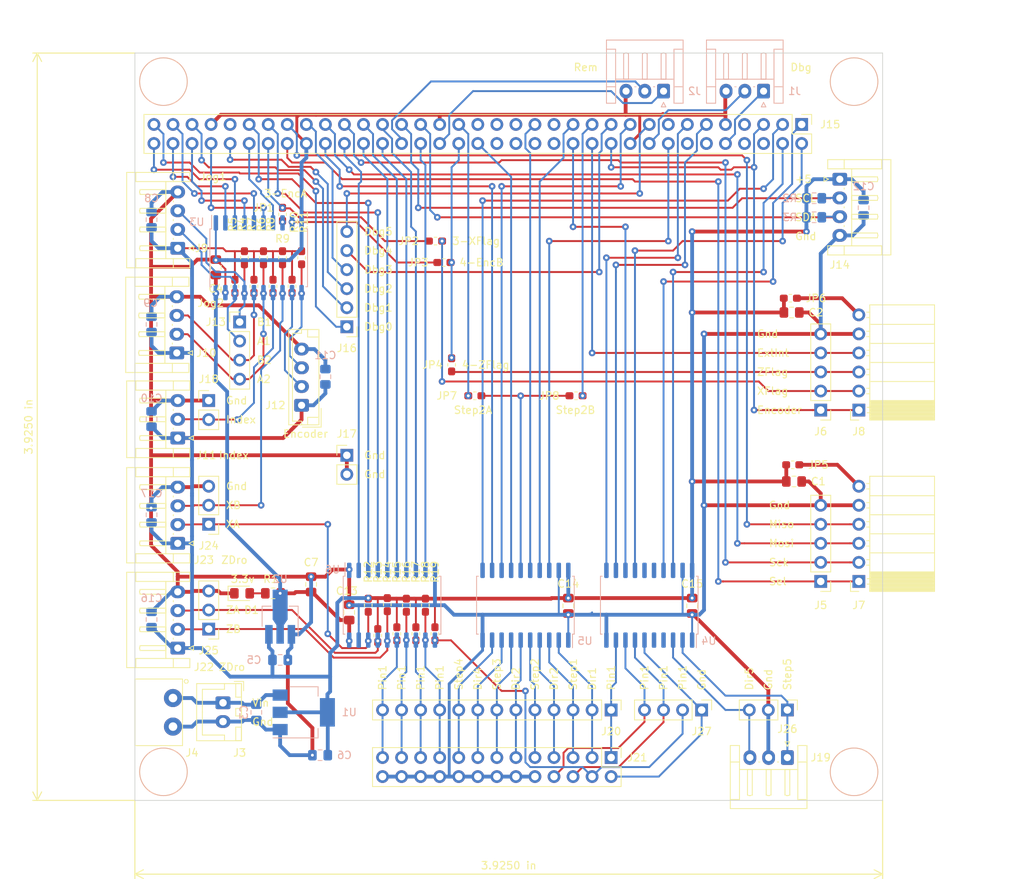
<source format=kicad_pcb>
(kicad_pcb (version 20171130) (host pcbnew "(5.1.5)-3")
  (layers (0 F.Cu signal) (31 B.Cu signal) (34 B.Paste user) (35 F.Paste user) (36 B.SilkS user) (37 F.SilkS user) (38 B.Mask user) (39 F.Mask user) (44 Edge.Cuts user))
  (net 0 "")
  (net 1 GND)
  (net 2 +3V3)
  (net 3 +5V)
  (net 4 /Vin)
  (net 5 /LedR)
  (net 6 /Uart3Rx)
  (net 7 /Uart3Tx)
  (net 8 /Uart7Rx)
  (net 9 /Uart7Tx)
  (net 10 /SPI_MISO)
  (net 11 /SPI_MOSI)
  (net 12 /SPI_SCK)
  (net 13 /ExtInt)
  (net 14 /ZFlag)
  (net 15 /XFlag)
  (net 16 /Encoder)
  (net 17 /JogB1Buf)
  (net 18 /JogA1Buf)
  (net 19 /JogA2Buf)
  (net 20 /JogB2Buf)
  (net 21 /IndexBuf)
  (net 22 /XBBuf)
  (net 23 /ZABuf)
  (net 24 /ZBBuf)
  (net 25 /XABuf)
  (net 26 /I2C_SCL)
  (net 27 /I2C_SDA)
  (net 28 /Step2A)
  (net 29 /Step1)
  (net 30 /Step2B)
  (net 31 /Step3)
  (net 32 /Pwm)
  (net 33 /Step5)
  (net 34 /Step4)
  (net 35 /Dir5Buf)
  (net 36 /Step5Buf)
  (net 37 /JogB1)
  (net 38 /JogA1)
  (net 39 /JogB2)
  (net 40 /JogA2)
  (net 41 /Dbg5)
  (net 42 /Dbg4)
  (net 43 /Dbg3)
  (net 44 /Dbg2)
  (net 45 /Dbg1)
  (net 46 /Dbg0)
  (net 47 /Pin13)
  (net 48 /Pin12)
  (net 49 /Pin11)
  (net 50 /Pin10)
  (net 51 /Step4Buf)
  (net 52 /Dir4Buf)
  (net 53 /Step3Buf)
  (net 54 /Dir3Buf)
  (net 55 /Step2Buf)
  (net 56 /Dir2Buf)
  (net 57 /Step1Buf)
  (net 58 /Dir1Buf)
  (net 59 /Pin1Buf)
  (net 60 /Pin17Buf)
  (net 61 /Pin16Buf)
  (net 62 /Pin15)
  (net 63 /Pin14Buf)
  (net 64 /ZB)
  (net 65 /ZA)
  (net 66 /XB)
  (net 67 /XA)
  (net 68 /Index)
  (net 69 /Dir5)
  (net 70 /Pin14)
  (net 71 /Pin17)
  (net 72 /Pin1)
  (net 73 /Dir1)
  (net 74 /Dir2)
  (net 75 /Dir3)
  (net 76 /Dir4)
  (net 77 /Pin10Buf)
  (net 78 /Pin11Buf)
  (net 79 /Pin12Buf)
  (net 80 /Pin13Buf)
  (net 81 /Pin15Buf)
  (net 82 /Step2)
  (net 83 /EncB)
  (net 84 /EncA)
  (net 85 /Exti3)
  (net 86 /Exti4)
  (net 87 /EncABuf)
  (net 88 /EncBBuf)
  (net 89 /5v1)
  (net 90 /5v2)
  (net 91 /SPI_SEL)
  (module Resistor_SMD:R_0603_1608Metric_Pad1.05x0.95mm_HandSolder (layer F.Cu) (at 179.7825 96.2025)
    (fp_text reference JP6 (at 3.415 0) (layer F.SilkS))
    (fp_text value 5v)
    (pad 2 smd roundrect (at 0.875 0) (size 1.05 0.95) (layers F.Cu F.Paste F.Mask) (net 90 /5v2))
    (pad 1 smd roundrect (at -0.875 0) (size 1.05 0.95) (layers F.Cu F.Paste F.Mask) (net 3 +5V))
  )
  (module Resistor_SMD:R_0603_1608Metric_Pad1.05x0.95mm_HandSolder (layer F.Cu) (at 180.1 118.4275)
    (fp_text reference JP5 (at 3.415 0) (layer F.SilkS))
    (fp_text value 5v)
    (pad 2 smd roundrect (at 0.875 0) (size 1.05 0.95) (layers F.Cu F.Paste F.Mask) (net 89 /5v1))
    (pad 1 smd roundrect (at -0.875 0) (size 1.05 0.95) (layers F.Cu F.Paste F.Mask) (net 3 +5V))
  )
  (module Capacitor_SMD:C_0805_2012Metric_Pad1.15x1.40mm_HandSolder (layer F.Cu) (at 179.95 98.1075)
    (fp_text reference C2 (at 3.2475 0) (layer F.SilkS))
    (fp_text value .1uf)
    (pad 2 smd roundrect (at 1.025 0) (size 1.15 1.4) (layers F.Cu F.Paste F.Mask) (roundrect_rratio 0.217391) (net 1 GND))
    (pad 1 smd roundrect (at -1.025 0) (size 1.15 1.4) (layers F.Cu F.Paste F.Mask) (roundrect_rratio 0.217391) (net 3 +5V))
  )
  (module Capacitor_SMD:C_0805_2012Metric_Pad1.15x1.40mm_HandSolder (layer F.Cu) (at 180.2675 120.65)
    (fp_text reference C1 (at 3.2475 0) (layer F.SilkS))
    (fp_text value .1uf)
    (pad 2 smd roundrect (at 1.025 0) (size 1.15 1.4) (layers F.Cu F.Paste F.Mask) (roundrect_rratio 0.217391) (net 1 GND))
    (pad 1 smd roundrect (at -1.025 0) (size 1.15 1.4) (layers F.Cu F.Paste F.Mask) (roundrect_rratio 0.217391) (net 3 +5V))
  )
  (module Resistor_SMD:R_0603_1608Metric_Pad1.05x0.95mm_HandSolder (layer F.Cu) (at 123.5075 137.16 270)
    (fp_text reference R12 (at -4.445 0 90) (layer F.SilkS))
    (fp_text value 10k)
    (pad 2 smd roundrect (at 0.875 0 270) (size 1.05 0.95) (layers F.Cu F.Paste F.Mask) (net 67 /XA))
    (pad 1 smd roundrect (at -0.875 0 270) (size 1.05 0.95) (layers F.Cu F.Paste F.Mask) (net 3 +5V))
  )
  (module Resistor_SMD:R_0603_1608Metric_Pad1.05x0.95mm_HandSolder (layer F.Cu) (at 114.6175 90.805 270)
    (fp_text reference R11 (at -4.7625 -0.3175 90) (layer F.SilkS))
    (fp_text value 10k)
    (pad 2 smd roundrect (at 0.875 0 270) (size 1.05 0.95) (layers F.Cu F.Paste F.Mask) (net 83 /EncB))
    (pad 1 smd roundrect (at -0.875 0 270) (size 1.05 0.95) (layers F.Cu F.Paste F.Mask) (net 3 +5V))
  )
  (module Resistor_SMD:R_0603_1608Metric_Pad1.05x0.95mm_HandSolder (layer F.Cu) (at 113.3475 94.615 270)
    (fp_text reference R10 (at -8.5725 -0.3175 90) (layer F.SilkS))
    (fp_text value 10k)
    (pad 2 smd roundrect (at 0.875 0 270) (size 1.05 0.95) (layers F.Cu F.Paste F.Mask) (net 84 /EncA))
    (pad 1 smd roundrect (at -0.875 0 270) (size 1.05 0.95) (layers F.Cu F.Paste F.Mask) (net 3 +5V))
  )
  (module Resistor_SMD:R_0603_1608Metric_Pad1.05x0.95mm_HandSolder (layer F.Cu) (at 112.0775 90.805 270)
    (fp_text reference R9 (at -2.54 0 180) (layer F.SilkS))
    (fp_text value 10k)
    (pad 2 smd roundrect (at 0.875 0 270) (size 1.05 0.95) (layers F.Cu F.Paste F.Mask) (net 66 /XB))
    (pad 1 smd roundrect (at -0.875 0 270) (size 1.05 0.95) (layers F.Cu F.Paste F.Mask) (net 3 +5V))
  )
  (module Connector_PinHeader_2.54mm:PinHeader_1x04_P2.54mm_Vertical (layer F.Cu) (at 106.3625 99.3775)
    (fp_text reference J13 (at -3.175 0) (layer F.SilkS))
    (fp_text value Conn_01x04_Male)
    (pad 4 thru_hole oval (at 0 7.62) (size 1.7 1.7) (drill 1) (layers *.Cu *.Mask) (net 40 /JogA2))
    (pad 3 thru_hole oval (at 0 5.08) (size 1.7 1.7) (drill 1) (layers *.Cu *.Mask) (net 39 /JogB2))
    (pad 2 thru_hole oval (at 0 2.54) (size 1.7 1.7) (drill 1) (layers *.Cu *.Mask) (net 38 /JogA1))
    (pad 1 thru_hole rect (at 0 0) (size 1.7 1.7) (drill 1) (layers *.Cu *.Mask) (net 37 /JogB1))
  )
  (module Connector_PinHeader_2.54mm:PinHeader_1x02_P2.54mm_Vertical (layer F.Cu) (at 102.235 109.855)
    (fp_text reference J18 (at 0 -2.8575) (layer F.SilkS))
    (fp_text value Conn_01x02_Male)
    (pad 2 thru_hole oval (at 0 2.54) (size 1.7 1.7) (drill 1) (layers *.Cu *.Mask) (net 68 /Index))
    (pad 1 thru_hole rect (at 0 0) (size 1.7 1.7) (drill 1) (layers *.Cu *.Mask) (net 1 GND))
  )
  (module Connector_PinHeader_2.54mm:PinHeader_1x03_P2.54mm_Vertical (layer F.Cu) (at 102.235 140.335 180)
    (fp_text reference J25 (at 0 -2.8575) (layer F.SilkS))
    (fp_text value Conn_01x03_Male)
    (pad 3 thru_hole oval (at 0 5.08 180) (size 1.7 1.7) (drill 1) (layers *.Cu *.Mask) (net 1 GND))
    (pad 2 thru_hole oval (at 0 2.54 180) (size 1.7 1.7) (drill 1) (layers *.Cu *.Mask) (net 64 /ZB))
    (pad 1 thru_hole rect (at 0 0 180) (size 1.7 1.7) (drill 1) (layers *.Cu *.Mask) (net 65 /ZA))
  )
  (module Connector_PinHeader_2.54mm:PinHeader_1x03_P2.54mm_Vertical (layer F.Cu) (at 102.235 126.365 180)
    (fp_text reference J24 (at 0 -2.8575) (layer F.SilkS))
    (fp_text value Conn_01x03_Male)
    (pad 3 thru_hole oval (at 0 5.08 180) (size 1.7 1.7) (drill 1) (layers *.Cu *.Mask) (net 1 GND))
    (pad 2 thru_hole oval (at 0 2.54 180) (size 1.7 1.7) (drill 1) (layers *.Cu *.Mask) (net 66 /XB))
    (pad 1 thru_hole rect (at 0 0 180) (size 1.7 1.7) (drill 1) (layers *.Cu *.Mask) (net 67 /XA))
  )
  (module Capacitor_SMD:C_0805_2012Metric_Pad1.15x1.40mm_HandSolder (layer B.Cu) (at 117.7925 106.68 90)
    (fp_text reference C11 (at 2.8575 0 180) (layer B.SilkS) (effects (justify mirror)))
    (fp_text value .1uf)
    (pad 2 smd roundrect (at 1.025 0 90) (size 1.15 1.4) (layers B.Cu B.Paste B.Mask) (roundrect_rratio 0.217391) (net 1 GND))
    (pad 1 smd roundrect (at -1.025 0 90) (size 1.15 1.4) (layers B.Cu B.Paste B.Mask) (roundrect_rratio 0.217391) (net 3 +5V))
  )
  (module Connector_PinHeader_2.54mm:PinHeader_1x06_P2.54mm_Vertical (layer F.Cu) (at 120.65 100.0125 180)
    (fp_text reference J16 (at 0 -2.8575) (layer F.SilkS))
    (fp_text value Conn_01x06_Male)
    (pad 6 thru_hole oval (at 0 12.7 180) (size 1.7 1.7) (drill 1) (layers *.Cu *.Mask) (net 41 /Dbg5))
    (pad 5 thru_hole oval (at 0 10.16 180) (size 1.7 1.7) (drill 1) (layers *.Cu *.Mask) (net 42 /Dbg4))
    (pad 4 thru_hole oval (at 0 7.62 180) (size 1.7 1.7) (drill 1) (layers *.Cu *.Mask) (net 43 /Dbg3))
    (pad 3 thru_hole oval (at 0 5.08 180) (size 1.7 1.7) (drill 1) (layers *.Cu *.Mask) (net 44 /Dbg2))
    (pad 2 thru_hole oval (at 0 2.54 180) (size 1.7 1.7) (drill 1) (layers *.Cu *.Mask) (net 45 /Dbg1))
    (pad 1 thru_hole rect (at 0 0 180) (size 1.7 1.7) (drill 1) (layers *.Cu *.Mask) (net 46 /Dbg0))
  )
  (module Resistor_SMD:R_0603_1608Metric_Pad1.05x0.95mm_HandSolder (layer F.Cu) (at 134.62 105.0925 270)
    (fp_text reference JP4 (at 0 2.54) (layer F.SilkS))
    (fp_text value S2_T1)
    (pad 2 smd roundrect (at 0.875 0 270) (size 1.05 0.95) (layers F.Cu F.Paste F.Mask) (net 14 /ZFlag))
    (pad 1 smd roundrect (at -0.875 0 270) (size 1.05 0.95) (layers F.Cu F.Paste F.Mask) (net 86 /Exti4))
  )
  (module Resistor_SMD:R_0603_1608Metric_Pad1.05x0.95mm_HandSolder (layer F.Cu) (at 133.59 91.44)
    (fp_text reference JP3 (at -3.415 0 180) (layer F.SilkS))
    (fp_text value S2_T5)
    (pad 2 smd roundrect (at 0.875 0) (size 1.05 0.95) (layers F.Cu F.Paste F.Mask) (net 86 /Exti4))
    (pad 1 smd roundrect (at -0.875 0) (size 1.05 0.95) (layers F.Cu F.Paste F.Mask) (net 88 /EncBBuf))
  )
  (module Resistor_SMD:R_0603_1608Metric_Pad1.05x0.95mm_HandSolder (layer F.Cu) (at 132.475 88.5825)
    (fp_text reference JP2 (at -3.57 0 180) (layer F.SilkS))
    (fp_text value S2_T1)
    (pad 2 smd roundrect (at 0.875 0) (size 1.05 0.95) (layers F.Cu F.Paste F.Mask) (net 15 /XFlag))
    (pad 1 smd roundrect (at -0.875 0) (size 1.05 0.95) (layers F.Cu F.Paste F.Mask) (net 85 /Exti3))
  )
  (module Resistor_SMD:R_0603_1608Metric_Pad1.05x0.95mm_HandSolder (layer F.Cu) (at 112.0775 85.0125 90)
    (fp_text reference JP1 (at 0.875 -2.54) (layer F.SilkS))
    (fp_text value S2_T5)
    (pad 2 smd roundrect (at 0.875 0 90) (size 1.05 0.95) (layers F.Cu F.Paste F.Mask) (net 85 /Exti3))
    (pad 1 smd roundrect (at -0.875 0 90) (size 1.05 0.95) (layers F.Cu F.Paste F.Mask) (net 87 /EncABuf))
  )
  (module Connector_JST:JST_EH_B4B-EH-A_1x04_P2.50mm_Vertical (layer F.Cu) (at 114.6175 110.49 90)
    (fp_text reference J12 (at 0 -3.4925 180) (layer F.SilkS))
    (fp_text value Conn_01x04)
    (pad 4 thru_hole oval (at 7.5 0 90) (size 1.7 1.95) (drill 0.95) (layers *.Cu *.Mask) (net 1 GND))
    (pad 3 thru_hole oval (at 5 0 90) (size 1.7 1.95) (drill 0.95) (layers *.Cu *.Mask) (net 83 /EncB))
    (pad 2 thru_hole oval (at 2.5 0 90) (size 1.7 1.95) (drill 0.95) (layers *.Cu *.Mask) (net 84 /EncA))
    (pad 1 thru_hole roundrect (at 0 0 90) (size 1.7 1.95) (drill 0.95) (layers *.Cu *.Mask) (roundrect_rratio 0.147059) (net 3 +5V))
  )
  (module Package_SO:SOIC-20W_7.5x12.8mm_P1.27mm (layer B.Cu) (at 126.6825 137.16 270)
    (fp_text reference U6 (at -4.7625 7.9375) (layer B.SilkS) (effects (justify mirror)))
    (fp_text value 74HC245)
    (pad 20 smd roundrect (at 4.65 5.715 270) (size 2.05 0.6) (layers B.Cu B.Paste B.Mask) (net 2 +3V3))
    (pad 19 smd roundrect (at 4.65 4.445 270) (size 2.05 0.6) (layers B.Cu B.Paste B.Mask) (net 1 GND))
    (pad 18 smd roundrect (at 4.65 3.175 270) (size 2.05 0.6) (layers B.Cu B.Paste B.Mask) (net 67 /XA))
    (pad 17 smd roundrect (at 4.65 1.905 270) (size 2.05 0.6) (layers B.Cu B.Paste B.Mask) (net 64 /ZB))
    (pad 16 smd roundrect (at 4.65 0.635 270) (size 2.05 0.6) (layers B.Cu B.Paste B.Mask) (net 65 /ZA))
    (pad 15 smd roundrect (at 4.65 -0.635 270) (size 2.05 0.6) (layers B.Cu B.Paste B.Mask) (net 47 /Pin13))
    (pad 14 smd roundrect (at 4.65 -1.905 270) (size 2.05 0.6) (layers B.Cu B.Paste B.Mask) (net 48 /Pin12))
    (pad 13 smd roundrect (at 4.65 -3.175 270) (size 2.05 0.6) (layers B.Cu B.Paste B.Mask) (net 49 /Pin11))
    (pad 12 smd roundrect (at 4.65 -4.445 270) (size 2.05 0.6) (layers B.Cu B.Paste B.Mask) (net 50 /Pin10))
    (pad 11 smd roundrect (at 4.65 -5.715 270) (size 2.05 0.6) (layers B.Cu B.Paste B.Mask) (net 62 /Pin15))
    (pad 10 smd roundrect (at -4.65 -5.715 270) (size 2.05 0.6) (layers B.Cu B.Paste B.Mask) (net 1 GND))
    (pad 9 smd roundrect (at -4.65 -4.445 270) (size 2.05 0.6) (layers B.Cu B.Paste B.Mask) (net 81 /Pin15Buf))
    (pad 8 smd roundrect (at -4.65 -3.175 270) (size 2.05 0.6) (layers B.Cu B.Paste B.Mask) (net 77 /Pin10Buf))
    (pad 7 smd roundrect (at -4.65 -1.905 270) (size 2.05 0.6) (layers B.Cu B.Paste B.Mask) (net 78 /Pin11Buf))
    (pad 6 smd roundrect (at -4.65 -0.635 270) (size 2.05 0.6) (layers B.Cu B.Paste B.Mask) (net 79 /Pin12Buf))
    (pad 5 smd roundrect (at -4.65 0.635 270) (size 2.05 0.6) (layers B.Cu B.Paste B.Mask) (net 80 /Pin13Buf))
    (pad 4 smd roundrect (at -4.65 1.905 270) (size 2.05 0.6) (layers B.Cu B.Paste B.Mask) (net 24 /ZBBuf))
    (pad 3 smd roundrect (at -4.65 3.175 270) (size 2.05 0.6) (layers B.Cu B.Paste B.Mask) (net 23 /ZABuf))
    (pad 2 smd roundrect (at -4.65 4.445 270) (size 2.05 0.6) (layers B.Cu B.Paste B.Mask) (net 25 /XABuf))
    (pad 1 smd roundrect (at -4.65 5.715 270) (size 2.05 0.6) (layers B.Cu B.Paste B.Mask) (net 1 GND))
  )
  (module Package_SO:SOIC-20W_7.5x12.8mm_P1.27mm (layer B.Cu) (at 144.4625 137.16 90)
    (fp_text reference U5 (at -4.7625 7.9375) (layer B.SilkS) (effects (justify mirror)))
    (fp_text value 74HC245)
    (pad 20 smd roundrect (at 4.65 5.715 90) (size 2.05 0.6) (layers B.Cu B.Paste B.Mask) (net 3 +5V))
    (pad 19 smd roundrect (at 4.65 4.445 90) (size 2.05 0.6) (layers B.Cu B.Paste B.Mask) (net 1 GND))
    (pad 18 smd roundrect (at 4.65 3.175 90) (size 2.05 0.6) (layers B.Cu B.Paste B.Mask) (net 73 /Dir1))
    (pad 17 smd roundrect (at 4.65 1.905 90) (size 2.05 0.6) (layers B.Cu B.Paste B.Mask) (net 29 /Step1))
    (pad 16 smd roundrect (at 4.65 0.635 90) (size 2.05 0.6) (layers B.Cu B.Paste B.Mask) (net 74 /Dir2))
    (pad 15 smd roundrect (at 4.65 -0.635 90) (size 2.05 0.6) (layers B.Cu B.Paste B.Mask) (net 82 /Step2))
    (pad 14 smd roundrect (at 4.65 -1.905 90) (size 2.05 0.6) (layers B.Cu B.Paste B.Mask) (net 75 /Dir3))
    (pad 13 smd roundrect (at 4.65 -3.175 90) (size 2.05 0.6) (layers B.Cu B.Paste B.Mask) (net 31 /Step3))
    (pad 12 smd roundrect (at 4.65 -4.445 90) (size 2.05 0.6) (layers B.Cu B.Paste B.Mask) (net 76 /Dir4))
    (pad 11 smd roundrect (at 4.65 -5.715 90) (size 2.05 0.6) (layers B.Cu B.Paste B.Mask) (net 34 /Step4))
    (pad 10 smd roundrect (at -4.65 -5.715 90) (size 2.05 0.6) (layers B.Cu B.Paste B.Mask) (net 1 GND))
    (pad 9 smd roundrect (at -4.65 -4.445 90) (size 2.05 0.6) (layers B.Cu B.Paste B.Mask) (net 51 /Step4Buf))
    (pad 8 smd roundrect (at -4.65 -3.175 90) (size 2.05 0.6) (layers B.Cu B.Paste B.Mask) (net 52 /Dir4Buf))
    (pad 7 smd roundrect (at -4.65 -1.905 90) (size 2.05 0.6) (layers B.Cu B.Paste B.Mask) (net 53 /Step3Buf))
    (pad 6 smd roundrect (at -4.65 -0.635 90) (size 2.05 0.6) (layers B.Cu B.Paste B.Mask) (net 54 /Dir3Buf))
    (pad 5 smd roundrect (at -4.65 0.635 90) (size 2.05 0.6) (layers B.Cu B.Paste B.Mask) (net 55 /Step2Buf))
    (pad 4 smd roundrect (at -4.65 1.905 90) (size 2.05 0.6) (layers B.Cu B.Paste B.Mask) (net 56 /Dir2Buf))
    (pad 3 smd roundrect (at -4.65 3.175 90) (size 2.05 0.6) (layers B.Cu B.Paste B.Mask) (net 57 /Step1Buf))
    (pad 2 smd roundrect (at -4.65 4.445 90) (size 2.05 0.6) (layers B.Cu B.Paste B.Mask) (net 58 /Dir1Buf))
    (pad 1 smd roundrect (at -4.65 5.715 90) (size 2.05 0.6) (layers B.Cu B.Paste B.Mask) (net 1 GND))
  )
  (module Package_SO:SOIC-20W_7.5x12.8mm_P1.27mm (layer B.Cu) (at 160.9725 137.16 90)
    (fp_text reference U4 (at -4.7625 7.9375) (layer B.SilkS) (effects (justify mirror)))
    (fp_text value 74HC245)
    (pad 20 smd roundrect (at 4.65 5.715 90) (size 2.05 0.6) (layers B.Cu B.Paste B.Mask) (net 3 +5V))
    (pad 19 smd roundrect (at 4.65 4.445 90) (size 2.05 0.6) (layers B.Cu B.Paste B.Mask) (net 1 GND))
    (pad 18 smd roundrect (at 4.65 3.175 90) (size 2.05 0.6) (layers B.Cu B.Paste B.Mask) (net 33 /Step5))
    (pad 17 smd roundrect (at 4.65 1.905 90) (size 2.05 0.6) (layers B.Cu B.Paste B.Mask) (net 69 /Dir5))
    (pad 16 smd roundrect (at 4.65 0.635 90) (size 2.05 0.6) (layers B.Cu B.Paste B.Mask))
    (pad 15 smd roundrect (at 4.65 -0.635 90) (size 2.05 0.6) (layers B.Cu B.Paste B.Mask))
    (pad 14 smd roundrect (at 4.65 -1.905 90) (size 2.05 0.6) (layers B.Cu B.Paste B.Mask) (net 70 /Pin14))
    (pad 13 smd roundrect (at 4.65 -3.175 90) (size 2.05 0.6) (layers B.Cu B.Paste B.Mask) (net 32 /Pwm))
    (pad 12 smd roundrect (at 4.65 -4.445 90) (size 2.05 0.6) (layers B.Cu B.Paste B.Mask) (net 71 /Pin17))
    (pad 11 smd roundrect (at 4.65 -5.715 90) (size 2.05 0.6) (layers B.Cu B.Paste B.Mask) (net 72 /Pin1))
    (pad 10 smd roundrect (at -4.65 -5.715 90) (size 2.05 0.6) (layers B.Cu B.Paste B.Mask) (net 1 GND))
    (pad 9 smd roundrect (at -4.65 -4.445 90) (size 2.05 0.6) (layers B.Cu B.Paste B.Mask) (net 59 /Pin1Buf))
    (pad 8 smd roundrect (at -4.65 -3.175 90) (size 2.05 0.6) (layers B.Cu B.Paste B.Mask) (net 60 /Pin17Buf))
    (pad 7 smd roundrect (at -4.65 -1.905 90) (size 2.05 0.6) (layers B.Cu B.Paste B.Mask) (net 61 /Pin16Buf))
    (pad 6 smd roundrect (at -4.65 -0.635 90) (size 2.05 0.6) (layers B.Cu B.Paste B.Mask) (net 63 /Pin14Buf))
    (pad 5 smd roundrect (at -4.65 0.635 90) (size 2.05 0.6) (layers B.Cu B.Paste B.Mask))
    (pad 4 smd roundrect (at -4.65 1.905 90) (size 2.05 0.6) (layers B.Cu B.Paste B.Mask))
    (pad 3 smd roundrect (at -4.65 3.175 90) (size 2.05 0.6) (layers B.Cu B.Paste B.Mask) (net 35 /Dir5Buf))
    (pad 2 smd roundrect (at -4.65 4.445 90) (size 2.05 0.6) (layers B.Cu B.Paste B.Mask) (net 36 /Step5Buf))
    (pad 1 smd roundrect (at -4.65 5.715 90) (size 2.05 0.6) (layers B.Cu B.Paste B.Mask) (net 1 GND))
  )
  (module Package_SO:SOIC-20W_7.5x12.8mm_P1.27mm (layer B.Cu) (at 108.9025 90.805 270)
    (fp_text reference U3 (at -4.7625 8.255 180) (layer B.SilkS) (effects (justify mirror)))
    (fp_text value 74HC245)
    (pad 20 smd roundrect (at 4.65 5.715 270) (size 2.05 0.6) (layers B.Cu B.Paste B.Mask) (net 2 +3V3))
    (pad 19 smd roundrect (at 4.65 4.445 270) (size 2.05 0.6) (layers B.Cu B.Paste B.Mask) (net 1 GND))
    (pad 18 smd roundrect (at 4.65 3.175 270) (size 2.05 0.6) (layers B.Cu B.Paste B.Mask) (net 38 /JogA1))
    (pad 17 smd roundrect (at 4.65 1.905 270) (size 2.05 0.6) (layers B.Cu B.Paste B.Mask) (net 37 /JogB1))
    (pad 16 smd roundrect (at 4.65 0.635 270) (size 2.05 0.6) (layers B.Cu B.Paste B.Mask) (net 39 /JogB2))
    (pad 15 smd roundrect (at 4.65 -0.635 270) (size 2.05 0.6) (layers B.Cu B.Paste B.Mask) (net 40 /JogA2))
    (pad 14 smd roundrect (at 4.65 -1.905 270) (size 2.05 0.6) (layers B.Cu B.Paste B.Mask) (net 68 /Index))
    (pad 13 smd roundrect (at 4.65 -3.175 270) (size 2.05 0.6) (layers B.Cu B.Paste B.Mask) (net 66 /XB))
    (pad 12 smd roundrect (at 4.65 -4.445 270) (size 2.05 0.6) (layers B.Cu B.Paste B.Mask) (net 84 /EncA))
    (pad 11 smd roundrect (at 4.65 -5.715 270) (size 2.05 0.6) (layers B.Cu B.Paste B.Mask) (net 83 /EncB))
    (pad 10 smd roundrect (at -4.65 -5.715 270) (size 2.05 0.6) (layers B.Cu B.Paste B.Mask) (net 1 GND))
    (pad 9 smd roundrect (at -4.65 -4.445 270) (size 2.05 0.6) (layers B.Cu B.Paste B.Mask) (net 88 /EncBBuf))
    (pad 8 smd roundrect (at -4.65 -3.175 270) (size 2.05 0.6) (layers B.Cu B.Paste B.Mask) (net 87 /EncABuf))
    (pad 7 smd roundrect (at -4.65 -1.905 270) (size 2.05 0.6) (layers B.Cu B.Paste B.Mask) (net 22 /XBBuf))
    (pad 6 smd roundrect (at -4.65 -0.635 270) (size 2.05 0.6) (layers B.Cu B.Paste B.Mask) (net 21 /IndexBuf))
    (pad 5 smd roundrect (at -4.65 0.635 270) (size 2.05 0.6) (layers B.Cu B.Paste B.Mask) (net 19 /JogA2Buf))
    (pad 4 smd roundrect (at -4.65 1.905 270) (size 2.05 0.6) (layers B.Cu B.Paste B.Mask) (net 20 /JogB2Buf))
    (pad 3 smd roundrect (at -4.65 3.175 270) (size 2.05 0.6) (layers B.Cu B.Paste B.Mask) (net 17 /JogB1Buf))
    (pad 2 smd roundrect (at -4.65 4.445 270) (size 2.05 0.6) (layers B.Cu B.Paste B.Mask) (net 18 /JogA1Buf))
    (pad 1 smd roundrect (at -4.65 5.715 270) (size 2.05 0.6) (layers B.Cu B.Paste B.Mask) (net 1 GND))
  )
  (module Package_TO_SOT_SMD:SOT-89-3_Handsoldering (layer B.Cu) (at 111.76 139.065 90)
    (fp_text reference U2 (at 5.3975 0 180) (layer B.SilkS) (effects (justify mirror)))
    (fp_text value AMS1117-3.3)
    (pad 2 smd trapezoid (at -0.37 0) (size 1.5 0.75) (rect_delta 0 -0.5) (layers B.Cu B.Paste B.Mask) (net 2 +3V3))
    (pad 2 smd rect (at 1.98 0 180) (size 2 4) (layers B.Cu B.Paste B.Mask) (net 2 +3V3))
    (pad 3 smd rect (at -1.98 -1.5 180) (size 1 2.5) (layers B.Cu B.Paste B.Mask) (net 3 +5V))
    (pad 2 smd rect (at -1.98 0 180) (size 1 2.5) (layers B.Cu B.Paste B.Mask) (net 2 +3V3))
    (pad 1 smd rect (at -1.98 1.5 180) (size 1 2.5) (layers B.Cu B.Paste B.Mask) (net 1 GND))
  )
  (module Package_TO_SOT_SMD:SOT-223-3_TabPin2 (layer B.Cu) (at 114.91 151.4475)
    (fp_text reference U1 (at 6.0575 0) (layer B.SilkS) (effects (justify mirror)))
    (fp_text value AMS1117-5.0)
    (pad 1 smd rect (at -3.15 2.3) (size 2 1.5) (layers B.Cu B.Paste B.Mask) (net 1 GND))
    (pad 3 smd rect (at -3.15 -2.3) (size 2 1.5) (layers B.Cu B.Paste B.Mask) (net 4 /Vin))
    (pad 2 smd rect (at -3.15 0) (size 2 1.5) (layers B.Cu B.Paste B.Mask) (net 3 +5V))
    (pad 2 smd rect (at 3.15 0) (size 2 3.8) (layers B.Cu B.Paste B.Mask) (net 3 +5V))
  )
  (module Resistor_SMD:R_0603_1608Metric_Pad1.05x0.95mm_HandSolder (layer F.Cu) (at 124.7775 141.21 270)
    (fp_text reference R13 (at -8.495 0 90) (layer F.SilkS))
    (fp_text value 10k)
    (pad 2 smd roundrect (at 0.875 0 270) (size 1.05 0.95) (layers F.Cu F.Paste F.Mask) (net 64 /ZB))
    (pad 1 smd roundrect (at -0.875 0 270) (size 1.05 0.95) (layers F.Cu F.Paste F.Mask) (net 3 +5V))
  )
  (module Resistor_SMD:R_0603_1608Metric_Pad1.05x0.95mm_HandSolder (layer F.Cu) (at 126.0475 137.0825 270)
    (fp_text reference R14 (at -4.3675 0 90) (layer F.SilkS))
    (fp_text value 10k)
    (pad 2 smd roundrect (at 0.875 0 270) (size 1.05 0.95) (layers F.Cu F.Paste F.Mask) (net 65 /ZA))
    (pad 1 smd roundrect (at -0.875 0 270) (size 1.05 0.95) (layers F.Cu F.Paste F.Mask) (net 3 +5V))
  )
  (module Resistor_SMD:R_0603_1608Metric_Pad1.05x0.95mm_HandSolder (layer F.Cu) (at 132.3975 140.97 270)
    (fp_text reference R19 (at -8.255 0 90) (layer F.SilkS))
    (fp_text value 10k)
    (pad 2 smd roundrect (at 0.875 0 270) (size 1.05 0.95) (layers F.Cu F.Paste F.Mask) (net 62 /Pin15))
    (pad 1 smd roundrect (at -0.875 0 270) (size 1.05 0.95) (layers F.Cu F.Paste F.Mask) (net 3 +5V))
  )
  (module Resistor_SMD:R_0603_1608Metric_Pad1.05x0.95mm_HandSolder (layer F.Cu) (at 127.3175 140.97 270)
    (fp_text reference R15 (at -8.255 0 90) (layer F.SilkS))
    (fp_text value 10k)
    (pad 2 smd roundrect (at 0.875 0 270) (size 1.05 0.95) (layers F.Cu F.Paste F.Mask) (net 47 /Pin13))
    (pad 1 smd roundrect (at -0.875 0 270) (size 1.05 0.95) (layers F.Cu F.Paste F.Mask) (net 3 +5V))
  )
  (module Resistor_SMD:R_0603_1608Metric_Pad1.05x0.95mm_HandSolder (layer F.Cu) (at 128.5875 137.16 270)
    (fp_text reference R16 (at -4.445 0 90) (layer F.SilkS))
    (fp_text value 10k)
    (pad 2 smd roundrect (at 0.875 0 270) (size 1.05 0.95) (layers F.Cu F.Paste F.Mask) (net 48 /Pin12))
    (pad 1 smd roundrect (at -0.875 0 270) (size 1.05 0.95) (layers F.Cu F.Paste F.Mask) (net 3 +5V))
  )
  (module Resistor_SMD:R_0603_1608Metric_Pad1.05x0.95mm_HandSolder (layer F.Cu) (at 129.8575 140.97 270)
    (fp_text reference R17 (at -8.255 0 90) (layer F.SilkS))
    (fp_text value 10k)
    (pad 2 smd roundrect (at 0.875 0 270) (size 1.05 0.95) (layers F.Cu F.Paste F.Mask) (net 49 /Pin11))
    (pad 1 smd roundrect (at -0.875 0 270) (size 1.05 0.95) (layers F.Cu F.Paste F.Mask) (net 3 +5V))
  )
  (module Resistor_SMD:R_0603_1608Metric_Pad1.05x0.95mm_HandSolder (layer F.Cu) (at 131.1275 137.16 270)
    (fp_text reference R18 (at -4.445 0 90) (layer F.SilkS))
    (fp_text value 10k)
    (pad 2 smd roundrect (at 0.875 0 270) (size 1.05 0.95) (layers F.Cu F.Paste F.Mask) (net 50 /Pin10))
    (pad 1 smd roundrect (at -0.875 0 270) (size 1.05 0.95) (layers F.Cu F.Paste F.Mask) (net 3 +5V))
  )
  (module Resistor_SMD:R_0603_1608Metric_Pad1.05x0.95mm_HandSolder (layer F.Cu) (at 110.8075 94.615 270)
    (fp_text reference R8 (at -8.255 0.3175 90) (layer F.SilkS))
    (fp_text value 10k)
    (pad 2 smd roundrect (at 0.875 0 270) (size 1.05 0.95) (layers F.Cu F.Paste F.Mask) (net 68 /Index))
    (pad 1 smd roundrect (at -0.875 0 270) (size 1.05 0.95) (layers F.Cu F.Paste F.Mask) (net 3 +5V))
  )
  (module Resistor_SMD:R_0603_1608Metric_Pad1.05x0.95mm_HandSolder (layer F.Cu) (at 108.2675 94.615 270)
    (fp_text reference R7 (at -8.255 0.3175 90) (layer F.SilkS))
    (fp_text value 10k)
    (pad 2 smd roundrect (at 0.875 0 270) (size 1.05 0.95) (layers F.Cu F.Paste F.Mask) (net 39 /JogB2))
    (pad 1 smd roundrect (at -0.875 0 270) (size 1.05 0.95) (layers F.Cu F.Paste F.Mask) (net 3 +5V))
  )
  (module Resistor_SMD:R_0603_1608Metric_Pad1.05x0.95mm_HandSolder (layer F.Cu) (at 109.5375 90.805 270)
    (fp_text reference R6 (at -4.445 0.3175 90) (layer F.SilkS))
    (fp_text value 10k)
    (pad 2 smd roundrect (at 0.875 0 270) (size 1.05 0.95) (layers F.Cu F.Paste F.Mask) (net 40 /JogA2))
    (pad 1 smd roundrect (at -0.875 0 270) (size 1.05 0.95) (layers F.Cu F.Paste F.Mask) (net 3 +5V))
  )
  (module Resistor_SMD:R_0603_1608Metric_Pad1.05x0.95mm_HandSolder (layer F.Cu) (at 105.7275 94.615 270)
    (fp_text reference R5 (at -8.255 0.3175 90) (layer F.SilkS))
    (fp_text value 10k)
    (pad 2 smd roundrect (at 0.875 0 270) (size 1.05 0.95) (layers F.Cu F.Paste F.Mask) (net 38 /JogA1))
    (pad 1 smd roundrect (at -0.875 0 270) (size 1.05 0.95) (layers F.Cu F.Paste F.Mask) (net 3 +5V))
  )
  (module Resistor_SMD:R_0603_1608Metric_Pad1.05x0.95mm_HandSolder (layer F.Cu) (at 106.9975 90.805 270)
    (fp_text reference R4 (at -4.445 0.3175 90) (layer F.SilkS))
    (fp_text value 10k)
    (pad 2 smd roundrect (at 0.875 0 270) (size 1.05 0.95) (layers F.Cu F.Paste F.Mask) (net 37 /JogB1))
    (pad 1 smd roundrect (at -0.875 0 270) (size 1.05 0.95) (layers F.Cu F.Paste F.Mask) (net 3 +5V))
  )
  (module Resistor_SMD:R_0805_2012Metric_Pad1.15x1.40mm_HandSolder (layer B.Cu) (at 182.9525 85.4075)
    (fp_text reference R3 (at -3.2475 0) (layer B.SilkS) (effects (justify mirror)))
    (fp_text value 4.7k)
    (pad 2 smd roundrect (at 1.025 0) (size 1.15 1.4) (layers B.Cu B.Paste B.Mask) (roundrect_rratio 0.217391) (net 27 /I2C_SDA))
    (pad 1 smd roundrect (at -1.025 0) (size 1.15 1.4) (layers B.Cu B.Paste B.Mask) (roundrect_rratio 0.217391) (net 3 +5V))
  )
  (module Resistor_SMD:R_0805_2012Metric_Pad1.15x1.40mm_HandSolder (layer B.Cu) (at 182.9525 82.8675)
    (fp_text reference R2 (at -3.2475 0) (layer B.SilkS) (effects (justify mirror)))
    (fp_text value 4.7k)
    (pad 2 smd roundrect (at 1.025 0) (size 1.15 1.4) (layers B.Cu B.Paste B.Mask) (roundrect_rratio 0.217391) (net 26 /I2C_SCL))
    (pad 1 smd roundrect (at -1.025 0) (size 1.15 1.4) (layers B.Cu B.Paste B.Mask) (roundrect_rratio 0.217391) (net 3 +5V))
  )
  (module Resistor_SMD:R_0805_2012Metric_Pad1.15x1.40mm_HandSolder (layer F.Cu) (at 110.8075 135.5725 180)
    (fp_text reference R1 (at 0.3175 1.905) (layer F.SilkS))
    (fp_text value R)
    (pad 2 smd roundrect (at 1.025 0 180) (size 1.15 1.4) (layers F.Cu F.Paste F.Mask) (roundrect_rratio 0.217391) (net 5 /LedR))
    (pad 1 smd roundrect (at -1.025 0 180) (size 1.15 1.4) (layers F.Cu F.Paste F.Mask) (roundrect_rratio 0.217391) (net 2 +3V3))
  )
  (module Resistor_SMD:R_0603_1608Metric_Pad1.05x0.95mm_HandSolder (layer F.Cu) (at 151.2075 109.22)
    (fp_text reference JP8 (at -3.57 0) (layer F.SilkS))
    (fp_text value S2_T1)
    (pad 2 smd roundrect (at 0.875 0) (size 1.05 0.95) (layers F.Cu F.Paste F.Mask) (net 30 /Step2B))
    (pad 1 smd roundrect (at -0.875 0) (size 1.05 0.95) (layers F.Cu F.Paste F.Mask) (net 82 /Step2))
  )
  (module Resistor_SMD:R_0603_1608Metric_Pad1.05x0.95mm_HandSolder (layer F.Cu) (at 137.7175 109.22)
    (fp_text reference JP7 (at -3.7325 0) (layer F.SilkS))
    (fp_text value S2_T5)
    (pad 2 smd roundrect (at 0.875 0) (size 1.05 0.95) (layers F.Cu F.Paste F.Mask) (net 82 /Step2))
    (pad 1 smd roundrect (at -0.875 0) (size 1.05 0.95) (layers F.Cu F.Paste F.Mask) (net 28 /Step2A))
  )
  (module Connector_JST:JST_EH_S3B-EH_1x03_P2.50mm_Horizontal (layer F.Cu) (at 179.3875 157.48 180)
    (fp_text reference J19 (at -4.445 0) (layer F.SilkS))
    (fp_text value Conn_01x03)
    (pad 3 thru_hole oval (at 5 0 180) (size 1.7 1.95) (drill 0.95) (layers *.Cu *.Mask) (net 35 /Dir5Buf))
    (pad 2 thru_hole oval (at 2.5 0 180) (size 1.7 1.95) (drill 0.95) (layers *.Cu *.Mask) (net 1 GND))
    (pad 1 thru_hole roundrect (at 0 0 180) (size 1.7 1.95) (drill 0.95) (layers *.Cu *.Mask) (roundrect_rratio 0.147059) (net 36 /Step5Buf))
  )
  (module Connector_PinHeader_2.54mm:PinHeader_1x04_P2.54mm_Vertical (layer F.Cu) (at 167.9575 151.13 270)
    (fp_text reference J27 (at 2.8575 0 180) (layer F.SilkS))
    (fp_text value Conn_01x04_Male)
    (pad 4 thru_hole oval (at 0 7.62 270) (size 1.7 1.7) (drill 1) (layers *.Cu *.Mask) (net 60 /Pin17Buf))
    (pad 3 thru_hole oval (at 0 5.08 270) (size 1.7 1.7) (drill 1) (layers *.Cu *.Mask) (net 61 /Pin16Buf))
    (pad 2 thru_hole oval (at 0 2.54 270) (size 1.7 1.7) (drill 1) (layers *.Cu *.Mask) (net 62 /Pin15))
    (pad 1 thru_hole rect (at 0 0 270) (size 1.7 1.7) (drill 1) (layers *.Cu *.Mask) (net 63 /Pin14Buf))
  )
  (module Connector_JST:JST_EH_S4B-EH_1x04_P2.50mm_Horizontal (layer F.Cu) (at 98.1075 128.905 90)
    (fp_text reference J23 (at -2.2225 3.4925 180) (layer F.SilkS))
    (fp_text value Conn_01x04)
    (pad 4 thru_hole oval (at 7.5 0 90) (size 1.7 1.95) (drill 0.95) (layers *.Cu *.Mask) (net 1 GND))
    (pad 3 thru_hole oval (at 5 0 90) (size 1.7 1.95) (drill 0.95) (layers *.Cu *.Mask) (net 66 /XB))
    (pad 2 thru_hole oval (at 2.5 0 90) (size 1.7 1.95) (drill 0.95) (layers *.Cu *.Mask) (net 67 /XA))
    (pad 1 thru_hole roundrect (at 0 0 90) (size 1.7 1.95) (drill 0.95) (layers *.Cu *.Mask) (roundrect_rratio 0.147059) (net 3 +5V))
  )
  (module Connector_JST:JST_EH_S4B-EH_1x04_P2.50mm_Horizontal (layer F.Cu) (at 98.1075 142.875 90)
    (fp_text reference J22 (at -2.54 3.4925 180) (layer F.SilkS))
    (fp_text value Conn_01x04)
    (pad 4 thru_hole oval (at 7.5 0 90) (size 1.7 1.95) (drill 0.95) (layers *.Cu *.Mask) (net 1 GND))
    (pad 3 thru_hole oval (at 5 0 90) (size 1.7 1.95) (drill 0.95) (layers *.Cu *.Mask) (net 64 /ZB))
    (pad 2 thru_hole oval (at 2.5 0 90) (size 1.7 1.95) (drill 0.95) (layers *.Cu *.Mask) (net 65 /ZA))
    (pad 1 thru_hole roundrect (at 0 0 90) (size 1.7 1.95) (drill 0.95) (layers *.Cu *.Mask) (roundrect_rratio 0.147059) (net 3 +5V))
  )
  (module 0MiscParts:PinHeader_2x13_P2.54mm_Vertical (layer F.Cu) (at 155.8925 157.48 270)
    (fp_text reference J21 (at 0 -3.4925 180) (layer F.SilkS))
    (fp_text value Conn_02x13_Top_Bottom)
    (pad 26 thru_hole oval (at 2.54 30.48 270) (size 1.7 1.7) (drill 1) (layers *.Cu *.Mask) (net 1 GND))
    (pad 13 thru_hole oval (at 0 30.48 270) (size 1.7 1.7) (drill 1) (layers *.Cu *.Mask) (net 47 /Pin13))
    (pad 25 thru_hole oval (at 2.54 27.94 270) (size 1.7 1.7) (drill 1) (layers *.Cu *.Mask) (net 1 GND))
    (pad 12 thru_hole oval (at 0 27.94 270) (size 1.7 1.7) (drill 1) (layers *.Cu *.Mask) (net 48 /Pin12))
    (pad 24 thru_hole oval (at 2.54 25.4 270) (size 1.7 1.7) (drill 1) (layers *.Cu *.Mask) (net 1 GND))
    (pad 11 thru_hole oval (at 0 25.4 270) (size 1.7 1.7) (drill 1) (layers *.Cu *.Mask) (net 49 /Pin11))
    (pad 23 thru_hole oval (at 2.54 22.86 270) (size 1.7 1.7) (drill 1) (layers *.Cu *.Mask) (net 1 GND))
    (pad 10 thru_hole oval (at 0 22.86 270) (size 1.7 1.7) (drill 1) (layers *.Cu *.Mask) (net 50 /Pin10))
    (pad 22 thru_hole oval (at 2.54 20.32 270) (size 1.7 1.7) (drill 1) (layers *.Cu *.Mask) (net 1 GND))
    (pad 9 thru_hole oval (at 0 20.32 270) (size 1.7 1.7) (drill 1) (layers *.Cu *.Mask) (net 51 /Step4Buf))
    (pad 21 thru_hole oval (at 2.54 17.78 270) (size 1.7 1.7) (drill 1) (layers *.Cu *.Mask) (net 1 GND))
    (pad 8 thru_hole oval (at 0 17.78 270) (size 1.7 1.7) (drill 1) (layers *.Cu *.Mask) (net 52 /Dir4Buf))
    (pad 20 thru_hole oval (at 2.54 15.24 270) (size 1.7 1.7) (drill 1) (layers *.Cu *.Mask) (net 1 GND))
    (pad 7 thru_hole oval (at 0 15.24 270) (size 1.7 1.7) (drill 1) (layers *.Cu *.Mask) (net 53 /Step3Buf))
    (pad 19 thru_hole oval (at 2.54 12.7 270) (size 1.7 1.7) (drill 1) (layers *.Cu *.Mask) (net 1 GND))
    (pad 6 thru_hole oval (at 0 12.7 270) (size 1.7 1.7) (drill 1) (layers *.Cu *.Mask) (net 54 /Dir3Buf))
    (pad 18 thru_hole oval (at 2.54 10.16 270) (size 1.7 1.7) (drill 1) (layers *.Cu *.Mask) (net 1 GND))
    (pad 5 thru_hole oval (at 0 10.16 270) (size 1.7 1.7) (drill 1) (layers *.Cu *.Mask) (net 55 /Step2Buf))
    (pad 17 thru_hole oval (at 2.54 7.62 270) (size 1.7 1.7) (drill 1) (layers *.Cu *.Mask) (net 60 /Pin17Buf))
    (pad 4 thru_hole oval (at 0 7.62 270) (size 1.7 1.7) (drill 1) (layers *.Cu *.Mask) (net 56 /Dir2Buf))
    (pad 16 thru_hole oval (at 2.54 5.08 270) (size 1.7 1.7) (drill 1) (layers *.Cu *.Mask) (net 61 /Pin16Buf))
    (pad 3 thru_hole oval (at 0 5.08 270) (size 1.7 1.7) (drill 1) (layers *.Cu *.Mask) (net 57 /Step1Buf))
    (pad 15 thru_hole oval (at 2.54 2.54 270) (size 1.7 1.7) (drill 1) (layers *.Cu *.Mask) (net 62 /Pin15))
    (pad 2 thru_hole oval (at 0 2.54 270) (size 1.7 1.7) (drill 1) (layers *.Cu *.Mask) (net 58 /Dir1Buf))
    (pad 14 thru_hole oval (at 2.54 0 270) (size 1.7 1.7) (drill 1) (layers *.Cu *.Mask) (net 63 /Pin14Buf))
    (pad 1 thru_hole rect (at 0 0 270) (size 1.7 1.7) (drill 1) (layers *.Cu *.Mask) (net 59 /Pin1Buf))
  )
  (module Connector_PinHeader_2.54mm:PinHeader_1x13_P2.54mm_Vertical (layer F.Cu) (at 155.8925 151.13 270)
    (fp_text reference J20 (at 2.8575 0 180) (layer F.SilkS))
    (fp_text value Conn_01x13_Male)
    (pad 13 thru_hole oval (at 0 30.48 270) (size 1.7 1.7) (drill 1) (layers *.Cu *.Mask) (net 47 /Pin13))
    (pad 12 thru_hole oval (at 0 27.94 270) (size 1.7 1.7) (drill 1) (layers *.Cu *.Mask) (net 48 /Pin12))
    (pad 11 thru_hole oval (at 0 25.4 270) (size 1.7 1.7) (drill 1) (layers *.Cu *.Mask) (net 49 /Pin11))
    (pad 10 thru_hole oval (at 0 22.86 270) (size 1.7 1.7) (drill 1) (layers *.Cu *.Mask) (net 50 /Pin10))
    (pad 9 thru_hole oval (at 0 20.32 270) (size 1.7 1.7) (drill 1) (layers *.Cu *.Mask) (net 51 /Step4Buf))
    (pad 8 thru_hole oval (at 0 17.78 270) (size 1.7 1.7) (drill 1) (layers *.Cu *.Mask) (net 52 /Dir4Buf))
    (pad 7 thru_hole oval (at 0 15.24 270) (size 1.7 1.7) (drill 1) (layers *.Cu *.Mask) (net 53 /Step3Buf))
    (pad 6 thru_hole oval (at 0 12.7 270) (size 1.7 1.7) (drill 1) (layers *.Cu *.Mask) (net 54 /Dir3Buf))
    (pad 5 thru_hole oval (at 0 10.16 270) (size 1.7 1.7) (drill 1) (layers *.Cu *.Mask) (net 55 /Step2Buf))
    (pad 4 thru_hole oval (at 0 7.62 270) (size 1.7 1.7) (drill 1) (layers *.Cu *.Mask) (net 56 /Dir2Buf))
    (pad 3 thru_hole oval (at 0 5.08 270) (size 1.7 1.7) (drill 1) (layers *.Cu *.Mask) (net 57 /Step1Buf))
    (pad 2 thru_hole oval (at 0 2.54 270) (size 1.7 1.7) (drill 1) (layers *.Cu *.Mask) (net 58 /Dir1Buf))
    (pad 1 thru_hole rect (at 0 0 270) (size 1.7 1.7) (drill 1) (layers *.Cu *.Mask) (net 59 /Pin1Buf))
  )
  (module Connector_PinHeader_2.54mm:PinHeader_1x02_P2.54mm_Vertical (layer F.Cu) (at 120.65 117.1575)
    (fp_text reference J17 (at 0 -2.8575) (layer F.SilkS))
    (fp_text value Conn_01x02_Male)
    (pad 2 thru_hole oval (at 0 2.54) (size 1.7 1.7) (drill 1) (layers *.Cu *.Mask) (net 1 GND))
    (pad 1 thru_hole rect (at 0 0) (size 1.7 1.7) (drill 1) (layers *.Cu *.Mask) (net 1 GND))
  )
  (module Connector_JST:JST_EH_S4B-EH_1x04_P2.50mm_Horizontal (layer F.Cu) (at 186.3725 80.3275 270)
    (fp_text reference J14 (at 11.43 0 180) (layer F.SilkS))
    (fp_text value Conn_01x04)
    (pad 4 thru_hole oval (at 7.5 0 270) (size 1.7 1.95) (drill 0.95) (layers *.Cu *.Mask) (net 1 GND))
    (pad 3 thru_hole oval (at 5 0 270) (size 1.7 1.95) (drill 0.95) (layers *.Cu *.Mask) (net 27 /I2C_SDA))
    (pad 2 thru_hole oval (at 2.5 0 270) (size 1.7 1.95) (drill 0.95) (layers *.Cu *.Mask) (net 26 /I2C_SCL))
    (pad 1 thru_hole roundrect (at 0 0 270) (size 1.7 1.95) (drill 0.95) (layers *.Cu *.Mask) (roundrect_rratio 0.147059) (net 3 +5V))
  )
  (module Connector_JST:JST_EH_S3B-EH_1x03_P2.50mm_Horizontal (layer F.Cu) (at 98.1075 114.855 90)
    (fp_text reference J11 (at -2.3025 3.81 180) (layer F.SilkS))
    (fp_text value Conn_01x03)
    (pad 3 thru_hole oval (at 5 0 90) (size 1.7 1.95) (drill 0.95) (layers *.Cu *.Mask) (net 1 GND))
    (pad 2 thru_hole oval (at 2.5 0 90) (size 1.7 1.95) (drill 0.95) (layers *.Cu *.Mask) (net 68 /Index))
    (pad 1 thru_hole roundrect (at 0 0 90) (size 1.7 1.95) (drill 0.95) (layers *.Cu *.Mask) (roundrect_rratio 0.147059) (net 3 +5V))
  )
  (module Connector_JST:JST_EH_S4B-EH_1x04_P2.50mm_Horizontal (layer F.Cu) (at 97.9805 103.505 90)
    (fp_text reference J10 (at 0 3.937 180) (layer F.SilkS))
    (fp_text value Conn_01x04)
    (pad 4 thru_hole oval (at 7.5 0 90) (size 1.7 1.95) (drill 0.95) (layers *.Cu *.Mask) (net 1 GND))
    (pad 3 thru_hole oval (at 5 0 90) (size 1.7 1.95) (drill 0.95) (layers *.Cu *.Mask) (net 39 /JogB2))
    (pad 2 thru_hole oval (at 2.5 0 90) (size 1.7 1.95) (drill 0.95) (layers *.Cu *.Mask) (net 40 /JogA2))
    (pad 1 thru_hole roundrect (at 0 0 90) (size 1.7 1.95) (drill 0.95) (layers *.Cu *.Mask) (roundrect_rratio 0.147059) (net 3 +5V))
  )
  (module Connector_JST:JST_EH_S4B-EH_1x04_P2.50mm_Horizontal (layer F.Cu) (at 98.1075 89.535 90)
    (fp_text reference J9 (at 0 3.175 180) (layer F.SilkS))
    (fp_text value Conn_01x04)
    (pad 4 thru_hole oval (at 7.5 0 90) (size 1.7 1.95) (drill 0.95) (layers *.Cu *.Mask) (net 1 GND))
    (pad 3 thru_hole oval (at 5 0 90) (size 1.7 1.95) (drill 0.95) (layers *.Cu *.Mask) (net 37 /JogB1))
    (pad 2 thru_hole oval (at 2.5 0 90) (size 1.7 1.95) (drill 0.95) (layers *.Cu *.Mask) (net 38 /JogA1))
    (pad 1 thru_hole roundrect (at 0 0 90) (size 1.7 1.95) (drill 0.95) (layers *.Cu *.Mask) (roundrect_rratio 0.147059) (net 3 +5V))
  )
  (module Connector_PinHeader_2.54mm:PinHeader_1x03_P2.54mm_Vertical (layer F.Cu) (at 179.3875 151.13 270)
    (fp_text reference J26 (at 2.54 0 180) (layer F.SilkS))
    (fp_text value Conn_01x03_Male)
    (pad 3 thru_hole oval (at 0 5.08 270) (size 1.7 1.7) (drill 1) (layers *.Cu *.Mask) (net 35 /Dir5Buf))
    (pad 2 thru_hole oval (at 0 2.54 270) (size 1.7 1.7) (drill 1) (layers *.Cu *.Mask) (net 1 GND))
    (pad 1 thru_hole rect (at 0 0 270) (size 1.7 1.7) (drill 1) (layers *.Cu *.Mask) (net 36 /Step5Buf))
  )
  (module Connector_PinSocket_2.54mm:PinSocket_1x06_P2.54mm_Horizontal (layer F.Cu) (at 188.9125 111.125 180)
    (fp_text reference J8 (at 0 -2.8575) (layer F.SilkS))
    (fp_text value Conn_01x06)
    (pad 6 thru_hole oval (at 0 12.7 180) (size 1.7 1.7) (drill 1) (layers *.Cu *.Mask) (net 90 /5v2))
    (pad 5 thru_hole oval (at 0 10.16 180) (size 1.7 1.7) (drill 1) (layers *.Cu *.Mask) (net 1 GND))
    (pad 4 thru_hole oval (at 0 7.62 180) (size 1.7 1.7) (drill 1) (layers *.Cu *.Mask) (net 13 /ExtInt))
    (pad 3 thru_hole oval (at 0 5.08 180) (size 1.7 1.7) (drill 1) (layers *.Cu *.Mask) (net 14 /ZFlag))
    (pad 2 thru_hole oval (at 0 2.54 180) (size 1.7 1.7) (drill 1) (layers *.Cu *.Mask) (net 15 /XFlag))
    (pad 1 thru_hole rect (at 0 0 180) (size 1.7 1.7) (drill 1) (layers *.Cu *.Mask) (net 16 /Encoder))
  )
  (module Connector_PinSocket_2.54mm:PinSocket_1x06_P2.54mm_Horizontal (layer F.Cu) (at 188.9125 133.985 180)
    (fp_text reference J7 (at 0 -3.175) (layer F.SilkS))
    (fp_text value Conn_01x06)
    (pad 6 thru_hole oval (at 0 12.7 180) (size 1.7 1.7) (drill 1) (layers *.Cu *.Mask) (net 89 /5v1))
    (pad 5 thru_hole oval (at 0 10.16 180) (size 1.7 1.7) (drill 1) (layers *.Cu *.Mask) (net 1 GND))
    (pad 4 thru_hole oval (at 0 7.62 180) (size 1.7 1.7) (drill 1) (layers *.Cu *.Mask) (net 10 /SPI_MISO))
    (pad 3 thru_hole oval (at 0 5.08 180) (size 1.7 1.7) (drill 1) (layers *.Cu *.Mask) (net 11 /SPI_MOSI))
    (pad 2 thru_hole oval (at 0 2.54 180) (size 1.7 1.7) (drill 1) (layers *.Cu *.Mask) (net 12 /SPI_SCK))
    (pad 1 thru_hole rect (at 0 0 180) (size 1.7 1.7) (drill 1) (layers *.Cu *.Mask) (net 91 /SPI_SEL))
  )
  (module Connector_PinHeader_2.54mm:PinHeader_2x35_P2.54mm_Vertical (layer F.Cu) (at 181.2925 73.025 270)
    (fp_text reference J15 (at 0 -3.81 180) (layer F.SilkS))
    (fp_text value N746Right)
    (pad 70 thru_hole oval (at 2.54 86.36 270) (size 1.7 1.7) (drill 1) (layers *.Cu *.Mask) (net 17 /JogB1Buf))
    (pad 69 thru_hole oval (at 0 86.36 270) (size 1.7 1.7) (drill 1) (layers *.Cu *.Mask) (net 46 /Dbg0))
    (pad 68 thru_hole oval (at 2.54 83.82 270) (size 1.7 1.7) (drill 1) (layers *.Cu *.Mask) (net 18 /JogA1Buf))
    (pad 67 thru_hole oval (at 0 83.82 270) (size 1.7 1.7) (drill 1) (layers *.Cu *.Mask) (net 19 /JogA2Buf))
    (pad 66 thru_hole oval (at 2.54 81.28 270) (size 1.7 1.7) (drill 1) (layers *.Cu *.Mask) (net 20 /JogB2Buf))
    (pad 65 thru_hole oval (at 0 81.28 270) (size 1.7 1.7) (drill 1) (layers *.Cu *.Mask) (net 45 /Dbg1))
    (pad 64 thru_hole oval (at 2.54 78.74 270) (size 1.7 1.7) (drill 1) (layers *.Cu *.Mask) (net 21 /IndexBuf))
    (pad 63 thru_hole oval (at 0 78.74 270) (size 1.7 1.7) (drill 1) (layers *.Cu *.Mask) (net 1 GND))
    (pad 62 thru_hole oval (at 2.54 76.2 270) (size 1.7 1.7) (drill 1) (layers *.Cu *.Mask) (net 44 /Dbg2))
    (pad 61 thru_hole oval (at 0 76.2 270) (size 1.7 1.7) (drill 1) (layers *.Cu *.Mask))
    (pad 60 thru_hole oval (at 2.54 73.66 270) (size 1.7 1.7) (drill 1) (layers *.Cu *.Mask) (net 22 /XBBuf))
    (pad 59 thru_hole oval (at 0 73.66 270) (size 1.7 1.7) (drill 1) (layers *.Cu *.Mask) (net 23 /ZABuf))
    (pad 58 thru_hole oval (at 2.54 71.12 270) (size 1.7 1.7) (drill 1) (layers *.Cu *.Mask) (net 85 /Exti3))
    (pad 57 thru_hole oval (at 0 71.12 270) (size 1.7 1.7) (drill 1) (layers *.Cu *.Mask) (net 24 /ZBBuf))
    (pad 56 thru_hole oval (at 2.54 68.58 270) (size 1.7 1.7) (drill 1) (layers *.Cu *.Mask) (net 91 /SPI_SEL))
    (pad 55 thru_hole oval (at 0 68.58 270) (size 1.7 1.7) (drill 1) (layers *.Cu *.Mask) (net 10 /SPI_MISO))
    (pad 54 thru_hole oval (at 2.54 66.04 270) (size 1.7 1.7) (drill 1) (layers *.Cu *.Mask) (net 1 GND))
    (pad 53 thru_hole oval (at 0 66.04 270) (size 1.7 1.7) (drill 1) (layers *.Cu *.Mask) (net 43 /Dbg3))
    (pad 52 thru_hole oval (at 2.54 63.5 270) (size 1.7 1.7) (drill 1) (layers *.Cu *.Mask) (net 76 /Dir4))
    (pad 51 thru_hole oval (at 0 63.5 270) (size 1.7 1.7) (drill 1) (layers *.Cu *.Mask) (net 11 /SPI_MOSI))
    (pad 50 thru_hole oval (at 2.54 60.96 270) (size 1.7 1.7) (drill 1) (layers *.Cu *.Mask) (net 25 /XABuf))
    (pad 49 thru_hole oval (at 0 60.96 270) (size 1.7 1.7) (drill 1) (layers *.Cu *.Mask) (net 12 /SPI_SCK))
    (pad 48 thru_hole oval (at 2.54 58.42 270) (size 1.7 1.7) (drill 1) (layers *.Cu *.Mask) (net 80 /Pin13Buf))
    (pad 47 thru_hole oval (at 0 58.42 270) (size 1.7 1.7) (drill 1) (layers *.Cu *.Mask) (net 79 /Pin12Buf))
    (pad 46 thru_hole oval (at 2.54 55.88 270) (size 1.7 1.7) (drill 1) (layers *.Cu *.Mask) (net 78 /Pin11Buf))
    (pad 45 thru_hole oval (at 0 55.88 270) (size 1.7 1.7) (drill 1) (layers *.Cu *.Mask) (net 77 /Pin10Buf))
    (pad 44 thru_hole oval (at 2.54 53.34 270) (size 1.7 1.7) (drill 1) (layers *.Cu *.Mask) (net 8 /Uart7Rx))
    (pad 43 thru_hole oval (at 0 53.34 270) (size 1.7 1.7) (drill 1) (layers *.Cu *.Mask) (net 26 /I2C_SCL))
    (pad 42 thru_hole oval (at 2.54 50.8 270) (size 1.7 1.7) (drill 1) (layers *.Cu *.Mask) (net 81 /Pin15Buf))
    (pad 41 thru_hole oval (at 0 50.8 270) (size 1.7 1.7) (drill 1) (layers *.Cu *.Mask) (net 27 /I2C_SDA))
    (pad 40 thru_hole oval (at 2.54 48.26 270) (size 1.7 1.7) (drill 1) (layers *.Cu *.Mask) (net 9 /Uart7Tx))
    (pad 39 thru_hole oval (at 0 48.26 270) (size 1.7 1.7) (drill 1) (layers *.Cu *.Mask) (net 1 GND))
    (pad 38 thru_hole oval (at 2.54 45.72 270) (size 1.7 1.7) (drill 1) (layers *.Cu *.Mask) (net 86 /Exti4))
    (pad 37 thru_hole oval (at 0 45.72 270) (size 1.7 1.7) (drill 1) (layers *.Cu *.Mask) (net 28 /Step2A))
    (pad 36 thru_hole oval (at 2.54 43.18 270) (size 1.7 1.7) (drill 1) (layers *.Cu *.Mask) (net 75 /Dir3))
    (pad 35 thru_hole oval (at 0 43.18 270) (size 1.7 1.7) (drill 1) (layers *.Cu *.Mask))
    (pad 34 thru_hole oval (at 2.54 40.64 270) (size 1.7 1.7) (drill 1) (layers *.Cu *.Mask))
    (pad 33 thru_hole oval (at 0 40.64 270) (size 1.7 1.7) (drill 1) (layers *.Cu *.Mask))
    (pad 32 thru_hole oval (at 2.54 38.1 270) (size 1.7 1.7) (drill 1) (layers *.Cu *.Mask))
    (pad 31 thru_hole oval (at 0 38.1 270) (size 1.7 1.7) (drill 1) (layers *.Cu *.Mask))
    (pad 30 thru_hole oval (at 2.54 35.56 270) (size 1.7 1.7) (drill 1) (layers *.Cu *.Mask))
    (pad 29 thru_hole oval (at 0 35.56 270) (size 1.7 1.7) (drill 1) (layers *.Cu *.Mask) (net 74 /Dir2))
    (pad 28 thru_hole oval (at 2.54 33.02 270) (size 1.7 1.7) (drill 1) (layers *.Cu *.Mask))
    (pad 27 thru_hole oval (at 0 33.02 270) (size 1.7 1.7) (drill 1) (layers *.Cu *.Mask))
    (pad 26 thru_hole oval (at 2.54 30.48 270) (size 1.7 1.7) (drill 1) (layers *.Cu *.Mask) (net 32 /Pwm))
    (pad 25 thru_hole oval (at 0 30.48 270) (size 1.7 1.7) (drill 1) (layers *.Cu *.Mask) (net 29 /Step1))
    (pad 24 thru_hole oval (at 2.54 27.94 270) (size 1.7 1.7) (drill 1) (layers *.Cu *.Mask) (net 13 /ExtInt))
    (pad 23 thru_hole oval (at 0 27.94 270) (size 1.7 1.7) (drill 1) (layers *.Cu *.Mask) (net 30 /Step2B))
    (pad 22 thru_hole oval (at 2.54 25.4 270) (size 1.7 1.7) (drill 1) (layers *.Cu *.Mask) (net 16 /Encoder))
    (pad 21 thru_hole oval (at 0 25.4 270) (size 1.7 1.7) (drill 1) (layers *.Cu *.Mask) (net 42 /Dbg4))
    (pad 20 thru_hole oval (at 2.54 22.86 270) (size 1.7 1.7) (drill 1) (layers *.Cu *.Mask) (net 1 GND))
    (pad 19 thru_hole oval (at 0 22.86 270) (size 1.7 1.7) (drill 1) (layers *.Cu *.Mask) (net 31 /Step3))
    (pad 18 thru_hole oval (at 2.54 20.32 270) (size 1.7 1.7) (drill 1) (layers *.Cu *.Mask) (net 6 /Uart3Rx))
    (pad 17 thru_hole oval (at 0 20.32 270) (size 1.7 1.7) (drill 1) (layers *.Cu *.Mask) (net 41 /Dbg5))
    (pad 16 thru_hole oval (at 2.54 17.78 270) (size 1.7 1.7) (drill 1) (layers *.Cu *.Mask) (net 73 /Dir1))
    (pad 15 thru_hole oval (at 0 17.78 270) (size 1.7 1.7) (drill 1) (layers *.Cu *.Mask))
    (pad 14 thru_hole oval (at 2.54 15.24 270) (size 1.7 1.7) (drill 1) (layers *.Cu *.Mask))
    (pad 13 thru_hole oval (at 0 15.24 270) (size 1.7 1.7) (drill 1) (layers *.Cu *.Mask) (net 72 /Pin1))
    (pad 12 thru_hole oval (at 2.54 12.7 270) (size 1.7 1.7) (drill 1) (layers *.Cu *.Mask))
    (pad 11 thru_hole oval (at 0 12.7 270) (size 1.7 1.7) (drill 1) (layers *.Cu *.Mask) (net 71 /Pin17))
    (pad 10 thru_hole oval (at 2.54 10.16 270) (size 1.7 1.7) (drill 1) (layers *.Cu *.Mask) (net 7 /Uart3Tx))
    (pad 9 thru_hole oval (at 0 10.16 270) (size 1.7 1.7) (drill 1) (layers *.Cu *.Mask) (net 1 GND))
    (pad 8 thru_hole oval (at 2.54 7.62 270) (size 1.7 1.7) (drill 1) (layers *.Cu *.Mask))
    (pad 7 thru_hole oval (at 0 7.62 270) (size 1.7 1.7) (drill 1) (layers *.Cu *.Mask))
    (pad 6 thru_hole oval (at 2.54 5.08 270) (size 1.7 1.7) (drill 1) (layers *.Cu *.Mask))
    (pad 5 thru_hole oval (at 0 5.08 270) (size 1.7 1.7) (drill 1) (layers *.Cu *.Mask) (net 16 /Encoder))
    (pad 4 thru_hole oval (at 2.54 2.54 270) (size 1.7 1.7) (drill 1) (layers *.Cu *.Mask) (net 33 /Step5))
    (pad 3 thru_hole oval (at 0 2.54 270) (size 1.7 1.7) (drill 1) (layers *.Cu *.Mask) (net 34 /Step4))
    (pad 2 thru_hole oval (at 2.54 0 270) (size 1.7 1.7) (drill 1) (layers *.Cu *.Mask) (net 70 /Pin14))
    (pad 1 thru_hole rect (at 0 0 270) (size 1.7 1.7) (drill 1) (layers *.Cu *.Mask) (net 69 /Dir5))
  )
  (module Connector_PinHeader_2.54mm:PinHeader_1x05_P2.54mm_Vertical (layer F.Cu) (at 183.8325 111.125 180)
    (fp_text reference J6 (at 0 -2.8575) (layer F.SilkS))
    (fp_text value Conn_01x05_Male)
    (pad 5 thru_hole oval (at 0 10.16 180) (size 1.7 1.7) (drill 1) (layers *.Cu *.Mask) (net 1 GND))
    (pad 4 thru_hole oval (at 0 7.62 180) (size 1.7 1.7) (drill 1) (layers *.Cu *.Mask) (net 13 /ExtInt))
    (pad 3 thru_hole oval (at 0 5.08 180) (size 1.7 1.7) (drill 1) (layers *.Cu *.Mask) (net 14 /ZFlag))
    (pad 2 thru_hole oval (at 0 2.54 180) (size 1.7 1.7) (drill 1) (layers *.Cu *.Mask) (net 15 /XFlag))
    (pad 1 thru_hole rect (at 0 0 180) (size 1.7 1.7) (drill 1) (layers *.Cu *.Mask) (net 16 /Encoder))
  )
  (module Connector_PinHeader_2.54mm:PinHeader_1x05_P2.54mm_Vertical (layer F.Cu) (at 183.8325 133.985 180)
    (fp_text reference J5 (at 0 -3.175) (layer F.SilkS))
    (fp_text value Conn_01x05_Male)
    (pad 5 thru_hole oval (at 0 10.16 180) (size 1.7 1.7) (drill 1) (layers *.Cu *.Mask) (net 1 GND))
    (pad 4 thru_hole oval (at 0 7.62 180) (size 1.7 1.7) (drill 1) (layers *.Cu *.Mask) (net 10 /SPI_MISO))
    (pad 3 thru_hole oval (at 0 5.08 180) (size 1.7 1.7) (drill 1) (layers *.Cu *.Mask) (net 11 /SPI_MOSI))
    (pad 2 thru_hole oval (at 0 2.54 180) (size 1.7 1.7) (drill 1) (layers *.Cu *.Mask) (net 12 /SPI_SCK))
    (pad 1 thru_hole rect (at 0 0 180) (size 1.7 1.7) (drill 1) (layers *.Cu *.Mask) (net 91 /SPI_SEL))
  )
  (module "0MiscParts:2 Pin 3.81mm" (layer F.Cu) (at 97.4725 151.4475 270)
    (fp_text reference J4 (at 5.3975 -2.54 180) (layer F.SilkS))
    (fp_text value Conn_01x02)
    (pad 1 thru_hole circle (at -1.905 0 270) (size 2.413 2.413) (drill 1.143) (layers *.Cu *.Mask) (net 4 /Vin))
    (pad 2 thru_hole circle (at 1.905 0 270) (size 2.413 2.413) (drill 1.143) (layers *.Cu *.Mask) (net 1 GND))
  )
  (module Connector_JST:JST_XH_B2B-XH-A_1x02_P2.50mm_Vertical (layer F.Cu) (at 104.14 150.1775 270)
    (fp_text reference J3 (at 6.6675 -2.2225 180) (layer F.SilkS))
    (fp_text value Conn_01x02)
    (pad 2 thru_hole oval (at 2.5 0 270) (size 1.7 2) (drill 1) (layers *.Cu *.Mask) (net 1 GND))
    (pad 1 thru_hole roundrect (at 0 0 270) (size 1.7 2) (drill 1) (layers *.Cu *.Mask) (roundrect_rratio 0.147059) (net 4 /Vin))
  )
  (module Connector_JST:JST_EH_S3B-EH_1x03_P2.50mm_Horizontal (layer B.Cu) (at 162.8775 68.58 180)
    (fp_text reference J2 (at -4.1275 0 180) (layer B.SilkS) (effects (justify mirror)))
    (fp_text value Conn_01x03)
    (pad 3 thru_hole oval (at 5 0 180) (size 1.7 1.95) (drill 0.95) (layers *.Cu *.Mask) (net 1 GND))
    (pad 2 thru_hole oval (at 2.5 0 180) (size 1.7 1.95) (drill 0.95) (layers *.Cu *.Mask) (net 8 /Uart7Rx))
    (pad 1 thru_hole roundrect (at 0 0 180) (size 1.7 1.95) (drill 0.95) (layers *.Cu *.Mask) (roundrect_rratio 0.147059) (net 9 /Uart7Tx))
  )
  (module Connector_JST:JST_EH_S3B-EH_1x03_P2.50mm_Horizontal (layer B.Cu) (at 176.2125 68.58 180)
    (fp_text reference J1 (at -4.1275 0 180) (layer B.SilkS) (effects (justify mirror)))
    (fp_text value Conn_01x03)
    (pad 3 thru_hole oval (at 5 0 180) (size 1.7 1.95) (drill 0.95) (layers *.Cu *.Mask) (net 1 GND))
    (pad 2 thru_hole oval (at 2.5 0 180) (size 1.7 1.95) (drill 0.95) (layers *.Cu *.Mask) (net 6 /Uart3Rx))
    (pad 1 thru_hole roundrect (at 0 0 180) (size 1.7 1.95) (drill 0.95) (layers *.Cu *.Mask) (roundrect_rratio 0.147059) (net 7 /Uart3Tx))
  )
  (module "0MiscParts:MountingHole _1-8_1-4" (layer F.Cu) (at 96.2025 67.31)
    (fp_text reference H4)
    (fp_text value MountingHole)
    (pad "" np_thru_hole circle (at 0 0) (size 3.175 3.175) (drill 3.175) (layers *.Cu *.Mask))
  )
  (module "0MiscParts:MountingHole _1-8_1-4" (layer F.Cu) (at 96.2025 159.385)
    (fp_text reference H3)
    (fp_text value MountingHole)
    (pad "" np_thru_hole circle (at 0 0) (size 3.175 3.175) (drill 3.175) (layers *.Cu *.Mask))
  )
  (module "0MiscParts:MountingHole _1-8_1-4" (layer F.Cu) (at 188.2775 67.31)
    (fp_text reference H2)
    (fp_text value MountingHole)
    (pad "" np_thru_hole circle (at 0 0) (size 3.175 3.175) (drill 3.175) (layers *.Cu *.Mask))
  )
  (module "0MiscParts:MountingHole _1-8_1-4" (layer F.Cu) (at 188.2775 159.385)
    (fp_text reference H1)
    (fp_text value MountingHole)
    (pad "" np_thru_hole circle (at 0 0) (size 3.175 3.175) (drill 3.175) (layers *.Cu *.Mask))
  )
  (module Diode_SMD:D_0805_2012Metric_Pad1.15x1.40mm_HandSolder (layer F.Cu) (at 106.68 135.5725)
    (fp_text reference D1 (at 1.27 2.2225) (layer F.SilkS))
    (fp_text value LED)
    (pad 2 smd roundrect (at 1.025 0) (size 1.15 1.4) (layers F.Cu F.Paste F.Mask) (roundrect_rratio 0.217391) (net 5 /LedR))
    (pad 1 smd roundrect (at -1.025 0) (size 1.15 1.4) (layers F.Cu F.Paste F.Mask) (roundrect_rratio 0.217391) (net 1 GND))
  )
  (module Capacitor_SMD:C_0805_2012Metric_Pad1.15x1.40mm_HandSolder (layer B.Cu) (at 94.615 125.095 90)
    (fp_text reference C17 (at 2.8575 0 180) (layer B.SilkS) (effects (justify mirror)))
    (fp_text value .1uf)
    (pad 2 smd roundrect (at 1.025 0 90) (size 1.15 1.4) (layers B.Cu B.Paste B.Mask) (roundrect_rratio 0.217391) (net 1 GND))
    (pad 1 smd roundrect (at -1.025 0 90) (size 1.15 1.4) (layers B.Cu B.Paste B.Mask) (roundrect_rratio 0.217391) (net 3 +5V))
  )
  (module Capacitor_SMD:C_0805_2012Metric_Pad1.15x1.40mm_HandSolder (layer B.Cu) (at 94.615 139.065 90)
    (fp_text reference C16 (at 2.8575 0 180) (layer B.SilkS) (effects (justify mirror)))
    (fp_text value .1uf)
    (pad 2 smd roundrect (at 1.025 0 90) (size 1.15 1.4) (layers B.Cu B.Paste B.Mask) (roundrect_rratio 0.217391) (net 1 GND))
    (pad 1 smd roundrect (at -1.025 0 90) (size 1.15 1.4) (layers B.Cu B.Paste B.Mask) (roundrect_rratio 0.217391) (net 3 +5V))
  )
  (module Capacitor_SMD:C_0805_2012Metric_Pad1.15x1.40mm_HandSolder (layer F.Cu) (at 166.6875 137.2325 270)
    (fp_text reference C15 (at -2.93 0 180) (layer F.SilkS))
    (fp_text value .1uf)
    (pad 2 smd roundrect (at 1.025 0 270) (size 1.15 1.4) (layers F.Cu F.Paste F.Mask) (roundrect_rratio 0.217391) (net 1 GND))
    (pad 1 smd roundrect (at -1.025 0 270) (size 1.15 1.4) (layers F.Cu F.Paste F.Mask) (roundrect_rratio 0.217391) (net 3 +5V))
  )
  (module Capacitor_SMD:C_0805_2012Metric_Pad1.15x1.40mm_HandSolder (layer F.Cu) (at 150.1775 137.2325 270)
    (fp_text reference C14 (at -2.93 0 180) (layer F.SilkS))
    (fp_text value .1uf)
    (pad 2 smd roundrect (at 1.025 0 270) (size 1.15 1.4) (layers F.Cu F.Paste F.Mask) (roundrect_rratio 0.217391) (net 1 GND))
    (pad 1 smd roundrect (at -1.025 0 270) (size 1.15 1.4) (layers F.Cu F.Paste F.Mask) (roundrect_rratio 0.217391) (net 3 +5V))
  )
  (module Capacitor_SMD:C_0805_2012Metric_Pad1.15x1.40mm_HandSolder (layer F.Cu) (at 120.9675 138.1125 90)
    (fp_text reference C13 (at 2.8575 -0.3175 180) (layer F.SilkS))
    (fp_text value .1uf)
    (pad 2 smd roundrect (at 1.025 0 90) (size 1.15 1.4) (layers F.Cu F.Paste F.Mask) (roundrect_rratio 0.217391) (net 1 GND))
    (pad 1 smd roundrect (at -1.025 0 90) (size 1.15 1.4) (layers F.Cu F.Paste F.Mask) (roundrect_rratio 0.217391) (net 2 +3V3))
  )
  (module Capacitor_SMD:C_0805_2012Metric_Pad1.15x1.40mm_HandSolder (layer B.Cu) (at 189.5475 84.1375 270)
    (fp_text reference C12 (at -2.8575 0) (layer B.SilkS) (effects (justify mirror)))
    (fp_text value .1uf)
    (pad 2 smd roundrect (at 1.025 0 270) (size 1.15 1.4) (layers B.Cu B.Paste B.Mask) (roundrect_rratio 0.217391) (net 1 GND))
    (pad 1 smd roundrect (at -1.025 0 270) (size 1.15 1.4) (layers B.Cu B.Paste B.Mask) (roundrect_rratio 0.217391) (net 3 +5V))
  )
  (module Capacitor_SMD:C_0805_2012Metric_Pad1.15x1.40mm_HandSolder (layer B.Cu) (at 94.615 112.3225 90)
    (fp_text reference C10 (at 2.785 0 180) (layer B.SilkS) (effects (justify mirror)))
    (fp_text value .1uf)
    (pad 2 smd roundrect (at 1.025 0 90) (size 1.15 1.4) (layers B.Cu B.Paste B.Mask) (roundrect_rratio 0.217391) (net 1 GND))
    (pad 1 smd roundrect (at -1.025 0 90) (size 1.15 1.4) (layers B.Cu B.Paste B.Mask) (roundrect_rratio 0.217391) (net 3 +5V))
  )
  (module Capacitor_SMD:C_0805_2012Metric_Pad1.15x1.40mm_HandSolder (layer B.Cu) (at 94.615 99.695 90)
    (fp_text reference C9 (at 2.8575 -0.127 180) (layer B.SilkS) (effects (justify mirror)))
    (fp_text value .1uf)
    (pad 2 smd roundrect (at 1.025 0 90) (size 1.15 1.4) (layers B.Cu B.Paste B.Mask) (roundrect_rratio 0.217391) (net 1 GND))
    (pad 1 smd roundrect (at -1.025 0 90) (size 1.15 1.4) (layers B.Cu B.Paste B.Mask) (roundrect_rratio 0.217391) (net 3 +5V))
  )
  (module Capacitor_SMD:C_0805_2012Metric_Pad1.15x1.40mm_HandSolder (layer B.Cu) (at 94.615 85.725 90)
    (fp_text reference C8 (at 2.8575 0) (layer B.SilkS) (effects (justify mirror)))
    (fp_text value .1uf)
    (pad 2 smd roundrect (at 1.025 0 90) (size 1.15 1.4) (layers B.Cu B.Paste B.Mask) (roundrect_rratio 0.217391) (net 1 GND))
    (pad 1 smd roundrect (at -1.025 0 90) (size 1.15 1.4) (layers B.Cu B.Paste B.Mask) (roundrect_rratio 0.217391) (net 3 +5V))
  )
  (module Capacitor_SMD:C_0805_2012Metric_Pad1.15x1.40mm_HandSolder (layer F.Cu) (at 115.8875 134.375 90)
    (fp_text reference C7 (at 2.93 0) (layer F.SilkS))
    (fp_text value 10uf)
    (pad 2 smd roundrect (at 1.025 0 90) (size 1.15 1.4) (layers F.Cu F.Paste F.Mask) (roundrect_rratio 0.217391) (net 1 GND))
    (pad 1 smd roundrect (at -1.025 0 90) (size 1.15 1.4) (layers F.Cu F.Paste F.Mask) (roundrect_rratio 0.217391) (net 2 +3V3))
  )
  (module Capacitor_SMD:C_0805_2012Metric_Pad1.15x1.40mm_HandSolder (layer B.Cu) (at 117.085 157.1625 180)
    (fp_text reference C6 (at -3.2475 0) (layer B.SilkS) (effects (justify mirror)))
    (fp_text value .1uf)
    (pad 2 smd roundrect (at 1.025 0 180) (size 1.15 1.4) (layers B.Cu B.Paste B.Mask) (roundrect_rratio 0.217391) (net 1 GND))
    (pad 1 smd roundrect (at -1.025 0 180) (size 1.15 1.4) (layers B.Cu B.Paste B.Mask) (roundrect_rratio 0.217391) (net 3 +5V))
  )
  (module Capacitor_SMD:C_0805_2012Metric_Pad1.15x1.40mm_HandSolder (layer B.Cu) (at 111.76 144.4625)
    (fp_text reference C5 (at -3.4925 0) (layer B.SilkS) (effects (justify mirror)))
    (fp_text value 10uf)
    (pad 2 smd roundrect (at 1.025 0) (size 1.15 1.4) (layers B.Cu B.Paste B.Mask) (roundrect_rratio 0.217391) (net 1 GND))
    (pad 1 smd roundrect (at -1.025 0) (size 1.15 1.4) (layers B.Cu B.Paste B.Mask) (roundrect_rratio 0.217391) (net 3 +5V))
  )
  (module Capacitor_SMD:C_0805_2012Metric_Pad1.15x1.40mm_HandSolder (layer F.Cu) (at 103.1875 92.075 90)
    (fp_text reference C4 (at -2.8575 0 180) (layer F.SilkS))
    (fp_text value .1uf)
    (pad 2 smd roundrect (at 1.025 0 90) (size 1.15 1.4) (layers F.Cu F.Paste F.Mask) (roundrect_rratio 0.217391) (net 1 GND))
    (pad 1 smd roundrect (at -1.025 0 90) (size 1.15 1.4) (layers F.Cu F.Paste F.Mask) (roundrect_rratio 0.217391) (net 2 +3V3))
  )
  (module Capacitor_SMD:C_0805_2012Metric_Pad1.15x1.40mm_HandSolder (layer B.Cu) (at 108.585 151.4475 270)
    (fp_text reference C3 (at 0 1.65 270) (layer B.SilkS) (effects (justify mirror)))
    (fp_text value .1uf)
    (pad 2 smd roundrect (at 1.025 0 270) (size 1.15 1.4) (layers B.Cu B.Paste B.Mask) (roundrect_rratio 0.217391) (net 1 GND))
    (pad 1 smd roundrect (at -1.025 0 270) (size 1.15 1.4) (layers B.Cu B.Paste B.Mask) (roundrect_rratio 0.217391) (net 4 /Vin))
  )
  (dimension 99.695 (width 0.15) (layer F.SilkS) (gr_text "3.9250 in" (at 142.24 174.3375) (layer F.SilkS) (effects (font (size 1 1) (thickness 0.15)))) (feature1 (pts (xy 192.0875 163.195) (xy 192.0875 173.623921))) (feature2 (pts (xy 92.3925 163.195) (xy 92.3925 173.623921))) (crossbar (pts (xy 92.3925 173.0375) (xy 192.0875 173.0375))) (arrow1a (pts (xy 192.0875 173.0375) (xy 190.960996 173.623921))) (arrow1b (pts (xy 192.0875 173.0375) (xy 190.960996 172.451079))) (arrow2a (pts (xy 92.3925 173.0375) (xy 93.519004 173.623921))) (arrow2b (pts (xy 92.3925 173.0375) (xy 93.519004 172.451079))))
  (dimension 99.695 (width 0.15) (layer F.SilkS) (gr_text "3.9250 in" (at 78.075 113.3475 90) (layer F.SilkS) (effects (font (size 1 1) (thickness 0.15)))) (feature1 (pts (xy 92.3925 63.5) (xy 78.788579 63.5))) (feature2 (pts (xy 92.3925 163.195) (xy 78.788579 163.195))) (crossbar (pts (xy 79.375 163.195) (xy 79.375 63.5))) (arrow1a (pts (xy 79.375 63.5) (xy 79.961421 64.626504))) (arrow1b (pts (xy 79.375 63.5) (xy 78.788579 64.626504))) (arrow2a (pts (xy 79.375 163.195) (xy 79.961421 162.068496))) (arrow2b (pts (xy 79.375 163.195) (xy 78.788579 162.068496))))
  (gr_text Rem (at 150.8125 65.405) (layer F.SilkS) (effects (font (size 1 1)) (justify left)))
  (gr_text Dbg (at 179.705 65.405) (layer F.SilkS) (effects (font (size 1 1)) (justify left)))
  (gr_text 3-EncA (at 109.5375 82.2325) (layer F.SilkS) (effects (font (size 1 1)) (justify left)))
  (gr_text 3-XFlag (at 134.62 88.5825) (layer F.SilkS) (effects (font (size 1 1)) (justify left)))
  (gr_text 4-EncB (at 135.5725 91.44) (layer F.SilkS) (effects (font (size 1 1)) (justify left)))
  (gr_text 4-ZFlag (at 135.89 105.0925) (layer F.SilkS) (effects (font (size 1 1)) (justify left)))
  (gr_text Step2A (at 137.4775 111.125) (layer F.SilkS) (effects (font (size 1 1))))
  (gr_text Step2B (at 151.13 111.125) (layer F.SilkS) (effects (font (size 1 1))))
  (gr_text Gnd (at 104.4575 109.855) (layer F.SilkS) (effects (font (size 1 1)) (justify left)))
  (gr_text 3.3v (at 105.0925 133.6675) (layer F.SilkS) (effects (font (size 1 1)) (justify left)))
  (gr_text Vin (at 107.95 150.1775) (layer F.SilkS) (effects (font (size 1 1)) (justify left)))
  (gr_text Gnd (at 107.95 152.7175) (layer F.SilkS) (effects (font (size 1 1)) (justify left)))
  (gr_text Gnd (at 104.4575 121.285) (layer F.SilkS) (effects (font (size 1 1)) (justify left)))
  (gr_text Dir4 (at 138.1125 148.59 90) (layer F.SilkS) (effects (font (size 1 1)) (justify left)))
  (gr_text Step4 (at 135.5725 148.59 90) (layer F.SilkS) (effects (font (size 1 1)) (justify left)))
  (gr_text Dir2 (at 143.1925 148.59 90) (layer F.SilkS) (effects (font (size 1 1)) (justify left)))
  (gr_text Step3 (at 140.6525 148.59 90) (layer F.SilkS) (effects (font (size 1 1)) (justify left)))
  (gr_text Dir2 (at 148.2725 148.59 90) (layer F.SilkS) (effects (font (size 1 1)) (justify left)))
  (gr_text Step2 (at 145.7325 148.59 90) (layer F.SilkS) (effects (font (size 1 1)) (justify left)))
  (gr_text Step1 (at 150.8125 148.59 90) (layer F.SilkS) (effects (font (size 1 1)) (justify left)))
  (gr_text Dir1 (at 153.3525 148.59 90) (layer F.SilkS) (effects (font (size 1 1)) (justify left)))
  (gr_text Pin1 (at 125.4125 148.59 90) (layer F.SilkS) (effects (font (size 1 1)) (justify left)))
  (gr_text Pin1 (at 127.9525 148.59 90) (layer F.SilkS) (effects (font (size 1 1)) (justify left)))
  (gr_text Pin1 (at 130.4925 148.59 90) (layer F.SilkS) (effects (font (size 1 1)) (justify left)))
  (gr_text Pin1 (at 133.0325 148.59 90) (layer F.SilkS) (effects (font (size 1 1)) (justify left)))
  (gr_text Pin1 (at 155.8925 148.59 90) (layer F.SilkS) (effects (font (size 1 1)) (justify left)))
  (gr_text Pin1 (at 160.3375 148.59 90) (layer F.SilkS) (effects (font (size 1 1)) (justify left)))
  (gr_text Pin1 (at 162.8775 148.59 90) (layer F.SilkS) (effects (font (size 1 1)) (justify left)))
  (gr_text Pin1 (at 165.4175 148.59 90) (layer F.SilkS) (effects (font (size 1 1)) (justify left)))
  (gr_text Gnd (at 167.9575 148.59 90) (layer F.SilkS) (effects (font (size 1 1)) (justify left)))
  (gr_text Dir5 (at 174.3075 148.59 90) (layer F.SilkS) (effects (font (size 1 1)) (justify left)))
  (gr_text Step5 (at 179.3875 148.59 90) (layer F.SilkS) (effects (font (size 1 1)) (justify left)))
  (gr_text Gnd (at 176.8475 148.59 90) (layer F.SilkS) (effects (font (size 1 1)) (justify left)))
  (gr_text +5 (at 180.34 80.3275) (layer F.SilkS) (effects (font (size 1 1)) (justify left)))
  (gr_text SCL (at 180.34 82.8675) (layer F.SilkS) (effects (font (size 1 1)) (justify left)))
  (gr_text SDA (at 180.34 85.4075) (layer F.SilkS) (effects (font (size 1 1)) (justify left)))
  (gr_text Gnd (at 180.34 87.9475) (layer F.SilkS) (effects (font (size 1 1)) (justify left)))
  (gr_text Gnd (at 175.26 100.965) (layer F.SilkS) (effects (font (size 1 1)) (justify left)))
  (gr_text ExtInt (at 175.26 103.505) (layer F.SilkS) (effects (font (size 1 1)) (justify left)))
  (gr_text ZFlag (at 175.26 106.045) (layer F.SilkS) (effects (font (size 1 1)) (justify left)))
  (gr_text XFlag (at 175.26 108.585) (layer F.SilkS) (effects (font (size 1 1)) (justify left)))
  (gr_text Encoder (at 175.26 111.125) (layer F.SilkS) (effects (font (size 1 1)) (justify left)))
  (gr_text Gnd (at 176.8475 123.825) (layer F.SilkS) (effects (font (size 1 1)) (justify left)))
  (gr_text Miso (at 176.8475 126.365) (layer F.SilkS) (effects (font (size 1 1)) (justify left)))
  (gr_text Mosi (at 176.8475 128.905) (layer F.SilkS) (effects (font (size 1 1)) (justify left)))
  (gr_text Sck (at 176.8475 131.445) (layer F.SilkS) (effects (font (size 1 1)) (justify left)))
  (gr_text Sel (at 176.8475 133.985) (layer F.SilkS) (effects (font (size 1 1)) (justify left)))
  (gr_text Dbg5 (at 122.8725 87.3125) (layer F.SilkS) (effects (font (size 1 1)) (justify left)))
  (gr_text Dbg4 (at 122.8725 89.8525) (layer F.SilkS) (effects (font (size 1 1)) (justify left)))
  (gr_text Dbg3 (at 122.8725 92.3925) (layer F.SilkS) (effects (font (size 1 1)) (justify left)))
  (gr_text Dbg2 (at 122.8725 94.9325) (layer F.SilkS) (effects (font (size 1 1)) (justify left)))
  (gr_text Dbg1 (at 122.8725 97.4725) (layer F.SilkS) (effects (font (size 1 1)) (justify left)))
  (gr_text Dbg0 (at 122.8725 100.0125) (layer F.SilkS) (effects (font (size 1 1)) (justify left)))
  (gr_text Gnd (at 122.8725 119.6975) (layer F.SilkS) (effects (font (size 1 1)) (justify left)))
  (gr_text Gnd (at 122.8725 117.1575) (layer F.SilkS) (effects (font (size 1 1)) (justify left)))
  (gr_text A2 (at 108.585 106.9975) (layer F.SilkS) (effects (font (size 1 1)) (justify left)))
  (gr_text B2 (at 108.585 104.4575) (layer F.SilkS) (effects (font (size 1 1)) (justify left)))
  (gr_text A1 (at 108.585 101.9175) (layer F.SilkS) (effects (font (size 1 1)) (justify left)))
  (gr_text B1 (at 108.585 99.3775) (layer F.SilkS) (effects (font (size 1 1)) (justify left)))
  (gr_text Index (at 104.4575 112.395) (layer F.SilkS) (effects (font (size 1 1)) (justify left)))
  (gr_text XB (at 104.4575 123.825) (layer F.SilkS) (effects (font (size 1 1)) (justify left)))
  (gr_text XA (at 104.4575 126.365) (layer F.SilkS) (effects (font (size 1 1)) (justify left)))
  (gr_text ZA (at 104.4575 137.795) (layer F.SilkS) (effects (font (size 1 1)) (justify left)))
  (gr_text ZB (at 104.4575 140.335) (layer F.SilkS) (effects (font (size 1 1)) (justify left)))
  (gr_text Jog2 (at 100.6475 96.8375) (layer F.SilkS) (effects (font (size 1 1)) (justify left)))
  (gr_text Jog1 (at 100.965 80.01) (layer F.SilkS) (effects (font (size 1 1)) (justify left)))
  (gr_text Encoder (at 112.0775 114.3) (layer F.SilkS) (effects (font (size 1 1)) (justify left)))
  (gr_text Index (at 103.505 117.1575) (layer F.SilkS) (effects (font (size 1 1)) (justify left)))
  (gr_text ZDro (at 103.8225 131.1275) (layer F.SilkS) (effects (font (size 1 1)) (justify left)))
  (gr_text ZDro (at 103.505 145.415) (layer F.SilkS) (effects (font (size 1 1)) (justify left)))
  (gr_line (start 92.3925 163.195) (end 92.3925 63.5) (layer Edge.Cuts) (width 0.1))
  (gr_line (start 192.0875 163.195) (end 92.3925 163.195) (layer Edge.Cuts) (width 0.1))
  (gr_line (start 192.0875 63.5) (end 192.0875 163.195) (layer Edge.Cuts) (width 0.1))
  (gr_line (start 92.3925 63.5) (end 192.0875 63.5) (layer Edge.Cuts) (width 0.1))
  (via (at 120.9675 132.3975) (size 0.889) (drill 0.381) (layers F.Cu B.Cu) (net 1))
  (via (at 120.9675 137.16) (size 0.889) (drill 0.381) (layers F.Cu B.Cu) (net 1))
  (via (at 150.1775 138.43) (size 0.889) (drill 0.381) (layers F.Cu B.Cu) (net 1))
  (via (at 166.6875 138.43) (size 0.889) (drill 0.381) (layers F.Cu B.Cu) (net 1))
  (segment (start 176.8475 157.44) (end 176.8875 157.48) (width 0.508) (layer B.Cu) (net 1))
  (segment (start 176.8475 151.13) (end 176.8475 157.44) (width 0.508) (layer B.Cu) (net 1))
  (segment (start 145.7325 160.02) (end 143.1925 160.02) (width 0.508) (layer B.Cu) (net 1))
  (segment (start 143.1925 160.02) (end 140.6525 160.02) (width 0.508) (layer B.Cu) (net 1))
  (segment (start 140.6525 160.02) (end 138.1125 160.02) (width 0.508) (layer B.Cu) (net 1))
  (segment (start 138.1125 160.02) (end 135.5725 160.02) (width 0.508) (layer B.Cu) (net 1))
  (segment (start 133.0325 160.02) (end 130.4925 160.02) (width 0.508) (layer B.Cu) (net 1))
  (segment (start 130.4925 160.02) (end 127.9525 160.02) (width 0.508) (layer B.Cu) (net 1))
  (segment (start 127.9525 160.02) (end 125.4125 160.02) (width 0.508) (layer B.Cu) (net 1))
  (segment (start 98.1075 82.035) (end 97.9825 82.035) (width 0.508) (layer F.Cu) (net 1))
  (segment (start 97.9825 135.375) (end 98.1075 135.375) (width 0.508) (layer F.Cu) (net 1))
  (segment (start 98.1075 109.855) (end 94.615 109.855) (width 0.508) (layer F.Cu) (net 1))
  (segment (start 97.9805 96.005) (end 94.607998 96.005) (width 0.508) (layer F.Cu) (net 1))
  (segment (start 102.5525 73.025) (end 103.402499 72.175001) (width 0.508) (layer F.Cu) (net 1))
  (segment (start 102.5525 73.025) (end 103.847001 71.730499) (width 0.508) (layer F.Cu) (net 1))
  (segment (start 133.007999 71.798418) (end 133.007999 71.730499) (width 0.508) (layer F.Cu) (net 1))
  (segment (start 133.0325 71.822919) (end 133.007999 71.798418) (width 0.508) (layer F.Cu) (net 1))
  (segment (start 133.0325 73.025) (end 133.0325 71.822919) (width 0.508) (layer F.Cu) (net 1))
  (segment (start 159.7025 71.755) (end 159.727001 71.730499) (width 0.381) (layer F.Cu) (net 1))
  (segment (start 158.4325 75.565) (end 159.7025 74.295) (width 0.381) (layer F.Cu) (net 1))
  (segment (start 159.7025 74.295) (end 159.7025 71.755) (width 0.381) (layer F.Cu) (net 1))
  (segment (start 116.547001 71.730499) (end 133.007999 71.730499) (width 0.508) (layer F.Cu) (net 1))
  (segment (start 171.107999 71.798418) (end 171.107999 71.730499) (width 0.508) (layer F.Cu) (net 1))
  (segment (start 171.1325 71.822919) (end 171.107999 71.798418) (width 0.508) (layer F.Cu) (net 1))
  (segment (start 171.1325 73.025) (end 171.1325 71.822919) (width 0.508) (layer F.Cu) (net 1))
  (segment (start 162.902001 71.730499) (end 162.7975 71.625998) (width 0.508) (layer F.Cu) (net 1))
  (segment (start 162.902001 71.730499) (end 171.107999 71.730499) (width 0.508) (layer F.Cu) (net 1))
  (segment (start 159.727001 71.730499) (end 162.902001 71.730499) (width 0.508) (layer F.Cu) (net 1))
  (segment (start 115.2525 75.565) (end 113.9825 74.295) (width 0.381) (layer F.Cu) (net 1))
  (segment (start 113.9825 72.0725) (end 114.324501 71.730499) (width 0.381) (layer F.Cu) (net 1))
  (segment (start 113.9825 74.295) (end 113.9825 72.0725) (width 0.381) (layer F.Cu) (net 1))
  (segment (start 103.847001 71.730499) (end 114.324501 71.730499) (width 0.508) (layer F.Cu) (net 1))
  (segment (start 114.324501 71.730499) (end 116.547001 71.730499) (width 0.508) (layer F.Cu) (net 1))
  (segment (start 115.2525 76.767081) (end 115.2525 75.565) (width 0.508) (layer B.Cu) (net 1))
  (segment (start 115.2525 77.47) (end 115.2525 76.767081) (width 0.508) (layer B.Cu) (net 1))
  (segment (start 114.6175 86.155) (end 114.6175 78.105) (width 0.508) (layer B.Cu) (net 1))
  (segment (start 114.6175 78.105) (end 115.2525 77.47) (width 0.508) (layer B.Cu) (net 1))
  (segment (start 183.8325 100.965) (end 188.9125 100.965) (width 0.508) (layer F.Cu) (net 1))
  (segment (start 188.9125 123.825) (end 183.8325 123.825) (width 0.508) (layer F.Cu) (net 1))
  (segment (start 122.2375 139.7) (end 122.2375 141.81) (width 0.254) (layer B.Cu) (net 1))
  (segment (start 138.7475 141.81) (end 138.7475 138.43) (width 0.508) (layer B.Cu) (net 1))
  (segment (start 150.1775 141.81) (end 150.1775 138.43) (width 0.254) (layer B.Cu) (net 1))
  (segment (start 166.6875 141.81) (end 166.6875 138.43) (width 0.254) (layer B.Cu) (net 1))
  (segment (start 155.2575 141.81) (end 155.2575 138.43) (width 0.508) (layer B.Cu) (net 1))
  (segment (start 148.9075 132.51) (end 148.9075 138.43) (width 0.254) (layer B.Cu) (net 1))
  (segment (start 138.7475 138.43) (end 148.9075 138.43) (width 0.508) (layer B.Cu) (net 1))
  (segment (start 148.9075 138.43) (end 150.1775 138.43) (width 0.508) (layer B.Cu) (net 1))
  (segment (start 165.4175 132.51) (end 165.4175 138.43) (width 0.254) (layer B.Cu) (net 1))
  (segment (start 155.2575 138.43) (end 165.4175 138.43) (width 0.508) (layer B.Cu) (net 1))
  (segment (start 165.4175 138.43) (end 166.6875 138.43) (width 0.508) (layer B.Cu) (net 1))
  (segment (start 133.6675 137.16) (end 134.9375 138.43) (width 0.508) (layer B.Cu) (net 1))
  (segment (start 134.9375 138.43) (end 138.7475 138.43) (width 0.508) (layer B.Cu) (net 1))
  (segment (start 132.3975 132.51) (end 132.3975 137.16) (width 0.508) (layer B.Cu) (net 1))
  (segment (start 132.3975 137.16) (end 133.6675 137.16) (width 0.508) (layer B.Cu) (net 1))
  (segment (start 114.6175 89.535) (end 114.6175 86.155) (width 0.508) (layer B.Cu) (net 1))
  (segment (start 113.03 91.1225) (end 114.6175 89.535) (width 0.508) (layer B.Cu) (net 1))
  (segment (start 103.1875 91.1225) (end 103.1875 86.155) (width 0.254) (layer B.Cu) (net 1))
  (segment (start 112.0775 91.1225) (end 113.03 91.1225) (width 0.508) (layer B.Cu) (net 1))
  (segment (start 104.775 91.1225) (end 112.0775 91.1225) (width 0.508) (layer B.Cu) (net 1))
  (segment (start 104.4575 91.1225) (end 104.775 91.1225) (width 0.508) (layer B.Cu) (net 1))
  (segment (start 103.1875 91.1225) (end 103.1875 91.1225) (width 0.508) (layer B.Cu) (net 1))
  (segment (start 94.615 83.5025) (end 94.615 84.7) (width 0.508) (layer B.Cu) (net 1))
  (segment (start 98.1075 82.035) (end 96.0825 82.035) (width 0.508) (layer B.Cu) (net 1))
  (segment (start 96.0825 82.035) (end 94.615 83.5025) (width 0.508) (layer B.Cu) (net 1))
  (segment (start 104.4575 95.455) (end 104.4575 95.455) (width 0.254) (layer B.Cu) (net 1))
  (via (at 104.4575 95.455) (size 0.889) (drill 0.381) (layers F.Cu B.Cu) (net 1))
  (segment (start 104.4575 92.32) (end 103.1875 91.05) (width 0.254) (layer F.Cu) (net 1))
  (segment (start 104.4575 95.455) (end 104.4575 92.32) (width 0.254) (layer F.Cu) (net 1))
  (segment (start 114.4925 102.99) (end 114.6175 102.99) (width 0.508) (layer F.Cu) (net 1))
  (segment (start 94.551499 92.011499) (end 99.758501 92.011499) (width 0.508) (layer F.Cu) (net 1))
  (segment (start 100.72 91.05) (end 103.1875 91.05) (width 0.508) (layer F.Cu) (net 1))
  (segment (start 99.758501 92.011499) (end 100.72 91.05) (width 0.508) (layer F.Cu) (net 1))
  (segment (start 166.6875 138.43) (end 167.64 138.43) (width 0.508) (layer B.Cu) (net 1))
  (segment (start 167.64 138.43) (end 168.275 137.795) (width 0.508) (layer B.Cu) (net 1))
  (segment (start 168.275 137.795) (end 168.275 123.825) (width 0.508) (layer B.Cu) (net 1))
  (segment (start 168.275 100.965) (end 168.275 100.965) (width 0.508) (layer B.Cu) (net 1))
  (via (at 168.275 100.965) (size 0.889) (drill 0.381) (layers F.Cu B.Cu) (net 1))
  (segment (start 168.275 123.825) (end 168.275 100.965) (width 0.508) (layer B.Cu) (net 1))
  (via (at 168.275 123.825) (size 0.889) (drill 0.381) (layers F.Cu B.Cu) (net 1))
  (segment (start 183.8325 123.825) (end 168.275 123.825) (width 0.508) (layer F.Cu) (net 1))
  (segment (start 183.8325 100.965) (end 168.275 100.965) (width 0.508) (layer F.Cu) (net 1))
  (segment (start 186.2475 87.8275) (end 186.3725 87.8275) (width 0.508) (layer B.Cu) (net 1))
  (segment (start 183.8325 100.965) (end 183.8325 90.2425) (width 0.508) (layer B.Cu) (net 1))
  (segment (start 183.8325 90.2425) (end 186.2475 87.8275) (width 0.508) (layer B.Cu) (net 1))
  (segment (start 189.5475 86.36) (end 189.5475 85.1625) (width 0.508) (layer B.Cu) (net 1))
  (segment (start 186.3725 87.8275) (end 188.08 87.8275) (width 0.508) (layer B.Cu) (net 1))
  (segment (start 188.08 87.8275) (end 189.5475 86.36) (width 0.508) (layer B.Cu) (net 1))
  (segment (start 94.615 117.1575) (end 120.65 117.1575) (width 0.508) (layer F.Cu) (net 1))
  (segment (start 120.65 117.1575) (end 120.65 119.6975) (width 0.508) (layer F.Cu) (net 1))
  (segment (start 98.2325 121.405) (end 98.43 121.6025) (width 0.508) (layer F.Cu) (net 1))
  (segment (start 98.1075 121.405) (end 98.2325 121.405) (width 0.508) (layer F.Cu) (net 1))
  (segment (start 96.0575 109.855) (end 94.615 111.2975) (width 0.508) (layer B.Cu) (net 1))
  (segment (start 98.1075 109.855) (end 96.0575 109.855) (width 0.508) (layer B.Cu) (net 1))
  (segment (start 97.28 135.375) (end 94.615 138.04) (width 0.508) (layer B.Cu) (net 1))
  (segment (start 98.1075 135.375) (end 97.28 135.375) (width 0.508) (layer B.Cu) (net 1))
  (segment (start 97.4725 153.3525) (end 100.0125 153.3525) (width 0.508) (layer B.Cu) (net 1))
  (segment (start 100.6875 152.6775) (end 104.14 152.6775) (width 0.508) (layer B.Cu) (net 1))
  (segment (start 100.0125 153.3525) (end 100.6875 152.6775) (width 0.508) (layer B.Cu) (net 1))
  (segment (start 108.585 152.4725) (end 106.925 152.4725) (width 0.508) (layer B.Cu) (net 1))
  (segment (start 106.72 152.6775) (end 104.14 152.6775) (width 0.508) (layer B.Cu) (net 1))
  (segment (start 106.925 152.4725) (end 106.72 152.6775) (width 0.508) (layer B.Cu) (net 1))
  (segment (start 109.86 153.7475) (end 111.76 153.7475) (width 0.508) (layer B.Cu) (net 1))
  (segment (start 108.585 152.4725) (end 109.86 153.7475) (width 0.508) (layer B.Cu) (net 1))
  (segment (start 111.76 155.8925) (end 111.76 153.7475) (width 0.508) (layer B.Cu) (net 1))
  (segment (start 116.06 157.1625) (end 116.06 157.1625) (width 0.508) (layer B.Cu) (net 1))
  (segment (start 113.03 157.1625) (end 111.76 155.8925) (width 0.508) (layer B.Cu) (net 1))
  (segment (start 111.76 153.7475) (end 111.76 153.7475) (width 0.508) (layer B.Cu) (net 1))
  (segment (start 176.8475 148.4175) (end 166.6875 138.2575) (width 0.508) (layer F.Cu) (net 1))
  (segment (start 176.8475 151.13) (end 176.8475 148.4175) (width 0.508) (layer F.Cu) (net 1))
  (segment (start 134.3025 160.02) (end 134.3025 147.6375) (width 0.381) (layer B.Cu) (net 1))
  (segment (start 134.3025 160.02) (end 133.0325 160.02) (width 0.508) (layer B.Cu) (net 1))
  (segment (start 135.5725 160.02) (end 134.3025 160.02) (width 0.508) (layer B.Cu) (net 1))
  (segment (start 138.7475 143.1925) (end 138.7475 141.81) (width 0.381) (layer B.Cu) (net 1))
  (segment (start 134.3025 147.6375) (end 138.7475 143.1925) (width 0.381) (layer B.Cu) (net 1))
  (segment (start 112.785 143.278) (end 112.785 144.4625) (width 0.508) (layer B.Cu) (net 1))
  (segment (start 113.26 141.045) (end 113.26 142.803) (width 0.508) (layer B.Cu) (net 1))
  (segment (start 113.26 142.803) (end 112.785 143.278) (width 0.508) (layer B.Cu) (net 1))
  (segment (start 122.2375 137.16) (end 122.2375 139.7) (width 0.254) (layer B.Cu) (net 1))
  (segment (start 115.8875 133.35) (end 115.8875 133.35) (width 0.508) (layer F.Cu) (net 1))
  (segment (start 122.2375 137.16) (end 132.3975 137.16) (width 0.508) (layer B.Cu) (net 1))
  (via (at 115.8875 133.35) (size 0.889) (drill 0.381) (layers F.Cu B.Cu) (net 1))
  (segment (start 115.8875 134.025) (end 115.8875 133.35) (width 0.508) (layer B.Cu) (net 1))
  (segment (start 115.8875 139.4255) (end 115.8875 134.025) (width 0.508) (layer B.Cu) (net 1))
  (segment (start 114.268 141.045) (end 115.8875 139.4255) (width 0.508) (layer B.Cu) (net 1))
  (segment (start 113.26 141.045) (end 114.268 141.045) (width 0.508) (layer B.Cu) (net 1))
  (segment (start 122.2375 137.16) (end 120.9675 137.16) (width 0.508) (layer B.Cu) (net 1))
  (segment (start 111.76 153.7475) (end 111.76 153.7475) (width 0.508) (layer B.Cu) (net 1))
  (segment (start 112.785 144.4625) (end 112.785 144.4625) (width 0.508) (layer B.Cu) (net 1))
  (segment (start 116.06 157.1625) (end 116.06 157.1625) (width 0.508) (layer B.Cu) (net 1))
  (segment (start 112.785 144.4625) (end 112.785 144.4625) (width 0.508) (layer B.Cu) (net 1))
  (via (at 112.785 144.4625) (size 0.889) (drill 0.381) (layers F.Cu B.Cu) (net 1))
  (segment (start 116.06 157.1625) (end 113.03 157.1625) (width 0.508) (layer B.Cu) (net 1))
  (via (at 116.06 157.1625) (size 0.889) (drill 0.381) (layers F.Cu B.Cu) (net 1))
  (segment (start 112.785 150.25) (end 112.785 144.4625) (width 0.508) (layer F.Cu) (net 1))
  (segment (start 116.06 157.1625) (end 116.06 153.525) (width 0.508) (layer F.Cu) (net 1))
  (segment (start 116.06 153.525) (end 112.785 150.25) (width 0.508) (layer F.Cu) (net 1))
  (segment (start 98.1075 135.375) (end 98.1075 133.6675) (width 0.508) (layer F.Cu) (net 1))
  (segment (start 94.551499 129.158999) (end 98.1075 132.715) (width 0.508) (layer F.Cu) (net 1))
  (segment (start 98.1075 133.35) (end 112.395 133.35) (width 0.508) (layer F.Cu) (net 1))
  (segment (start 98.1075 133.35) (end 98.1075 133.6675) (width 0.508) (layer F.Cu) (net 1))
  (segment (start 98.1075 132.715) (end 98.1075 133.35) (width 0.508) (layer F.Cu) (net 1))
  (segment (start 112.395 133.35) (end 115.8875 133.35) (width 0.508) (layer F.Cu) (net 1))
  (segment (start 103.1875 91.1225) (end 104.4575 91.1225) (width 0.508) (layer B.Cu) (net 1))
  (via (at 103.1875 91.1225) (size 0.889) (drill 0.381) (layers F.Cu B.Cu) (net 1))
  (segment (start 94.615 122.8725) (end 94.615 124.07) (width 0.508) (layer B.Cu) (net 1))
  (segment (start 98.1075 121.405) (end 96.0825 121.405) (width 0.508) (layer B.Cu) (net 1))
  (segment (start 96.0825 121.405) (end 94.615 122.8725) (width 0.508) (layer B.Cu) (net 1))
  (segment (start 153.3525 138.1125) (end 153.035 138.43) (width 0.254) (layer B.Cu) (net 1))
  (segment (start 150.1775 138.43) (end 153.035 138.43) (width 0.508) (layer B.Cu) (net 1))
  (segment (start 153.035 138.43) (end 155.2575 138.43) (width 0.508) (layer B.Cu) (net 1))
  (segment (start 98.1075 135.375) (end 99.8925 135.375) (width 0.508) (layer F.Cu) (net 1))
  (segment (start 100.0125 135.255) (end 101.9175 135.255) (width 0.508) (layer F.Cu) (net 1))
  (segment (start 99.8925 135.375) (end 100.0125 135.255) (width 0.508) (layer F.Cu) (net 1))
  (segment (start 101.9175 135.255) (end 103.505 135.255) (width 0.508) (layer F.Cu) (net 1))
  (segment (start 103.8225 135.5725) (end 105.655 135.5725) (width 0.508) (layer F.Cu) (net 1))
  (segment (start 103.505 135.255) (end 103.8225 135.5725) (width 0.508) (layer F.Cu) (net 1))
  (segment (start 98.1075 109.855) (end 102.235 109.855) (width 0.508) (layer F.Cu) (net 1))
  (segment (start 117.7925 104.4575) (end 117.7925 105.655) (width 0.508) (layer B.Cu) (net 1))
  (segment (start 114.6175 102.99) (end 116.325 102.99) (width 0.508) (layer B.Cu) (net 1))
  (segment (start 116.325 102.99) (end 117.7925 104.4575) (width 0.508) (layer B.Cu) (net 1))
  (segment (start 120.9675 137.16) (end 120.9675 132.3975) (width 0.508) (layer F.Cu) (net 1))
  (segment (start 115.8875 133.35) (end 117.7925 133.35) (width 0.508) (layer F.Cu) (net 1))
  (segment (start 117.7925 133.35) (end 118.745 132.3975) (width 0.508) (layer F.Cu) (net 1))
  (segment (start 118.745 132.3975) (end 120.9675 132.3975) (width 0.508) (layer F.Cu) (net 1))
  (segment (start 101.085 96.005) (end 97.9805 96.005) (width 0.508) (layer F.Cu) (net 1))
  (segment (start 102.235 97.155) (end 101.085 96.005) (width 0.508) (layer F.Cu) (net 1))
  (segment (start 108.9025 97.155) (end 102.235 97.155) (width 0.508) (layer F.Cu) (net 1))
  (segment (start 114.6175 102.99) (end 114.6175 102.87) (width 0.508) (layer F.Cu) (net 1))
  (segment (start 114.6175 102.87) (end 108.9025 97.155) (width 0.508) (layer F.Cu) (net 1))
  (segment (start 98.1075 121.405) (end 99.8925 121.405) (width 0.508) (layer F.Cu) (net 1))
  (segment (start 100.0125 121.285) (end 102.235 121.285) (width 0.508) (layer F.Cu) (net 1))
  (segment (start 99.8925 121.405) (end 100.0125 121.285) (width 0.508) (layer F.Cu) (net 1))
  (segment (start 94.615 98.4795) (end 94.4245 98.67) (width 0.508) (layer B.Cu) (net 1))
  (segment (start 94.615 97.155) (end 94.615 98.4795) (width 0.508) (layer B.Cu) (net 1))
  (segment (start 97.9805 96.005) (end 95.765 96.005) (width 0.508) (layer B.Cu) (net 1))
  (segment (start 95.765 96.005) (end 94.615 97.155) (width 0.508) (layer B.Cu) (net 1))
  (via (at 94.551499 124.206001) (size 0.889) (drill 0.381) (layers F.Cu B.Cu) (net 1))
  (segment (start 94.551499 129.158999) (end 94.551499 124.206001) (width 0.508) (layer F.Cu) (net 1))
  (segment (start 94.551499 85.591001) (end 98.1075 82.035) (width 0.508) (layer F.Cu) (net 1))
  (segment (start 94.551499 124.206001) (end 94.551499 85.591001) (width 0.508) (layer F.Cu) (net 1))
  (segment (start 181.2925 120.65) (end 182.245 120.65) (width 0.508) (layer F.Cu) (net 1))
  (segment (start 183.8325 122.2375) (end 183.8325 123.825) (width 0.508) (layer F.Cu) (net 1))
  (segment (start 182.245 120.65) (end 183.8325 122.2375) (width 0.508) (layer F.Cu) (net 1))
  (segment (start 183.8325 99.695) (end 183.8325 100.965) (width 0.508) (layer F.Cu) (net 1))
  (segment (start 180.975 98.1075) (end 182.245 98.1075) (width 0.508) (layer F.Cu) (net 1))
  (segment (start 182.245 98.1075) (end 183.8325 99.695) (width 0.508) (layer F.Cu) (net 1))
  (segment (start 157.822001 68.635499) (end 157.8775 68.58) (width 0.508) (layer F.Cu) (net 1))
  (segment (start 157.822001 71.730499) (end 157.822001 68.635499) (width 0.508) (layer F.Cu) (net 1))
  (segment (start 157.822001 71.730499) (end 159.727001 71.730499) (width 0.508) (layer F.Cu) (net 1))
  (segment (start 133.007999 71.730499) (end 157.822001 71.730499) (width 0.508) (layer F.Cu) (net 1))
  (segment (start 171.107999 68.684501) (end 171.2125 68.58) (width 0.508) (layer F.Cu) (net 1))
  (segment (start 171.107999 71.730499) (end 171.107999 68.684501) (width 0.508) (layer F.Cu) (net 1))
  (via (at 103.1875 95.5675) (size 0.889) (drill 0.381) (layers F.Cu B.Cu) (net 2))
  (via (at 120.9675 141.9225) (size 0.889) (drill 0.381) (layers F.Cu B.Cu) (net 2))
  (segment (start 120.9675 139.1375) (end 120.9675 141.9225) (width 0.508) (layer F.Cu) (net 2))
  (segment (start 103.1875 95.5675) (end 103.1875 93.1) (width 0.508) (layer F.Cu) (net 2))
  (segment (start 111.76 141.045) (end 111.76 137.085) (width 0.508) (layer B.Cu) (net 2))
  (segment (start 111.76 137.085) (end 111.76 135.5725) (width 0.508) (layer B.Cu) (net 2))
  (via (at 111.76 135.5725) (size 0.889) (drill 0.381) (layers F.Cu B.Cu) (net 2))
  (segment (start 111.76 135.5725) (end 113.665 135.5725) (width 0.508) (layer F.Cu) (net 2))
  (segment (start 113.8375 135.4) (end 115.8875 135.4) (width 0.508) (layer F.Cu) (net 2))
  (segment (start 113.665 135.5725) (end 113.8375 135.4) (width 0.508) (layer F.Cu) (net 2))
  (segment (start 119.77 139.1375) (end 120.9675 139.1375) (width 0.508) (layer F.Cu) (net 2))
  (segment (start 115.8875 135.4) (end 116.0325 135.4) (width 0.508) (layer F.Cu) (net 2))
  (segment (start 116.0325 135.4) (end 119.77 139.1375) (width 0.508) (layer F.Cu) (net 2))
  (segment (start 103.1875 107.15625) (end 103.1875 95.5675) (width 0.508) (layer B.Cu) (net 2))
  (segment (start 104.695625 108.664375) (end 103.1875 107.15625) (width 0.508) (layer B.Cu) (net 2))
  (segment (start 104.695625 126.603125) (end 104.695625 108.664375) (width 0.508) (layer B.Cu) (net 2))
  (segment (start 111.76 137.085) (end 111.76 133.6675) (width 0.508) (layer B.Cu) (net 2))
  (segment (start 111.76 133.6675) (end 104.695625 126.603125) (width 0.508) (layer B.Cu) (net 2))
  (segment (start 98.1075 89.535) (end 100.0125 91.44) (width 0.508) (layer B.Cu) (net 3))
  (segment (start 129.8575 136.525) (end 129.6175 136.285) (width 0.254) (layer F.Cu) (net 3))
  (segment (start 129.8575 140.095) (end 129.8575 136.525) (width 0.254) (layer F.Cu) (net 3))
  (segment (start 131.1275 136.285) (end 129.6175 136.285) (width 0.508) (layer F.Cu) (net 3))
  (segment (start 129.6175 136.285) (end 128.5875 136.285) (width 0.508) (layer F.Cu) (net 3))
  (segment (start 166.6875 136.2075) (end 166.6875 136.2075) (width 0.508) (layer F.Cu) (net 3))
  (segment (start 147.955 136.2075) (end 150.1775 136.2075) (width 0.508) (layer F.Cu) (net 3))
  (segment (start 147.8775 136.285) (end 147.955 136.2075) (width 0.508) (layer F.Cu) (net 3))
  (segment (start 150.1775 136.2075) (end 150.1775 136.2075) (width 0.508) (layer F.Cu) (net 3))
  (via (at 150.1775 136.2075) (size 0.889) (drill 0.381) (layers F.Cu B.Cu) (net 3))
  (segment (start 166.6875 136.2075) (end 150.1775 136.2075) (width 0.508) (layer F.Cu) (net 3))
  (via (at 166.6875 136.2075) (size 0.889) (drill 0.381) (layers F.Cu B.Cu) (net 3))
  (segment (start 166.6875 132.51) (end 166.6875 136.2075) (width 0.508) (layer B.Cu) (net 3))
  (segment (start 150.1775 132.51) (end 150.1775 136.2075) (width 0.508) (layer B.Cu) (net 3))
  (segment (start 132.3975 136.3625) (end 132.32 136.285) (width 0.254) (layer F.Cu) (net 3))
  (segment (start 132.3975 140.095) (end 132.3975 136.3625) (width 0.254) (layer F.Cu) (net 3))
  (segment (start 131.1275 136.285) (end 132.32 136.285) (width 0.508) (layer F.Cu) (net 3))
  (segment (start 132.32 136.285) (end 147.8775 136.285) (width 0.508) (layer F.Cu) (net 3))
  (segment (start 181.9275 85.4075) (end 181.9275 82.8675) (width 0.508) (layer B.Cu) (net 3))
  (segment (start 181.9275 81.28) (end 181.9275 82.8675) (width 0.508) (layer B.Cu) (net 3))
  (segment (start 182.88 80.3275) (end 181.9275 81.28) (width 0.508) (layer B.Cu) (net 3))
  (segment (start 186.3725 80.3275) (end 182.88 80.3275) (width 0.508) (layer B.Cu) (net 3))
  (segment (start 109.5375 89.93) (end 108.9625 89.93) (width 0.254) (layer F.Cu) (net 3))
  (segment (start 98.1075 89.535) (end 104.14 89.535) (width 0.254) (layer F.Cu) (net 3))
  (segment (start 104.14 89.535) (end 104.535 89.93) (width 0.254) (layer F.Cu) (net 3))
  (segment (start 108.2675 90.0075) (end 108.19 89.93) (width 0.254) (layer F.Cu) (net 3))
  (segment (start 108.2675 93.74) (end 108.2675 90.0075) (width 0.254) (layer F.Cu) (net 3))
  (segment (start 108.9625 89.93) (end 108.19 89.93) (width 0.254) (layer F.Cu) (net 3))
  (segment (start 108.19 89.93) (end 106.9975 89.93) (width 0.254) (layer F.Cu) (net 3))
  (segment (start 105.7275 90.0075) (end 105.65 89.93) (width 0.254) (layer F.Cu) (net 3))
  (segment (start 105.7275 93.74) (end 105.7275 90.0075) (width 0.254) (layer F.Cu) (net 3))
  (segment (start 104.535 89.93) (end 105.65 89.93) (width 0.254) (layer F.Cu) (net 3))
  (segment (start 105.65 89.93) (end 106.9975 89.93) (width 0.254) (layer F.Cu) (net 3))
  (segment (start 97.9805 103.505) (end 100.0125 103.505) (width 0.508) (layer B.Cu) (net 3))
  (segment (start 100.0125 91.44) (end 100.0125 103.505) (width 0.508) (layer B.Cu) (net 3))
  (segment (start 94.615 88.5825) (end 94.615 86.75) (width 0.508) (layer B.Cu) (net 3))
  (segment (start 98.1075 89.535) (end 95.5675 89.535) (width 0.508) (layer B.Cu) (net 3))
  (segment (start 95.5675 89.535) (end 94.615 88.5825) (width 0.508) (layer B.Cu) (net 3))
  (segment (start 114.6175 112.395) (end 114.6175 110.49) (width 0.508) (layer F.Cu) (net 3))
  (segment (start 98.1075 114.855) (end 112.1575 114.855) (width 0.508) (layer F.Cu) (net 3))
  (segment (start 112.1575 114.855) (end 114.6175 112.395) (width 0.508) (layer F.Cu) (net 3))
  (segment (start 189.5475 81.915) (end 189.5475 83.1125) (width 0.508) (layer B.Cu) (net 3))
  (segment (start 186.3725 80.3275) (end 187.96 80.3275) (width 0.508) (layer B.Cu) (net 3))
  (segment (start 187.96 80.3275) (end 189.5475 81.915) (width 0.508) (layer B.Cu) (net 3))
  (segment (start 181.9275 86.6775) (end 181.9275 86.6775) (width 0.508) (layer B.Cu) (net 3))
  (via (at 181.9275 87.312498) (size 0.889) (drill 0.381) (layers F.Cu B.Cu) (net 3))
  (segment (start 181.9275 85.4075) (end 181.9275 87.312498) (width 0.508) (layer B.Cu) (net 3))
  (segment (start 181.9275 87.312498) (end 166.687508 87.312498) (width 0.508) (layer F.Cu) (net 3))
  (segment (start 166.687508 87.312498) (end 166.6875 87.312506) (width 0.508) (layer F.Cu) (net 3))
  (via (at 166.6875 87.312506) (size 0.889) (drill 0.381) (layers F.Cu B.Cu) (net 3))
  (segment (start 166.6875 132.51) (end 166.6875 120.3325) (width 0.508) (layer B.Cu) (net 3))
  (segment (start 96.1225 114.855) (end 94.615 113.3475) (width 0.508) (layer B.Cu) (net 3))
  (segment (start 98.1075 114.855) (end 96.1225 114.855) (width 0.508) (layer B.Cu) (net 3))
  (segment (start 97.4 142.875) (end 94.615 140.09) (width 0.508) (layer B.Cu) (net 3))
  (segment (start 98.1075 142.875) (end 97.4 142.875) (width 0.508) (layer B.Cu) (net 3))
  (segment (start 111.76 151.4475) (end 111.76 151.4475) (width 0.508) (layer B.Cu) (net 3))
  (segment (start 118.11 151.4975) (end 118.06 151.4475) (width 0.508) (layer B.Cu) (net 3))
  (segment (start 118.11 157.1625) (end 118.11 151.4975) (width 0.508) (layer B.Cu) (net 3))
  (segment (start 111.76 151.4475) (end 118.06 151.4475) (width 0.508) (layer B.Cu) (net 3))
  (segment (start 100.0125 128.905) (end 98.1075 128.905) (width 0.508) (layer B.Cu) (net 3))
  (segment (start 100.0125 127.9525) (end 100.0125 128.905) (width 0.508) (layer B.Cu) (net 3))
  (segment (start 100.0125 122.555) (end 100.0125 127.9525) (width 0.508) (layer B.Cu) (net 3))
  (segment (start 100.0125 122.2375) (end 100.0125 122.555) (width 0.508) (layer B.Cu) (net 3))
  (segment (start 99.9325 114.855) (end 98.1075 114.855) (width 0.508) (layer B.Cu) (net 3))
  (segment (start 100.0125 114.935) (end 99.9325 114.855) (width 0.508) (layer B.Cu) (net 3))
  (segment (start 100.0125 103.505) (end 100.0125 114.935) (width 0.508) (layer B.Cu) (net 3))
  (segment (start 100.0125 142.875) (end 98.1075 142.875) (width 0.508) (layer B.Cu) (net 3))
  (segment (start 101.2825 142.875) (end 100.0125 142.875) (width 0.508) (layer B.Cu) (net 3))
  (segment (start 105.0925 146.685) (end 101.2825 142.875) (width 0.508) (layer B.Cu) (net 3))
  (segment (start 110.735 146.6125) (end 110.735 144.4625) (width 0.508) (layer B.Cu) (net 3))
  (segment (start 110.8075 146.685) (end 110.735 146.6125) (width 0.508) (layer B.Cu) (net 3))
  (segment (start 110.8075 146.685) (end 105.0925 146.685) (width 0.508) (layer B.Cu) (net 3))
  (segment (start 111.76 146.685) (end 110.8075 146.685) (width 0.508) (layer B.Cu) (net 3))
  (segment (start 110.735 143.278) (end 110.735 144.4625) (width 0.508) (layer B.Cu) (net 3))
  (segment (start 110.26 141.045) (end 110.26 142.803) (width 0.508) (layer B.Cu) (net 3))
  (segment (start 110.26 142.803) (end 110.735 143.278) (width 0.508) (layer B.Cu) (net 3))
  (segment (start 94.615 127.3175) (end 94.615 126.12) (width 0.508) (layer B.Cu) (net 3))
  (segment (start 98.1075 128.905) (end 96.2025 128.905) (width 0.508) (layer B.Cu) (net 3))
  (segment (start 96.2025 128.905) (end 94.615 127.3175) (width 0.508) (layer B.Cu) (net 3))
  (segment (start 100.0125 114.935) (end 100.0125 117.7925) (width 0.508) (layer B.Cu) (net 3))
  (segment (start 100.0125 117.7925) (end 100.0125 122.2375) (width 0.508) (layer B.Cu) (net 3))
  (segment (start 100.0125 128.905) (end 100.0125 130.4925) (width 0.508) (layer B.Cu) (net 3))
  (segment (start 100.0125 130.4925) (end 100.0125 142.875) (width 0.508) (layer B.Cu) (net 3))
  (segment (start 117.7925 108.9025) (end 117.7925 107.705) (width 0.508) (layer B.Cu) (net 3))
  (segment (start 114.6175 110.49) (end 116.205 110.49) (width 0.508) (layer B.Cu) (net 3))
  (segment (start 116.205 110.49) (end 117.7925 108.9025) (width 0.508) (layer B.Cu) (net 3))
  (segment (start 126.125 136.285) (end 126.0475 136.2075) (width 0.508) (layer F.Cu) (net 3))
  (segment (start 124.46 136.2075) (end 123.5075 136.2075) (width 0.508) (layer F.Cu) (net 3))
  (segment (start 127.3175 136.3625) (end 127.24 136.285) (width 0.254) (layer F.Cu) (net 3))
  (segment (start 127.3175 140.095) (end 127.3175 136.3625) (width 0.254) (layer F.Cu) (net 3))
  (segment (start 128.5875 136.285) (end 127.24 136.285) (width 0.508) (layer F.Cu) (net 3))
  (segment (start 127.24 136.285) (end 126.125 136.285) (width 0.508) (layer F.Cu) (net 3))
  (segment (start 124.7775 136.2075) (end 124.7775 140.335) (width 0.254) (layer F.Cu) (net 3))
  (segment (start 124.7775 136.2075) (end 124.46 136.2075) (width 0.508) (layer F.Cu) (net 3))
  (segment (start 126.0475 136.2075) (end 124.7775 136.2075) (width 0.508) (layer F.Cu) (net 3))
  (segment (start 118.4275 146.685) (end 111.76 146.685) (width 0.508) (layer B.Cu) (net 3))
  (segment (start 118.4275 148.672) (end 118.4275 146.685) (width 0.508) (layer B.Cu) (net 3))
  (segment (start 118.06 151.4475) (end 118.06 149.0395) (width 0.508) (layer B.Cu) (net 3))
  (segment (start 118.06 149.0395) (end 118.4275 148.672) (width 0.508) (layer B.Cu) (net 3))
  (segment (start 118.4275 146.685) (end 118.4275 143.51) (width 0.508) (layer B.Cu) (net 3))
  (segment (start 118.4275 143.51) (end 119.38 142.5575) (width 0.508) (layer B.Cu) (net 3))
  (segment (start 119.38 142.5575) (end 119.38 136.8425) (width 0.508) (layer B.Cu) (net 3))
  (segment (start 119.38 136.8425) (end 120.015 136.2075) (width 0.508) (layer B.Cu) (net 3))
  (segment (start 120.015 136.2075) (end 123.5075 136.2075) (width 0.508) (layer B.Cu) (net 3))
  (segment (start 123.5075 136.2075) (end 123.5075 136.2075) (width 0.508) (layer B.Cu) (net 3))
  (via (at 123.5075 136.2075) (size 0.889) (drill 0.381) (layers F.Cu B.Cu) (net 3))
  (segment (start 112.0775 89.93) (end 111.5025 89.93) (width 0.254) (layer F.Cu) (net 3))
  (segment (start 110.8075 90.0075) (end 110.73 89.93) (width 0.254) (layer F.Cu) (net 3))
  (segment (start 110.8075 93.74) (end 110.8075 90.0075) (width 0.254) (layer F.Cu) (net 3))
  (segment (start 111.5025 89.93) (end 110.73 89.93) (width 0.254) (layer F.Cu) (net 3))
  (segment (start 110.73 89.93) (end 109.5375 89.93) (width 0.254) (layer F.Cu) (net 3))
  (segment (start 113.3475 90.0075) (end 113.425 89.93) (width 0.254) (layer F.Cu) (net 3))
  (segment (start 113.3475 93.74) (end 113.3475 90.0075) (width 0.254) (layer F.Cu) (net 3))
  (segment (start 112.0775 89.93) (end 113.425 89.93) (width 0.254) (layer F.Cu) (net 3))
  (segment (start 113.425 89.93) (end 114.6175 89.93) (width 0.254) (layer F.Cu) (net 3))
  (segment (start 94.615 100.9105) (end 94.4245 100.72) (width 0.508) (layer B.Cu) (net 3))
  (segment (start 94.615 102.5525) (end 94.615 100.9105) (width 0.508) (layer B.Cu) (net 3))
  (segment (start 97.9805 103.505) (end 95.5675 103.505) (width 0.508) (layer B.Cu) (net 3))
  (segment (start 95.5675 103.505) (end 94.615 102.5525) (width 0.508) (layer B.Cu) (net 3))
  (segment (start 166.6875 98.1075) (end 166.6875 87.312506) (width 0.508) (layer B.Cu) (net 3))
  (via (at 166.6875 98.1075) (size 0.889) (drill 0.381) (layers F.Cu B.Cu) (net 3))
  (segment (start 166.6875 120.3325) (end 166.6875 98.1075) (width 0.508) (layer B.Cu) (net 3))
  (via (at 166.6875 120.65) (size 0.889) (drill 0.381) (layers F.Cu B.Cu) (net 3))
  (segment (start 166.6875 120.65) (end 179.2425 120.65) (width 0.508) (layer F.Cu) (net 3))
  (segment (start 179.2425 118.445) (end 179.225 118.4275) (width 0.508) (layer F.Cu) (net 3))
  (segment (start 179.2425 120.65) (end 179.2425 118.445) (width 0.508) (layer F.Cu) (net 3))
  (segment (start 166.6875 98.1075) (end 178.925 98.1075) (width 0.508) (layer F.Cu) (net 3))
  (segment (start 178.925 96.22) (end 178.9075 96.2025) (width 0.508) (layer F.Cu) (net 3))
  (segment (start 178.925 98.1075) (end 178.925 96.22) (width 0.508) (layer F.Cu) (net 3))
  (segment (start 97.4725 149.5425) (end 100.0125 149.5425) (width 0.508) (layer B.Cu) (net 4))
  (segment (start 100.6475 150.1775) (end 104.14 150.1775) (width 0.508) (layer B.Cu) (net 4))
  (segment (start 100.0125 149.5425) (end 100.6475 150.1775) (width 0.508) (layer B.Cu) (net 4))
  (segment (start 108.585 150.4225) (end 106.925 150.4225) (width 0.508) (layer B.Cu) (net 4))
  (segment (start 106.68 150.1775) (end 104.14 150.1775) (width 0.508) (layer B.Cu) (net 4))
  (segment (start 106.925 150.4225) (end 106.68 150.1775) (width 0.508) (layer B.Cu) (net 4))
  (segment (start 109.86 149.1475) (end 111.76 149.1475) (width 0.508) (layer B.Cu) (net 4))
  (segment (start 108.585 150.4225) (end 109.86 149.1475) (width 0.508) (layer B.Cu) (net 4))
  (segment (start 107.705 135.5725) (end 109.7825 135.5725) (width 0.254) (layer F.Cu) (net 5))
  (segment (start 173.6325 68.455) (end 173.6325 68.58) (width 0.254) (layer B.Cu) (net 6))
  (segment (start 171.1725 71.12) (end 173.7125 68.58) (width 0.254) (layer B.Cu) (net 6))
  (segment (start 163.5125 71.12) (end 171.1725 71.12) (width 0.254) (layer B.Cu) (net 6))
  (segment (start 162.2425 72.39) (end 163.5125 71.12) (width 0.254) (layer B.Cu) (net 6))
  (segment (start 160.9725 75.565) (end 162.2425 74.295) (width 0.254) (layer B.Cu) (net 6))
  (segment (start 162.2425 74.295) (end 162.2425 72.39) (width 0.254) (layer B.Cu) (net 6))
  (segment (start 176.1325 68.705) (end 176.1325 68.58) (width 0.508) (layer F.Cu) (net 7))
  (segment (start 171.1325 75.565) (end 172.4025 74.295) (width 0.254) (layer B.Cu) (net 7))
  (segment (start 172.4025 74.295) (end 172.4025 72.39) (width 0.254) (layer B.Cu) (net 7))
  (segment (start 172.4025 72.39) (end 176.2125 68.58) (width 0.254) (layer B.Cu) (net 7))
  (segment (start 160.2975 68.455) (end 160.2975 68.58) (width 0.254) (layer B.Cu) (net 8))
  (segment (start 127.9525 75.565) (end 127.9525 74.93) (width 0.254) (layer B.Cu) (net 8))
  (segment (start 127.9525 74.93) (end 126.6825 73.66) (width 0.254) (layer B.Cu) (net 8))
  (segment (start 126.6825 73.66) (end 126.6825 72.478549) (width 0.254) (layer B.Cu) (net 8))
  (segment (start 126.6825 72.478549) (end 131.873559 67.28749) (width 0.254) (layer B.Cu) (net 8))
  (segment (start 131.873559 67.28749) (end 159.12999 67.28749) (width 0.254) (layer B.Cu) (net 8))
  (segment (start 159.12999 67.33249) (end 160.3775 68.58) (width 0.254) (layer B.Cu) (net 8))
  (segment (start 159.12999 67.28749) (end 159.12999 67.33249) (width 0.254) (layer B.Cu) (net 8))
  (segment (start 134.3025 71.755) (end 137.4775 68.58) (width 0.254) (layer B.Cu) (net 9))
  (segment (start 133.0325 75.565) (end 134.3025 74.295) (width 0.254) (layer B.Cu) (net 9))
  (segment (start 137.4775 68.58) (end 155.8925 68.58) (width 0.254) (layer B.Cu) (net 9))
  (segment (start 134.3025 74.295) (end 134.3025 71.755) (width 0.254) (layer B.Cu) (net 9))
  (segment (start 155.8925 68.58) (end 157.48 70.1675) (width 0.254) (layer B.Cu) (net 9))
  (segment (start 157.48 70.1675) (end 161.29 70.1675) (width 0.254) (layer B.Cu) (net 9))
  (segment (start 161.29 70.1675) (end 162.8775 68.58) (width 0.254) (layer B.Cu) (net 9))
  (segment (start 112.7125 73.025) (end 113.9825 74.295) (width 0.254) (layer B.Cu) (net 10))
  (segment (start 113.9825 74.295) (end 113.9825 77.1525) (width 0.254) (layer B.Cu) (net 10))
  (segment (start 113.9825 77.1525) (end 113.9825 77.1525) (width 0.254) (layer B.Cu) (net 10))
  (via (at 113.9825 77.1525) (size 0.889) (drill 0.381) (layers F.Cu B.Cu) (net 10))
  (segment (start 173.99 78.105) (end 173.99 78.105) (width 0.254) (layer F.Cu) (net 10))
  (segment (start 174.3075 126.365) (end 174.3075 126.365) (width 0.254) (layer F.Cu) (net 10))
  (via (at 173.990004 126.365) (size 0.889) (drill 0.381) (layers F.Cu B.Cu) (net 10))
  (segment (start 182.630419 126.365) (end 173.990004 126.365) (width 0.254) (layer F.Cu) (net 10))
  (segment (start 183.8325 126.365) (end 182.630419 126.365) (width 0.254) (layer F.Cu) (net 10))
  (segment (start 187.710419 126.365) (end 183.8325 126.365) (width 0.254) (layer F.Cu) (net 10))
  (segment (start 188.9125 126.365) (end 187.710419 126.365) (width 0.254) (layer F.Cu) (net 10))
  (via (at 173.99 77.7875) (size 0.889) (drill 0.381) (layers F.Cu B.Cu) (net 10))
  (segment (start 173.355 77.1525) (end 113.9825 77.1525) (width 0.254) (layer F.Cu) (net 10))
  (segment (start 173.99 77.7875) (end 173.355 77.1525) (width 0.254) (layer F.Cu) (net 10))
  (segment (start 173.99 126.364996) (end 173.990004 126.365) (width 0.254) (layer B.Cu) (net 10))
  (segment (start 173.99 77.7875) (end 173.99 126.364996) (width 0.254) (layer B.Cu) (net 10))
  (segment (start 172.72 79.6925) (end 172.72 79.6925) (width 0.254) (layer F.Cu) (net 11))
  (via (at 172.72 79.6925) (size 0.889) (drill 0.381) (layers F.Cu B.Cu) (net 11))
  (segment (start 173.6725 128.905) (end 173.6725 128.905) (width 0.254) (layer F.Cu) (net 11))
  (segment (start 183.8325 128.905) (end 182.630419 128.905) (width 0.254) (layer F.Cu) (net 11))
  (via (at 172.72 128.905) (size 0.889) (drill 0.381) (layers F.Cu B.Cu) (net 11))
  (segment (start 182.630419 128.905) (end 172.72 128.905) (width 0.254) (layer F.Cu) (net 11))
  (segment (start 172.72 79.6925) (end 172.72 128.905) (width 0.254) (layer B.Cu) (net 11))
  (segment (start 187.710419 128.905) (end 183.8325 128.905) (width 0.254) (layer F.Cu) (net 11))
  (segment (start 188.9125 128.905) (end 187.710419 128.905) (width 0.254) (layer F.Cu) (net 11))
  (via (at 120.9675 79.0575) (size 0.889) (drill 0.381) (layers F.Cu B.Cu) (net 11))
  (segment (start 121.6025 79.6925) (end 120.9675 79.0575) (width 0.254) (layer F.Cu) (net 11))
  (segment (start 172.72 79.6925) (end 121.6025 79.6925) (width 0.254) (layer F.Cu) (net 11))
  (segment (start 119.0625 74.295) (end 117.7925 73.025) (width 0.254) (layer B.Cu) (net 11))
  (segment (start 119.0625 77.1525) (end 119.0625 74.295) (width 0.254) (layer B.Cu) (net 11))
  (segment (start 120.9675 79.0575) (end 119.0625 77.1525) (width 0.254) (layer B.Cu) (net 11))
  (via (at 122.555 78.105) (size 0.889) (drill 0.381) (layers F.Cu B.Cu) (net 12))
  (segment (start 122.110501 77.660501) (end 122.555 78.105) (width 0.254) (layer B.Cu) (net 12))
  (segment (start 121.6025 77.1525) (end 122.110501 77.660501) (width 0.254) (layer B.Cu) (net 12))
  (segment (start 120.3325 73.025) (end 121.6025 74.295) (width 0.254) (layer B.Cu) (net 12))
  (segment (start 121.6025 74.295) (end 121.6025 77.1525) (width 0.254) (layer B.Cu) (net 12))
  (via (at 171.1325 131.445) (size 0.889) (drill 0.381) (layers F.Cu B.Cu) (net 12))
  (segment (start 183.8325 131.445) (end 171.1325 131.445) (width 0.254) (layer F.Cu) (net 12))
  (segment (start 187.710419 131.445) (end 183.8325 131.445) (width 0.254) (layer F.Cu) (net 12))
  (segment (start 188.9125 131.445) (end 187.710419 131.445) (width 0.254) (layer F.Cu) (net 12))
  (via (at 171.1325 78.105) (size 0.889) (drill 0.381) (layers F.Cu B.Cu) (net 12))
  (segment (start 171.1325 78.105) (end 171.1325 131.445) (width 0.254) (layer B.Cu) (net 12))
  (segment (start 140.97 78.105) (end 122.555 78.105) (width 0.254) (layer F.Cu) (net 12))
  (segment (start 141.2875 77.7875) (end 140.97 78.105) (width 0.254) (layer F.Cu) (net 12))
  (segment (start 156.845 77.7875) (end 141.2875 77.7875) (width 0.254) (layer F.Cu) (net 12))
  (segment (start 171.1325 78.105) (end 157.1625 78.105) (width 0.254) (layer F.Cu) (net 12))
  (segment (start 157.1625 78.105) (end 156.845 77.7875) (width 0.254) (layer F.Cu) (net 12))
  (segment (start 153.3525 75.565) (end 153.3525 103.505) (width 0.254) (layer B.Cu) (net 13))
  (segment (start 153.3525 103.505) (end 153.3525 103.505) (width 0.254) (layer B.Cu) (net 13))
  (via (at 153.3525 103.505) (size 0.889) (drill 0.381) (layers F.Cu B.Cu) (net 13))
  (segment (start 182.630419 103.505) (end 153.3525 103.505) (width 0.254) (layer F.Cu) (net 13))
  (segment (start 183.8325 103.505) (end 182.630419 103.505) (width 0.254) (layer F.Cu) (net 13))
  (segment (start 183.8325 103.505) (end 188.9125 103.505) (width 0.254) (layer F.Cu) (net 13))
  (segment (start 134.6975 106.045) (end 134.62 105.9675) (width 0.254) (layer F.Cu) (net 14))
  (segment (start 183.8325 106.045) (end 134.6975 106.045) (width 0.254) (layer F.Cu) (net 14))
  (segment (start 183.8325 106.045) (end 188.9125 106.045) (width 0.254) (layer F.Cu) (net 14))
  (segment (start 133.35 107.315) (end 133.35 107.315) (width 0.254) (layer F.Cu) (net 15))
  (via (at 133.35 107.315) (size 0.889) (drill 0.381) (layers F.Cu B.Cu) (net 15))
  (segment (start 183.8325 108.585) (end 188.9125 108.585) (width 0.254) (layer F.Cu) (net 15))
  (segment (start 175.5775 107.315) (end 133.35 107.315) (width 0.254) (layer F.Cu) (net 15))
  (segment (start 183.8325 108.585) (end 176.8475 108.585) (width 0.254) (layer F.Cu) (net 15))
  (segment (start 176.8475 108.585) (end 175.5775 107.315) (width 0.254) (layer F.Cu) (net 15))
  (segment (start 133.35 88.5825) (end 133.35 107.315) (width 0.254) (layer B.Cu) (net 15))
  (via (at 133.35 88.5825) (size 0.889) (drill 0.381) (layers F.Cu B.Cu) (net 15))
  (segment (start 176.2125 73.025) (end 175.26 73.9775) (width 0.254) (layer B.Cu) (net 16))
  (segment (start 175.26 73.9775) (end 174.9425 74.295) (width 0.254) (layer B.Cu) (net 16))
  (segment (start 174.9425 74.295) (end 174.9425 111.125) (width 0.254) (layer B.Cu) (net 16))
  (segment (start 174.9425 111.125) (end 174.9425 111.125) (width 0.254) (layer B.Cu) (net 16))
  (via (at 174.9425 111.125) (size 0.889) (drill 0.381) (layers F.Cu B.Cu) (net 16))
  (segment (start 182.7285 111.125) (end 174.9425 111.125) (width 0.254) (layer F.Cu) (net 16))
  (segment (start 183.8325 111.125) (end 182.7285 111.125) (width 0.254) (layer F.Cu) (net 16))
  (segment (start 183.8325 111.125) (end 188.9125 111.125) (width 0.254) (layer F.Cu) (net 16))
  (segment (start 155.8925 75.565) (end 155.8925 78.74) (width 0.254) (layer B.Cu) (net 16))
  (segment (start 155.8925 78.74) (end 155.8925 78.74) (width 0.254) (layer B.Cu) (net 16))
  (via (at 155.8925 78.74) (size 0.889) (drill 0.381) (layers F.Cu B.Cu) (net 16))
  (segment (start 174.9425 78.74) (end 174.9425 78.74) (width 0.254) (layer F.Cu) (net 16))
  (via (at 174.9425 78.74) (size 0.889) (drill 0.381) (layers F.Cu B.Cu) (net 16))
  (segment (start 172.24375 78.74) (end 174.9425 78.74) (width 0.254) (layer F.Cu) (net 16))
  (segment (start 171.92625 79.0575) (end 172.24375 78.74) (width 0.254) (layer F.Cu) (net 16))
  (segment (start 170.4975 79.0575) (end 171.92625 79.0575) (width 0.254) (layer F.Cu) (net 16))
  (segment (start 155.8925 78.74) (end 170.18 78.74) (width 0.254) (layer F.Cu) (net 16))
  (segment (start 170.18 78.74) (end 170.4975 79.0575) (width 0.254) (layer F.Cu) (net 16))
  (segment (start 94.9325 75.565) (end 94.9325 76.767081) (width 0.254) (layer B.Cu) (net 17))
  (segment (start 94.9325 76.767081) (end 94.9325 79.0575) (width 0.254) (layer B.Cu) (net 17))
  (segment (start 94.9325 79.0575) (end 94.9325 79.0575) (width 0.254) (layer B.Cu) (net 17))
  (via (at 94.9325 79.0575) (size 0.889) (drill 0.381) (layers F.Cu B.Cu) (net 17))
  (segment (start 100.965 80.3275) (end 105.098883 80.3275) (width 0.254) (layer F.Cu) (net 17))
  (segment (start 105.098883 80.3275) (end 105.7275 80.3275) (width 0.254) (layer F.Cu) (net 17))
  (segment (start 99.695 79.0575) (end 100.965 80.3275) (width 0.254) (layer F.Cu) (net 17))
  (segment (start 94.9325 79.0575) (end 99.695 79.0575) (width 0.254) (layer F.Cu) (net 17))
  (via (at 105.7275 80.3275) (size 0.889) (drill 0.381) (layers F.Cu B.Cu) (net 17))
  (segment (start 105.7275 80.3275) (end 105.7275 86.155) (width 0.254) (layer B.Cu) (net 17))
  (segment (start 97.4725 75.565) (end 97.4725 76.767081) (width 0.254) (layer B.Cu) (net 18))
  (segment (start 97.4725 76.767081) (end 97.4725 80.01) (width 0.254) (layer B.Cu) (net 18))
  (segment (start 97.4725 80.01) (end 97.4725 80.01) (width 0.254) (layer B.Cu) (net 18))
  (via (at 97.4725 80.01) (size 0.889) (drill 0.381) (layers F.Cu B.Cu) (net 18))
  (via (at 104.457506 81.28) (size 0.889) (drill 0.381) (layers F.Cu B.Cu) (net 18))
  (segment (start 97.4725 80.01) (end 99.3775 80.01) (width 0.254) (layer F.Cu) (net 18))
  (segment (start 99.3775 80.01) (end 100.6475 81.28) (width 0.254) (layer F.Cu) (net 18))
  (segment (start 103.828889 81.28) (end 104.457506 81.28) (width 0.254) (layer F.Cu) (net 18))
  (segment (start 100.6475 81.28) (end 103.828889 81.28) (width 0.254) (layer F.Cu) (net 18))
  (segment (start 104.457506 86.154994) (end 104.4575 86.155) (width 0.254) (layer B.Cu) (net 18))
  (segment (start 104.457506 81.28) (end 104.457506 86.154994) (width 0.254) (layer B.Cu) (net 18))
  (segment (start 97.4725 73.025) (end 98.7425 74.295) (width 0.254) (layer B.Cu) (net 19))
  (segment (start 98.7425 74.295) (end 98.7425 80.645) (width 0.254) (layer B.Cu) (net 19))
  (segment (start 99.885501 81.788001) (end 100.33 82.2325) (width 0.254) (layer B.Cu) (net 19))
  (segment (start 98.7425 80.645) (end 99.885501 81.788001) (width 0.254) (layer B.Cu) (net 19))
  (via (at 100.33 82.2325) (size 0.889) (drill 0.381) (layers F.Cu B.Cu) (net 19))
  (via (at 108.243625 82.2325) (size 0.889) (drill 0.381) (layers F.Cu B.Cu) (net 19))
  (segment (start 108.2675 82.256375) (end 108.243625 82.2325) (width 0.254) (layer B.Cu) (net 19))
  (segment (start 108.2675 86.155) (end 108.2675 82.256375) (width 0.254) (layer B.Cu) (net 19))
  (segment (start 107.615008 82.2325) (end 108.243625 82.2325) (width 0.254) (layer F.Cu) (net 19))
  (segment (start 100.33 82.2325) (end 107.615008 82.2325) (width 0.254) (layer F.Cu) (net 19))
  (segment (start 101.2825 81.915) (end 101.2825 81.915) (width 0.254) (layer B.Cu) (net 20))
  (via (at 106.9975 83.185) (size 0.889) (drill 0.381) (layers F.Cu B.Cu) (net 20))
  (segment (start 106.9975 86.155) (end 106.9975 83.185) (width 0.254) (layer B.Cu) (net 20))
  (via (at 101.2825 83.185) (size 0.889) (drill 0.381) (layers F.Cu B.Cu) (net 20))
  (segment (start 106.9975 83.185) (end 101.2825 83.185) (width 0.254) (layer F.Cu) (net 20))
  (segment (start 101.2825 82.556383) (end 101.2825 83.185) (width 0.254) (layer B.Cu) (net 20))
  (segment (start 101.2825 81.915) (end 101.2825 82.556383) (width 0.254) (layer B.Cu) (net 20))
  (segment (start 100.0125 75.565) (end 100.0125 80.645) (width 0.254) (layer B.Cu) (net 20))
  (segment (start 100.0125 80.645) (end 101.2825 81.915) (width 0.254) (layer B.Cu) (net 20))
  (via (at 109.5375 84.1375) (size 0.889) (drill 0.381) (layers F.Cu B.Cu) (net 21))
  (segment (start 109.5375 86.155) (end 109.5375 84.1375) (width 0.254) (layer B.Cu) (net 21))
  (via (at 102.5525 84.1375) (size 0.889) (drill 0.381) (layers F.Cu B.Cu) (net 21))
  (segment (start 109.5375 84.1375) (end 102.5525 84.1375) (width 0.254) (layer F.Cu) (net 21))
  (segment (start 102.5525 78.564738) (end 102.5525 84.1375) (width 0.254) (layer B.Cu) (net 21))
  (segment (start 102.5525 75.565) (end 102.5525 78.564738) (width 0.254) (layer B.Cu) (net 21))
  (segment (start 110.8075 86.155) (end 110.8075 83.82) (width 0.254) (layer B.Cu) (net 22))
  (segment (start 110.8075 83.82) (end 109.22 82.2325) (width 0.254) (layer B.Cu) (net 22))
  (segment (start 109.22 82.2325) (end 109.22 81.915) (width 0.254) (layer B.Cu) (net 22))
  (segment (start 107.6325 80.3275) (end 107.6325 75.565) (width 0.254) (layer B.Cu) (net 22))
  (segment (start 109.22 81.915) (end 107.6325 80.3275) (width 0.254) (layer B.Cu) (net 22))
  (via (at 108.9025 80.3275) (size 0.889) (drill 0.381) (layers F.Cu B.Cu) (net 23))
  (segment (start 108.9025 74.295) (end 108.9025 80.3275) (width 0.254) (layer B.Cu) (net 23))
  (segment (start 107.6325 73.025) (end 108.9025 74.295) (width 0.254) (layer B.Cu) (net 23))
  (via (at 123.5075 83.5025) (size 0.889) (drill 0.381) (layers F.Cu B.Cu) (net 23))
  (segment (start 113.3475 80.3275) (end 108.9025 80.3275) (width 0.254) (layer F.Cu) (net 23))
  (segment (start 116.5225 83.5025) (end 113.3475 80.3275) (width 0.254) (layer F.Cu) (net 23))
  (segment (start 123.5075 83.5025) (end 116.5225 83.5025) (width 0.254) (layer F.Cu) (net 23))
  (segment (start 123.5075 132.51) (end 123.5075 83.5025) (width 0.254) (layer B.Cu) (net 23))
  (via (at 111.4425 82.2325) (size 0.889) (drill 0.381) (layers F.Cu B.Cu) (net 24))
  (segment (start 110.1725 73.025) (end 111.4425 74.295) (width 0.254) (layer B.Cu) (net 24))
  (segment (start 111.4425 74.295) (end 111.4425 81.603883) (width 0.254) (layer B.Cu) (net 24))
  (segment (start 111.4425 81.603883) (end 111.4425 82.2325) (width 0.254) (layer B.Cu) (net 24))
  (via (at 124.7775 84.7725) (size 0.889) (drill 0.381) (layers F.Cu B.Cu) (net 24))
  (segment (start 112.071117 82.2325) (end 111.4425 82.2325) (width 0.254) (layer F.Cu) (net 24))
  (segment (start 112.395 82.2325) (end 112.071117 82.2325) (width 0.254) (layer F.Cu) (net 24))
  (segment (start 114.93501 84.77251) (end 112.395 82.2325) (width 0.254) (layer F.Cu) (net 24))
  (segment (start 124.77749 84.77251) (end 114.93501 84.77251) (width 0.254) (layer F.Cu) (net 24))
  (segment (start 124.7775 84.7725) (end 124.77749 84.77251) (width 0.254) (layer F.Cu) (net 24))
  (segment (start 124.7775 132.51) (end 124.7775 84.7725) (width 0.254) (layer B.Cu) (net 24))
  (segment (start 120.3325 77.1525) (end 120.3325 75.565) (width 0.254) (layer B.Cu) (net 25))
  (segment (start 122.555 79.375) (end 120.3325 77.1525) (width 0.254) (layer B.Cu) (net 25))
  (segment (start 122.555 80.645) (end 122.555 79.375) (width 0.254) (layer B.Cu) (net 25))
  (segment (start 122.2375 132.51) (end 122.2375 80.9625) (width 0.254) (layer B.Cu) (net 25))
  (segment (start 122.2375 80.9625) (end 122.555 80.645) (width 0.254) (layer B.Cu) (net 25))
  (segment (start 130.175 82.8675) (end 130.175 82.8675) (width 0.254) (layer B.Cu) (net 26))
  (segment (start 184.0175 82.8275) (end 183.9775 82.8675) (width 0.254) (layer B.Cu) (net 26))
  (segment (start 186.3725 82.8275) (end 184.0175 82.8275) (width 0.254) (layer B.Cu) (net 26))
  (segment (start 130.175 84.1375) (end 130.175 79.0575) (width 0.254) (layer B.Cu) (net 26))
  (segment (start 130.175 79.0575) (end 129.2225 78.105) (width 0.254) (layer B.Cu) (net 26))
  (segment (start 129.2225 78.105) (end 129.2225 74.295) (width 0.254) (layer B.Cu) (net 26))
  (segment (start 129.2225 74.295) (end 127.9525 73.025) (width 0.254) (layer B.Cu) (net 26))
  (via (at 130.175 84.1375) (size 0.889) (drill 0.381) (layers F.Cu B.Cu) (net 26))
  (segment (start 185.1435 82.8275) (end 186.3725 82.8275) (width 0.254) (layer F.Cu) (net 26))
  (segment (start 185.1035 82.8675) (end 185.1435 82.8275) (width 0.254) (layer F.Cu) (net 26))
  (segment (start 173.355 82.8675) (end 185.1035 82.8675) (width 0.254) (layer F.Cu) (net 26))
  (segment (start 130.175 84.1375) (end 172.085 84.1375) (width 0.254) (layer F.Cu) (net 26))
  (segment (start 172.085 84.1375) (end 173.355 82.8675) (width 0.254) (layer F.Cu) (net 26))
  (segment (start 184.0575 85.3275) (end 183.9775 85.4075) (width 0.254) (layer B.Cu) (net 27))
  (segment (start 186.3725 85.3275) (end 184.0575 85.3275) (width 0.254) (layer B.Cu) (net 27))
  (via (at 132.715 85.4075) (size 0.889) (drill 0.381) (layers F.Cu B.Cu) (net 27))
  (segment (start 131.7625 74.295) (end 130.4925 73.025) (width 0.254) (layer B.Cu) (net 27))
  (segment (start 131.7625 84.455) (end 131.7625 74.295) (width 0.254) (layer B.Cu) (net 27))
  (segment (start 132.715 85.4075) (end 131.7625 84.455) (width 0.254) (layer B.Cu) (net 27))
  (segment (start 186.2925 85.4075) (end 132.715 85.4075) (width 0.254) (layer F.Cu) (net 27))
  (segment (start 186.3725 85.3275) (end 186.2925 85.4075) (width 0.254) (layer F.Cu) (net 27))
  (via (at 136.8425 109.22) (size 0.889) (drill 0.381) (layers F.Cu B.Cu) (net 28))
  (segment (start 136.8425 74.295) (end 136.8425 109.22) (width 0.254) (layer B.Cu) (net 28))
  (segment (start 135.5725 73.025) (end 136.8425 74.295) (width 0.254) (layer B.Cu) (net 28))
  (segment (start 150.8125 73.025) (end 149.5425 74.295) (width 0.254) (layer B.Cu) (net 29))
  (segment (start 149.5425 74.295) (end 149.5425 77.47) (width 0.254) (layer B.Cu) (net 29))
  (segment (start 146.3675 80.645) (end 149.5425 77.47) (width 0.254) (layer B.Cu) (net 29))
  (segment (start 146.3675 132.51) (end 146.3675 80.645) (width 0.254) (layer B.Cu) (net 29))
  (via (at 152.0825 109.22) (size 0.889) (drill 0.381) (layers F.Cu B.Cu) (net 30))
  (segment (start 152.0825 74.295) (end 153.3525 73.025) (width 0.254) (layer B.Cu) (net 30))
  (segment (start 152.0825 109.22) (end 152.0825 74.295) (width 0.254) (layer B.Cu) (net 30))
  (segment (start 141.2875 132.51) (end 141.2875 81.28) (width 0.254) (layer B.Cu) (net 31))
  (via (at 141.2875 81.28) (size 0.889) (drill 0.381) (layers F.Cu B.Cu) (net 31))
  (segment (start 157.1625 74.295) (end 158.4325 73.025) (width 0.254) (layer B.Cu) (net 31))
  (via (at 157.1625 81.28) (size 0.889) (drill 0.381) (layers F.Cu B.Cu) (net 31))
  (segment (start 157.1625 81.28) (end 157.1625 74.295) (width 0.254) (layer B.Cu) (net 31))
  (segment (start 141.2875 81.28) (end 157.1625 81.28) (width 0.254) (layer F.Cu) (net 31))
  (segment (start 150.8125 75.565) (end 150.8125 86.6775) (width 0.254) (layer B.Cu) (net 32))
  (via (at 150.8125 86.6775) (size 0.889) (drill 0.381) (layers F.Cu B.Cu) (net 32))
  (segment (start 157.7975 132.51) (end 157.7975 86.6775) (width 0.254) (layer B.Cu) (net 32))
  (via (at 157.7975 86.6775) (size 0.889) (drill 0.381) (layers F.Cu B.Cu) (net 32))
  (segment (start 150.8125 86.6775) (end 157.7975 86.6775) (width 0.254) (layer F.Cu) (net 32))
  (segment (start 164.1475 132.51) (end 164.1475 92.71) (width 0.254) (layer B.Cu) (net 33))
  (segment (start 164.1475 92.71) (end 164.1475 92.71) (width 0.254) (layer B.Cu) (net 33))
  (via (at 164.1475 92.71) (size 0.889) (drill 0.381) (layers F.Cu B.Cu) (net 33))
  (via (at 176.2125 92.71) (size 0.889) (drill 0.381) (layers F.Cu B.Cu) (net 33))
  (segment (start 164.1475 92.71) (end 176.2125 92.71) (width 0.254) (layer F.Cu) (net 33))
  (segment (start 176.2125 83.5025) (end 176.2125 92.71) (width 0.254) (layer B.Cu) (net 33))
  (segment (start 178.7525 75.565) (end 178.7525 80.9625) (width 0.254) (layer B.Cu) (net 33))
  (segment (start 178.7525 80.9625) (end 176.2125 83.5025) (width 0.254) (layer B.Cu) (net 33))
  (via (at 176.2125 81.5975) (size 0.889) (drill 0.381) (layers F.Cu B.Cu) (net 34))
  (segment (start 178.7525 73.025) (end 177.4825 74.295) (width 0.254) (layer B.Cu) (net 34))
  (segment (start 177.4825 74.295) (end 177.4825 80.3275) (width 0.254) (layer B.Cu) (net 34))
  (segment (start 177.4825 80.3275) (end 176.656999 81.153001) (width 0.254) (layer B.Cu) (net 34))
  (segment (start 176.656999 81.153001) (end 176.2125 81.5975) (width 0.254) (layer B.Cu) (net 34))
  (via (at 138.7475 83.185) (size 0.889) (drill 0.381) (layers F.Cu B.Cu) (net 34))
  (segment (start 138.7475 132.51) (end 138.7475 83.185) (width 0.254) (layer B.Cu) (net 34))
  (segment (start 173.0375 81.5975) (end 176.2125 81.5975) (width 0.254) (layer F.Cu) (net 34))
  (segment (start 138.7475 83.185) (end 171.45 83.185) (width 0.254) (layer F.Cu) (net 34))
  (segment (start 171.45 83.185) (end 173.0375 81.5975) (width 0.254) (layer F.Cu) (net 34))
  (segment (start 174.3075 157.4) (end 174.3875 157.48) (width 0.254) (layer B.Cu) (net 35))
  (segment (start 174.3075 151.13) (end 174.3075 157.4) (width 0.254) (layer B.Cu) (net 35))
  (segment (start 164.1475 144.145) (end 164.1475 141.81) (width 0.254) (layer B.Cu) (net 35))
  (segment (start 174.3075 151.13) (end 171.1325 151.13) (width 0.254) (layer B.Cu) (net 35))
  (segment (start 171.1325 151.13) (end 164.1475 144.145) (width 0.254) (layer B.Cu) (net 35))
  (segment (start 179.3875 151.13) (end 179.3875 157.48) (width 0.254) (layer B.Cu) (net 36))
  (segment (start 165.4175 143.51) (end 165.4175 141.81) (width 0.254) (layer B.Cu) (net 36))
  (segment (start 171.1325 149.225) (end 165.4175 143.51) (width 0.254) (layer B.Cu) (net 36))
  (segment (start 178.5865 149.225) (end 171.1325 149.225) (width 0.254) (layer B.Cu) (net 36))
  (segment (start 179.3875 151.13) (end 179.3875 150.026) (width 0.254) (layer B.Cu) (net 36))
  (segment (start 179.3875 150.026) (end 178.5865 149.225) (width 0.254) (layer B.Cu) (net 36))
  (segment (start 106.9975 95.5675) (end 106.9975 95.5675) (width 0.254) (layer F.Cu) (net 37))
  (segment (start 106.9975 95.5675) (end 106.9975 95.5675) (width 0.254) (layer F.Cu) (net 37))
  (segment (start 106.9975 95.5675) (end 106.9975 91.68) (width 0.254) (layer F.Cu) (net 37))
  (via (at 106.9975 95.5675) (size 0.889) (drill 0.381) (layers F.Cu B.Cu) (net 37))
  (segment (start 106.9975 93.98) (end 106.9975 95.455) (width 0.254) (layer B.Cu) (net 37))
  (segment (start 98.1875 84.535) (end 101.9175 88.265) (width 0.254) (layer B.Cu) (net 37))
  (segment (start 98.1075 84.535) (end 98.1875 84.535) (width 0.254) (layer B.Cu) (net 37))
  (segment (start 101.9175 88.265) (end 101.9175 91.44) (width 0.254) (layer B.Cu) (net 37))
  (segment (start 101.9175 91.44) (end 103.1875 92.71) (width 0.254) (layer B.Cu) (net 37))
  (segment (start 103.1875 92.71) (end 105.7275 92.71) (width 0.254) (layer B.Cu) (net 37))
  (segment (start 105.7275 92.71) (end 106.9975 93.98) (width 0.254) (layer B.Cu) (net 37))
  (segment (start 106.9975 95.455) (end 106.9975 97.155) (width 0.254) (layer B.Cu) (net 37))
  (segment (start 106.3625 97.79) (end 106.3625 99.3775) (width 0.254) (layer B.Cu) (net 37))
  (segment (start 106.9975 97.155) (end 106.3625 97.79) (width 0.254) (layer B.Cu) (net 37))
  (via (at 105.7275 95.5675) (size 0.889) (drill 0.381) (layers F.Cu B.Cu) (net 38))
  (segment (start 105.7275 93.98) (end 105.7275 95.455) (width 0.254) (layer B.Cu) (net 38))
  (segment (start 98.1075 87.035) (end 98.2325 87.035) (width 0.254) (layer B.Cu) (net 38))
  (segment (start 101.2825 90.085) (end 101.2825 91.751132) (width 0.254) (layer B.Cu) (net 38))
  (segment (start 101.2825 91.751132) (end 102.876368 93.345) (width 0.254) (layer B.Cu) (net 38))
  (segment (start 102.876368 93.345) (end 105.0925 93.345) (width 0.254) (layer B.Cu) (net 38))
  (segment (start 98.2325 87.035) (end 101.2825 90.085) (width 0.254) (layer B.Cu) (net 38))
  (segment (start 105.0925 93.345) (end 105.7275 93.98) (width 0.254) (layer B.Cu) (net 38))
  (segment (start 105.7275 95.5675) (end 105.7275 96.52) (width 0.254) (layer B.Cu) (net 38))
  (segment (start 105.7275 96.52) (end 104.775 97.4725) (width 0.254) (layer B.Cu) (net 38))
  (segment (start 104.775 100.33) (end 106.3625 101.9175) (width 0.254) (layer B.Cu) (net 38))
  (segment (start 104.775 97.4725) (end 104.775 100.33) (width 0.254) (layer B.Cu) (net 38))
  (segment (start 108.2675 95.455) (end 108.2675 95.455) (width 0.254) (layer B.Cu) (net 39))
  (segment (start 108.2675 98.425) (end 108.2675 98.425) (width 0.254) (layer B.Cu) (net 39))
  (via (at 108.2675 98.425) (size 0.889) (drill 0.381) (layers F.Cu B.Cu) (net 39))
  (segment (start 108.2675 95.455) (end 108.2675 95.5675) (width 0.254) (layer B.Cu) (net 39))
  (segment (start 108.2675 95.5675) (end 108.2675 98.425) (width 0.254) (layer B.Cu) (net 39))
  (via (at 108.2675 95.5675) (size 0.889) (drill 0.381) (layers F.Cu B.Cu) (net 39))
  (segment (start 106.3625 104.4575) (end 107.6325 104.4575) (width 0.254) (layer F.Cu) (net 39))
  (segment (start 108.2675 103.8225) (end 108.2675 98.425) (width 0.254) (layer F.Cu) (net 39))
  (segment (start 107.6325 104.4575) (end 108.2675 103.8225) (width 0.254) (layer F.Cu) (net 39))
  (segment (start 105.41 104.4575) (end 106.3625 104.4575) (width 0.254) (layer F.Cu) (net 39))
  (segment (start 97.9805 98.505) (end 99.4575 98.505) (width 0.254) (layer F.Cu) (net 39))
  (segment (start 99.4575 98.505) (end 105.41 104.4575) (width 0.254) (layer F.Cu) (net 39))
  (segment (start 109.5375 100.33) (end 109.5375 100.33) (width 0.254) (layer B.Cu) (net 40))
  (segment (start 109.5375 95.455) (end 109.5375 95.455) (width 0.254) (layer B.Cu) (net 40))
  (via (at 109.5375 100.965) (size 0.889) (drill 0.381) (layers F.Cu B.Cu) (net 40))
  (segment (start 109.4975 101.005) (end 109.5375 100.965) (width 0.254) (layer F.Cu) (net 40))
  (segment (start 109.5375 95.455) (end 109.5375 95.455) (width 0.254) (layer B.Cu) (net 40))
  (segment (start 109.5375 95.455) (end 109.5375 100.965) (width 0.254) (layer B.Cu) (net 40))
  (via (at 109.5375 95.5675) (size 0.889) (drill 0.381) (layers F.Cu B.Cu) (net 40))
  (segment (start 109.5375 95.455) (end 109.5375 91.68) (width 0.254) (layer F.Cu) (net 40))
  (segment (start 105.41 106.9975) (end 106.3625 106.9975) (width 0.254) (layer F.Cu) (net 40))
  (segment (start 97.9805 101.005) (end 99.4175 101.005) (width 0.254) (layer F.Cu) (net 40))
  (segment (start 99.4175 101.005) (end 105.41 106.9975) (width 0.254) (layer F.Cu) (net 40))
  (segment (start 109.5375 105.0925) (end 109.5375 100.965) (width 0.254) (layer F.Cu) (net 40))
  (segment (start 106.3625 106.9975) (end 107.6325 106.9975) (width 0.254) (layer F.Cu) (net 40))
  (segment (start 107.6325 106.9975) (end 109.5375 105.0925) (width 0.254) (layer F.Cu) (net 40))
  (segment (start 120.65 82.2325) (end 120.65 82.2325) (width 0.254) (layer B.Cu) (net 41))
  (segment (start 120.65 82.2325) (end 120.65 87.3125) (width 0.254) (layer B.Cu) (net 41))
  (via (at 120.65 82.2325) (size 0.889) (drill 0.381) (layers F.Cu B.Cu) (net 41))
  (segment (start 154.6225 82.2325) (end 154.6225 82.2325) (width 0.254) (layer F.Cu) (net 41))
  (segment (start 159.7025 82.2325) (end 120.65 82.2325) (width 0.254) (layer F.Cu) (net 41))
  (via (at 159.7025 82.2325) (size 0.889) (drill 0.381) (layers F.Cu B.Cu) (net 41))
  (segment (start 159.7025 74.295) (end 160.9725 73.025) (width 0.254) (layer B.Cu) (net 41))
  (segment (start 159.7025 82.2325) (end 159.7025 74.295) (width 0.254) (layer B.Cu) (net 41))
  (segment (start 123.5075 92.71) (end 120.65 89.8525) (width 0.254) (layer F.Cu) (net 42))
  (via (at 154.305 92.71) (size 0.889) (drill 0.381) (layers F.Cu B.Cu) (net 42))
  (segment (start 154.305 92.71) (end 123.5075 92.71) (width 0.254) (layer F.Cu) (net 42))
  (segment (start 154.6225 74.295) (end 155.8925 73.025) (width 0.254) (layer B.Cu) (net 42))
  (segment (start 154.6225 76.5175) (end 154.6225 74.295) (width 0.254) (layer B.Cu) (net 42))
  (segment (start 154.305 92.71) (end 154.305 76.835) (width 0.254) (layer B.Cu) (net 42))
  (segment (start 154.305 76.835) (end 154.6225 76.5175) (width 0.254) (layer B.Cu) (net 42))
  (segment (start 118.745 90.805) (end 120.3325 92.3925) (width 0.254) (layer B.Cu) (net 43))
  (segment (start 118.745 79.0575) (end 118.745 90.805) (width 0.254) (layer B.Cu) (net 43))
  (segment (start 116.5225 76.835) (end 118.745 79.0575) (width 0.254) (layer B.Cu) (net 43))
  (segment (start 116.5225 73.9775) (end 116.5225 76.835) (width 0.254) (layer B.Cu) (net 43))
  (segment (start 115.2525 73.025) (end 115.57 73.025) (width 0.254) (layer B.Cu) (net 43))
  (segment (start 115.57 73.025) (end 116.5225 73.9775) (width 0.254) (layer B.Cu) (net 43))
  (segment (start 105.0925 77.47) (end 105.0925 77.47) (width 0.254) (layer B.Cu) (net 44))
  (via (at 116.5225 79.375) (size 0.889) (drill 0.381) (layers F.Cu B.Cu) (net 44))
  (segment (start 118.11 80.9625) (end 116.5225 79.375) (width 0.254) (layer B.Cu) (net 44))
  (segment (start 120.3325 94.9325) (end 118.11 92.71) (width 0.254) (layer B.Cu) (net 44))
  (segment (start 118.11 92.71) (end 118.11 80.9625) (width 0.254) (layer B.Cu) (net 44))
  (via (at 105.0925 77.723977) (size 0.889) (drill 0.381) (layers F.Cu B.Cu) (net 44))
  (segment (start 105.0925 75.565) (end 105.0925 77.723977) (width 0.254) (layer B.Cu) (net 44))
  (segment (start 105.721117 77.723977) (end 105.0925 77.723977) (width 0.254) (layer F.Cu) (net 44))
  (segment (start 111.936492 77.723977) (end 105.721117 77.723977) (width 0.254) (layer F.Cu) (net 44))
  (segment (start 112.888994 78.676479) (end 111.936492 77.723977) (width 0.254) (layer F.Cu) (net 44))
  (segment (start 116.5225 79.375) (end 115.823979 78.676479) (width 0.254) (layer F.Cu) (net 44))
  (segment (start 115.823979 78.676479) (end 112.888994 78.676479) (width 0.254) (layer F.Cu) (net 44))
  (segment (start 100.0125 73.025) (end 101.2825 74.295) (width 0.254) (layer B.Cu) (net 45))
  (segment (start 101.2825 74.295) (end 101.2825 77.7875) (width 0.254) (layer B.Cu) (net 45))
  (segment (start 101.2825 77.7875) (end 101.2825 77.7875) (width 0.254) (layer B.Cu) (net 45))
  (via (at 101.2825 77.7875) (size 0.889) (drill 0.381) (layers F.Cu B.Cu) (net 45))
  (via (at 116.5225 80.645) (size 0.889) (drill 0.381) (layers F.Cu B.Cu) (net 45))
  (segment (start 117.475 81.5975) (end 116.5225 80.645) (width 0.254) (layer B.Cu) (net 45))
  (segment (start 120.3325 97.4725) (end 117.475 94.615) (width 0.254) (layer B.Cu) (net 45))
  (segment (start 117.475 94.615) (end 117.475 81.5975) (width 0.254) (layer B.Cu) (net 45))
  (segment (start 116.078001 80.200501) (end 116.5225 80.645) (width 0.254) (layer F.Cu) (net 45))
  (segment (start 114.998489 79.120989) (end 116.078001 80.200501) (width 0.254) (layer F.Cu) (net 45))
  (segment (start 111.505989 79.120989) (end 114.998489 79.120989) (width 0.254) (layer F.Cu) (net 45))
  (segment (start 111.125 78.74) (end 111.505989 79.120989) (width 0.254) (layer F.Cu) (net 45))
  (segment (start 101.2825 77.7875) (end 102.235 78.74) (width 0.254) (layer F.Cu) (net 45))
  (segment (start 102.235 78.74) (end 111.125 78.74) (width 0.254) (layer F.Cu) (net 45))
  (segment (start 94.9325 73.025) (end 96.2025 74.295) (width 0.254) (layer B.Cu) (net 46))
  (segment (start 96.2025 74.295) (end 96.2025 78.105) (width 0.254) (layer B.Cu) (net 46))
  (segment (start 96.2025 78.105) (end 96.2025 78.4225) (width 0.254) (layer B.Cu) (net 46))
  (via (at 96.2025 78.105) (size 0.889) (drill 0.381) (layers F.Cu B.Cu) (net 46))
  (via (at 116.5225 81.915) (size 0.889) (drill 0.381) (layers F.Cu B.Cu) (net 46))
  (segment (start 116.5225 97.3065) (end 116.5225 81.915) (width 0.254) (layer B.Cu) (net 46))
  (segment (start 120.3325 100.0125) (end 119.2285 100.0125) (width 0.254) (layer B.Cu) (net 46))
  (segment (start 119.2285 100.0125) (end 116.5225 97.3065) (width 0.254) (layer B.Cu) (net 46))
  (segment (start 116.522494 81.914994) (end 116.5225 81.914994) (width 0.254) (layer F.Cu) (net 46))
  (segment (start 99.695 78.105) (end 101.028779 79.438779) (width 0.254) (layer F.Cu) (net 46))
  (segment (start 96.2025 78.105) (end 99.695 78.105) (width 0.254) (layer F.Cu) (net 46))
  (segment (start 101.028779 79.438779) (end 106.284043 79.438779) (width 0.254) (layer F.Cu) (net 46))
  (segment (start 106.284043 79.438779) (end 106.410763 79.565499) (width 0.254) (layer F.Cu) (net 46))
  (segment (start 116.5225 81.914994) (end 116.5225 82.042013) (width 0.254) (layer F.Cu) (net 46))
  (segment (start 106.410763 79.565499) (end 114.172999 79.565499) (width 0.254) (layer F.Cu) (net 46))
  (segment (start 114.172999 79.565499) (end 116.522494 81.914994) (width 0.254) (layer F.Cu) (net 46))
  (segment (start 125.4125 151.13) (end 125.4125 157.48) (width 0.254) (layer B.Cu) (net 47))
  (segment (start 127.3175 141.81) (end 127.3175 141.81) (width 0.254) (layer B.Cu) (net 47))
  (segment (start 125.4125 147.32) (end 125.4125 151.13) (width 0.254) (layer B.Cu) (net 47))
  (segment (start 127.3175 145.415) (end 125.4125 147.32) (width 0.254) (layer B.Cu) (net 47))
  (segment (start 127.3175 141.81) (end 127.3175 145.415) (width 0.254) (layer B.Cu) (net 47))
  (via (at 127.3175 141.81) (size 0.889) (drill 0.381) (layers F.Cu B.Cu) (net 47))
  (segment (start 127.9525 151.13) (end 127.9525 157.48) (width 0.254) (layer B.Cu) (net 48))
  (segment (start 128.5875 141.81) (end 128.5875 141.81) (width 0.254) (layer B.Cu) (net 48))
  (segment (start 127.9525 146.685) (end 127.9525 151.13) (width 0.254) (layer B.Cu) (net 48))
  (segment (start 128.5875 146.05) (end 127.9525 146.685) (width 0.254) (layer B.Cu) (net 48))
  (segment (start 128.5875 141.81) (end 128.5875 146.05) (width 0.254) (layer B.Cu) (net 48))
  (via (at 128.5875 141.81) (size 0.889) (drill 0.381) (layers F.Cu B.Cu) (net 48))
  (segment (start 128.5875 141.81) (end 128.5875 138.035) (width 0.254) (layer F.Cu) (net 48))
  (segment (start 130.4925 151.13) (end 130.4925 157.48) (width 0.254) (layer B.Cu) (net 49))
  (segment (start 129.8575 141.81) (end 129.8575 141.81) (width 0.254) (layer B.Cu) (net 49))
  (segment (start 130.4925 146.685) (end 130.4925 151.13) (width 0.254) (layer B.Cu) (net 49))
  (segment (start 129.8575 146.05) (end 130.4925 146.685) (width 0.254) (layer B.Cu) (net 49))
  (segment (start 129.8575 141.81) (end 129.8575 146.05) (width 0.254) (layer B.Cu) (net 49))
  (via (at 129.8575 141.81) (size 0.889) (drill 0.381) (layers F.Cu B.Cu) (net 49))
  (segment (start 133.0325 151.13) (end 133.0325 157.48) (width 0.254) (layer B.Cu) (net 50))
  (segment (start 131.1275 141.81) (end 131.1275 141.81) (width 0.254) (layer B.Cu) (net 50))
  (segment (start 133.0325 147.32) (end 133.0325 151.13) (width 0.254) (layer B.Cu) (net 50))
  (segment (start 131.1275 145.415) (end 133.0325 147.32) (width 0.254) (layer B.Cu) (net 50))
  (segment (start 131.1275 141.81) (end 131.1275 145.415) (width 0.254) (layer B.Cu) (net 50))
  (via (at 131.1275 141.81) (size 0.889) (drill 0.381) (layers F.Cu B.Cu) (net 50))
  (segment (start 131.1275 141.81) (end 131.1275 138.035) (width 0.254) (layer F.Cu) (net 50))
  (segment (start 135.5725 151.13) (end 135.5725 157.48) (width 0.254) (layer B.Cu) (net 51))
  (segment (start 140.0175 141.81) (end 140.0175 143.51) (width 0.254) (layer B.Cu) (net 51))
  (segment (start 140.0175 143.51) (end 135.5725 147.955) (width 0.254) (layer B.Cu) (net 51))
  (segment (start 135.5725 147.955) (end 135.5725 151.13) (width 0.254) (layer B.Cu) (net 51))
  (segment (start 138.1125 151.13) (end 138.1125 157.48) (width 0.254) (layer B.Cu) (net 52))
  (segment (start 138.1125 147.955) (end 138.1125 151.13) (width 0.254) (layer B.Cu) (net 52))
  (segment (start 141.2875 141.81) (end 141.2875 144.78) (width 0.254) (layer B.Cu) (net 52))
  (segment (start 141.2875 144.78) (end 138.1125 147.955) (width 0.254) (layer B.Cu) (net 52))
  (segment (start 140.6525 151.13) (end 140.6525 157.48) (width 0.254) (layer B.Cu) (net 53))
  (segment (start 140.6525 147.955) (end 140.6525 151.13) (width 0.254) (layer B.Cu) (net 53))
  (segment (start 142.5575 141.81) (end 142.5575 146.05) (width 0.254) (layer B.Cu) (net 53))
  (segment (start 142.5575 146.05) (end 140.6525 147.955) (width 0.254) (layer B.Cu) (net 53))
  (segment (start 143.1925 151.13) (end 143.1925 157.48) (width 0.254) (layer B.Cu) (net 54))
  (segment (start 143.1925 147.79625) (end 143.1925 151.13) (width 0.254) (layer B.Cu) (net 54))
  (segment (start 143.8275 141.81) (end 143.8275 147.16125) (width 0.254) (layer B.Cu) (net 54))
  (segment (start 143.8275 147.16125) (end 143.1925 147.79625) (width 0.254) (layer B.Cu) (net 54))
  (segment (start 145.7325 151.13) (end 145.7325 157.48) (width 0.254) (layer B.Cu) (net 55))
  (segment (start 145.7325 147.79625) (end 145.7325 151.13) (width 0.254) (layer B.Cu) (net 55))
  (segment (start 145.0975 141.81) (end 145.0975 147.16125) (width 0.254) (layer B.Cu) (net 55))
  (segment (start 145.0975 147.16125) (end 145.7325 147.79625) (width 0.254) (layer B.Cu) (net 55))
  (segment (start 148.2725 151.13) (end 148.2725 157.48) (width 0.254) (layer B.Cu) (net 56))
  (segment (start 146.3675 141.81) (end 146.3675 146.05) (width 0.254) (layer B.Cu) (net 56))
  (segment (start 146.3675 146.05) (end 148.2725 147.955) (width 0.254) (layer B.Cu) (net 56))
  (segment (start 148.2725 147.955) (end 148.2725 151.13) (width 0.254) (layer B.Cu) (net 56))
  (segment (start 150.8125 151.13) (end 150.8125 157.48) (width 0.254) (layer B.Cu) (net 57))
  (segment (start 150.8125 147.955) (end 150.8125 151.13) (width 0.254) (layer B.Cu) (net 57))
  (segment (start 147.6375 141.81) (end 147.6375 144.78) (width 0.254) (layer B.Cu) (net 57))
  (segment (start 147.6375 144.78) (end 150.8125 147.955) (width 0.254) (layer B.Cu) (net 57))
  (segment (start 153.3525 151.13) (end 153.3525 157.48) (width 0.254) (layer B.Cu) (net 58))
  (segment (start 148.9075 141.81) (end 148.9075 143.51) (width 0.254) (layer B.Cu) (net 58))
  (segment (start 148.9075 143.51) (end 153.3525 147.955) (width 0.254) (layer B.Cu) (net 58))
  (segment (start 153.3525 147.955) (end 153.3525 151.13) (width 0.254) (layer B.Cu) (net 58))
  (segment (start 155.8925 151.13) (end 155.8925 157.48) (width 0.254) (layer B.Cu) (net 59))
  (segment (start 155.8925 148.11375) (end 155.8925 151.13) (width 0.254) (layer B.Cu) (net 59))
  (segment (start 156.5275 141.81) (end 156.5275 147.47875) (width 0.254) (layer B.Cu) (net 59))
  (segment (start 156.5275 147.47875) (end 155.8925 148.11375) (width 0.254) (layer B.Cu) (net 59))
  (segment (start 160.3375 148.11375) (end 160.3375 151.13) (width 0.254) (layer B.Cu) (net 60))
  (segment (start 157.7975 141.81) (end 157.7975 145.57375) (width 0.254) (layer B.Cu) (net 60))
  (segment (start 157.7975 145.57375) (end 160.3375 148.11375) (width 0.254) (layer B.Cu) (net 60))
  (segment (start 160.3375 152.7175) (end 160.3375 151.13) (width 0.254) (layer F.Cu) (net 60))
  (segment (start 156.845 156.21) (end 160.3375 152.7175) (width 0.254) (layer F.Cu) (net 60))
  (segment (start 150.1775 156.21) (end 156.845 156.21) (width 0.254) (layer F.Cu) (net 60))
  (segment (start 149.5425 156.845) (end 150.1775 156.21) (width 0.254) (layer F.Cu) (net 60))
  (segment (start 148.2725 160.02) (end 149.5425 158.75) (width 0.254) (layer F.Cu) (net 60))
  (segment (start 149.5425 158.75) (end 149.5425 156.845) (width 0.254) (layer F.Cu) (net 60))
  (segment (start 150.8125 160.02) (end 152.0825 158.75) (width 0.254) (layer F.Cu) (net 61))
  (segment (start 162.8775 152.332081) (end 162.8775 151.13) (width 0.254) (layer F.Cu) (net 61))
  (segment (start 162.8775 152.766502) (end 162.8775 152.332081) (width 0.254) (layer F.Cu) (net 61))
  (segment (start 156.894002 158.75) (end 162.8775 152.766502) (width 0.254) (layer F.Cu) (net 61))
  (segment (start 152.0825 158.75) (end 156.894002 158.75) (width 0.254) (layer F.Cu) (net 61))
  (segment (start 159.0675 141.81) (end 159.0675 144.145) (width 0.254) (layer B.Cu) (net 61))
  (segment (start 159.0675 144.145) (end 162.8775 147.955) (width 0.254) (layer B.Cu) (net 61))
  (segment (start 162.8775 147.955) (end 162.8775 151.13) (width 0.254) (layer B.Cu) (net 61))
  (segment (start 165.4175 154.305) (end 165.4175 151.13) (width 0.254) (layer B.Cu) (net 62))
  (segment (start 160.9725 158.75) (end 165.4175 154.305) (width 0.254) (layer B.Cu) (net 62))
  (segment (start 153.3525 160.02) (end 154.6225 158.75) (width 0.254) (layer B.Cu) (net 62))
  (segment (start 154.6225 158.75) (end 160.9725 158.75) (width 0.254) (layer B.Cu) (net 62))
  (segment (start 144.4625 148.59) (end 144.4625 148.59) (width 0.254) (layer B.Cu) (net 62))
  (via (at 144.4625 148.59) (size 0.889) (drill 0.381) (layers F.Cu B.Cu) (net 62))
  (segment (start 141.2875 148.59) (end 144.4625 148.59) (width 0.254) (layer F.Cu) (net 62))
  (segment (start 132.3975 141.845) (end 132.3975 141.845) (width 0.254) (layer F.Cu) (net 62))
  (segment (start 134.5425 141.845) (end 141.2875 148.59) (width 0.254) (layer F.Cu) (net 62))
  (segment (start 132.3975 141.845) (end 134.5425 141.845) (width 0.254) (layer F.Cu) (net 62))
  (via (at 132.3975 141.845) (size 0.889) (drill 0.381) (layers F.Cu B.Cu) (net 62))
  (segment (start 144.4625 158.115) (end 144.4625 148.59) (width 0.254) (layer B.Cu) (net 62))
  (segment (start 145.0975 158.75) (end 144.4625 158.115) (width 0.254) (layer B.Cu) (net 62))
  (segment (start 153.3525 160.02) (end 152.0825 158.75) (width 0.254) (layer B.Cu) (net 62))
  (segment (start 152.0825 158.75) (end 145.0975 158.75) (width 0.254) (layer B.Cu) (net 62))
  (segment (start 155.8925 160.02) (end 162.2425 160.02) (width 0.254) (layer B.Cu) (net 63))
  (segment (start 167.9575 154.305) (end 167.9575 151.13) (width 0.254) (layer B.Cu) (net 63))
  (segment (start 162.2425 160.02) (end 167.9575 154.305) (width 0.254) (layer B.Cu) (net 63))
  (segment (start 160.3375 141.81) (end 160.3375 143.51) (width 0.254) (layer B.Cu) (net 63))
  (segment (start 160.3375 143.51) (end 164.1475 147.32) (width 0.254) (layer B.Cu) (net 63))
  (segment (start 164.1475 147.32) (end 167.9575 151.13) (width 0.254) (layer B.Cu) (net 63))
  (segment (start 98.1075 137.875) (end 99.9325 137.875) (width 0.254) (layer F.Cu) (net 64))
  (segment (start 100.0125 137.795) (end 101.9175 137.795) (width 0.254) (layer F.Cu) (net 64))
  (segment (start 99.9325 137.875) (end 100.0125 137.795) (width 0.254) (layer F.Cu) (net 64))
  (segment (start 124.7775 141.9225) (end 124.7775 141.9225) (width 0.254) (layer F.Cu) (net 64))
  (segment (start 124.7775 141.9225) (end 124.7775 141.845) (width 0.254) (layer F.Cu) (net 64))
  (via (at 124.7775 141.9225) (size 0.889) (drill 0.381) (layers F.Cu B.Cu) (net 64))
  (segment (start 124.7775 142.71) (end 124.7775 142.085) (width 0.254) (layer F.Cu) (net 64))
  (segment (start 124.7775 143.1925) (end 124.7775 142.71) (width 0.254) (layer F.Cu) (net 64))
  (segment (start 124.46 143.51) (end 124.7775 143.1925) (width 0.254) (layer F.Cu) (net 64))
  (segment (start 119.0625 143.51) (end 124.46 143.51) (width 0.254) (layer F.Cu) (net 64))
  (segment (start 101.9175 137.795) (end 113.3475 137.795) (width 0.254) (layer F.Cu) (net 64))
  (segment (start 113.3475 137.795) (end 119.0625 143.51) (width 0.254) (layer F.Cu) (net 64))
  (via (at 126.0475 141.9225) (size 0.889) (drill 0.381) (layers F.Cu B.Cu) (net 65))
  (segment (start 101.8775 140.375) (end 101.9175 140.335) (width 0.254) (layer F.Cu) (net 65))
  (segment (start 98.1075 140.375) (end 101.8775 140.375) (width 0.254) (layer F.Cu) (net 65))
  (segment (start 126.0475 141.9225) (end 126.0475 137.9575) (width 0.254) (layer F.Cu) (net 65))
  (segment (start 126.0475 142.551117) (end 126.0475 141.9225) (width 0.254) (layer F.Cu) (net 65))
  (segment (start 126.0475 143.1925) (end 126.0475 142.551117) (width 0.254) (layer F.Cu) (net 65))
  (segment (start 125.095 144.145) (end 126.0475 143.1925) (width 0.254) (layer F.Cu) (net 65))
  (segment (start 118.893605 144.145) (end 125.095 144.145) (width 0.254) (layer F.Cu) (net 65))
  (segment (start 101.9175 140.335) (end 115.083605 140.335) (width 0.254) (layer F.Cu) (net 65))
  (segment (start 115.083605 140.335) (end 118.893605 144.145) (width 0.254) (layer F.Cu) (net 65))
  (via (at 112.0775 95.5675) (size 0.889) (drill 0.381) (layers F.Cu B.Cu) (net 66))
  (segment (start 112.0775 95.5675) (end 112.0775 91.68) (width 0.254) (layer F.Cu) (net 66))
  (via (at 109.22 123.825) (size 0.889) (drill 0.381) (layers F.Cu B.Cu) (net 66))
  (segment (start 112.0775 99.21875) (end 112.0775 95.455) (width 0.254) (layer B.Cu) (net 66))
  (segment (start 111.76 99.53625) (end 112.0775 99.21875) (width 0.254) (layer B.Cu) (net 66))
  (segment (start 111.76 103.1875) (end 111.76 99.53625) (width 0.254) (layer B.Cu) (net 66))
  (segment (start 109.22 105.7275) (end 111.76 103.1875) (width 0.254) (layer B.Cu) (net 66))
  (segment (start 109.22 123.825) (end 109.22 105.7275) (width 0.254) (layer B.Cu) (net 66))
  (segment (start 102.235 123.825) (end 109.22 123.825) (width 0.254) (layer F.Cu) (net 66))
  (segment (start 98.1075 123.905) (end 100.25 123.905) (width 0.254) (layer F.Cu) (net 66))
  (segment (start 100.33 123.825) (end 102.235 123.825) (width 0.254) (layer F.Cu) (net 66))
  (segment (start 100.25 123.905) (end 100.33 123.825) (width 0.254) (layer F.Cu) (net 66))
  (via (at 123.5075 141.9225) (size 0.889) (drill 0.381) (layers F.Cu B.Cu) (net 67))
  (segment (start 123.5075 141.9225) (end 123.5075 137.9575) (width 0.254) (layer F.Cu) (net 67))
  (via (at 118.11 140.970008) (size 0.889) (drill 0.381) (layers F.Cu B.Cu) (net 67))
  (segment (start 118.554499 141.414507) (end 118.11 140.970008) (width 0.254) (layer F.Cu) (net 67))
  (segment (start 120.014992 142.875) (end 118.554499 141.414507) (width 0.254) (layer F.Cu) (net 67))
  (segment (start 123.19 142.875) (end 120.014992 142.875) (width 0.254) (layer F.Cu) (net 67))
  (segment (start 123.5075 141.9225) (end 123.5075 142.5575) (width 0.254) (layer F.Cu) (net 67))
  (segment (start 123.5075 142.5575) (end 123.19 142.875) (width 0.254) (layer F.Cu) (net 67))
  (segment (start 118.11 126.365) (end 118.11 140.970008) (width 0.254) (layer B.Cu) (net 67))
  (via (at 118.11 126.365) (size 0.889) (drill 0.381) (layers F.Cu B.Cu) (net 67))
  (segment (start 102.235 126.365) (end 118.11 126.365) (width 0.254) (layer F.Cu) (net 67))
  (segment (start 98.1075 126.405) (end 99.9725 126.405) (width 0.254) (layer F.Cu) (net 67))
  (segment (start 100.0125 126.365) (end 102.235 126.365) (width 0.254) (layer F.Cu) (net 67))
  (segment (start 99.9725 126.405) (end 100.0125 126.365) (width 0.254) (layer F.Cu) (net 67))
  (segment (start 110.8075 95.455) (end 110.8075 95.455) (width 0.254) (layer B.Cu) (net 68))
  (segment (start 110.8075 95.455) (end 110.8075 95.5675) (width 0.254) (layer B.Cu) (net 68))
  (via (at 110.8075 95.5675) (size 0.889) (drill 0.381) (layers F.Cu B.Cu) (net 68))
  (segment (start 102.195 112.355) (end 102.235 112.395) (width 0.254) (layer F.Cu) (net 68))
  (segment (start 98.1075 112.355) (end 102.195 112.355) (width 0.254) (layer F.Cu) (net 68))
  (via (at 106.045 112.395) (size 0.889) (drill 0.381) (layers F.Cu B.Cu) (net 68))
  (segment (start 102.235 112.395) (end 106.045 112.395) (width 0.254) (layer F.Cu) (net 68))
  (segment (start 110.8075 102.87) (end 110.8075 95.5675) (width 0.254) (layer B.Cu) (net 68))
  (segment (start 108.2675 105.41) (end 110.8075 102.87) (width 0.254) (layer B.Cu) (net 68))
  (segment (start 106.045 112.395) (end 108.2675 110.1725) (width 0.254) (layer B.Cu) (net 68))
  (segment (start 108.2675 110.1725) (end 108.2675 105.41) (width 0.254) (layer B.Cu) (net 68))
  (segment (start 162.8775 132.51) (end 162.8775 93.98) (width 0.254) (layer B.Cu) (net 69))
  (segment (start 162.8775 93.98) (end 162.8775 93.98) (width 0.254) (layer B.Cu) (net 69))
  (via (at 162.8775 93.98) (size 0.889) (drill 0.381) (layers F.Cu B.Cu) (net 69))
  (via (at 177.4825 93.98) (size 0.889) (drill 0.381) (layers F.Cu B.Cu) (net 69))
  (segment (start 162.8775 93.98) (end 177.4825 93.98) (width 0.254) (layer F.Cu) (net 69))
  (segment (start 177.4825 83.5025) (end 177.4825 93.98) (width 0.254) (layer B.Cu) (net 69))
  (segment (start 180.0225 80.9625) (end 177.4825 83.5025) (width 0.254) (layer B.Cu) (net 69))
  (segment (start 181.2925 73.025) (end 180.0225 74.295) (width 0.254) (layer B.Cu) (net 69))
  (segment (start 180.0225 74.295) (end 180.0225 80.9625) (width 0.254) (layer B.Cu) (net 69))
  (via (at 178.752502 88.5825) (size 0.889) (drill 0.381) (layers F.Cu B.Cu) (net 70))
  (segment (start 178.7525 88.582498) (end 178.752502 88.5825) (width 0.254) (layer B.Cu) (net 70))
  (segment (start 178.7525 83.5025) (end 178.7525 88.582498) (width 0.254) (layer B.Cu) (net 70))
  (segment (start 181.2925 75.565) (end 181.2925 80.9625) (width 0.254) (layer B.Cu) (net 70))
  (segment (start 181.2925 80.9625) (end 178.7525 83.5025) (width 0.254) (layer B.Cu) (net 70))
  (via (at 159.0675 89.8525) (size 0.889) (drill 0.381) (layers F.Cu B.Cu) (net 70))
  (segment (start 159.0675 132.51) (end 159.0675 89.8525) (width 0.254) (layer B.Cu) (net 70))
  (segment (start 165.4175 88.5825) (end 178.752502 88.5825) (width 0.254) (layer F.Cu) (net 70))
  (segment (start 159.0675 89.8525) (end 164.1475 89.8525) (width 0.254) (layer F.Cu) (net 70))
  (segment (start 164.1475 89.8525) (end 165.4175 88.5825) (width 0.254) (layer F.Cu) (net 70))
  (segment (start 168.5925 73.025) (end 167.3225 74.295) (width 0.254) (layer B.Cu) (net 71))
  (segment (start 167.3225 74.295) (end 167.3225 76.5175) (width 0.254) (layer B.Cu) (net 71))
  (segment (start 167.3225 76.5175) (end 165.735 78.105) (width 0.254) (layer B.Cu) (net 71))
  (segment (start 165.735 78.105) (end 165.735 91.7575) (width 0.254) (layer B.Cu) (net 71))
  (segment (start 156.5275 92.71) (end 156.5275 91.7575) (width 0.254) (layer B.Cu) (net 71))
  (segment (start 156.5275 132.51) (end 156.5275 92.71) (width 0.254) (layer B.Cu) (net 71))
  (segment (start 156.5275 91.7575) (end 156.5275 91.7575) (width 0.254) (layer B.Cu) (net 71))
  (via (at 156.5275 91.7575) (size 0.889) (drill 0.381) (layers F.Cu B.Cu) (net 71))
  (segment (start 165.735 91.7575) (end 165.735 91.7575) (width 0.254) (layer B.Cu) (net 71))
  (via (at 165.735 91.7575) (size 0.889) (drill 0.381) (layers F.Cu B.Cu) (net 71))
  (segment (start 165.735 91.7575) (end 156.5275 91.7575) (width 0.254) (layer F.Cu) (net 71))
  (segment (start 155.2575 132.51) (end 155.2575 90.805) (width 0.254) (layer B.Cu) (net 72))
  (segment (start 166.0525 73.025) (end 164.7825 74.295) (width 0.254) (layer B.Cu) (net 72))
  (segment (start 164.7825 74.295) (end 164.7825 90.805) (width 0.254) (layer B.Cu) (net 72))
  (segment (start 155.2575 90.805) (end 155.2575 90.805) (width 0.254) (layer B.Cu) (net 72))
  (via (at 155.2575 90.805) (size 0.889) (drill 0.381) (layers F.Cu B.Cu) (net 72))
  (segment (start 164.7825 90.805) (end 164.7825 90.805) (width 0.254) (layer B.Cu) (net 72))
  (via (at 164.7825 90.805) (size 0.889) (drill 0.381) (layers F.Cu B.Cu) (net 72))
  (segment (start 164.7825 90.805) (end 155.2575 90.805) (width 0.254) (layer F.Cu) (net 72))
  (segment (start 147.6375 132.51) (end 147.6375 88.5825) (width 0.254) (layer B.Cu) (net 73))
  (via (at 147.6375 88.5825) (size 0.889) (drill 0.381) (layers F.Cu B.Cu) (net 73))
  (segment (start 147.6375 88.5825) (end 163.5125 88.5825) (width 0.254) (layer F.Cu) (net 73))
  (via (at 163.5125 88.5825) (size 0.889) (drill 0.381) (layers F.Cu B.Cu) (net 73))
  (segment (start 163.5125 88.5825) (end 163.5125 75.565) (width 0.254) (layer B.Cu) (net 73))
  (segment (start 144.4625 76.2) (end 144.4625 74.295) (width 0.254) (layer B.Cu) (net 74))
  (segment (start 144.4625 74.295) (end 145.7325 73.025) (width 0.254) (layer B.Cu) (net 74))
  (segment (start 145.0975 132.51) (end 145.0975 76.835) (width 0.254) (layer B.Cu) (net 74))
  (segment (start 145.0975 76.835) (end 144.4625 76.2) (width 0.254) (layer B.Cu) (net 74))
  (segment (start 142.5575 80.01) (end 142.5575 132.51) (width 0.254) (layer B.Cu) (net 75))
  (segment (start 138.1125 75.565) (end 142.5575 80.01) (width 0.254) (layer B.Cu) (net 75))
  (segment (start 140.0175 132.51) (end 140.0175 81.28) (width 0.254) (layer B.Cu) (net 76))
  (segment (start 140.0175 81.28) (end 140.0175 81.28) (width 0.254) (layer B.Cu) (net 76))
  (via (at 140.0175 81.28) (size 0.889) (drill 0.381) (layers F.Cu B.Cu) (net 76))
  (segment (start 140.0175 81.28) (end 119.6975 81.28) (width 0.254) (layer F.Cu) (net 76))
  (segment (start 119.6975 81.28) (end 119.6975 81.28) (width 0.254) (layer F.Cu) (net 76))
  (via (at 119.6975 81.28) (size 0.889) (drill 0.381) (layers F.Cu B.Cu) (net 76))
  (segment (start 119.6975 81.28) (end 119.6975 79.0575) (width 0.254) (layer B.Cu) (net 76))
  (segment (start 117.7925 77.1525) (end 117.7925 75.565) (width 0.254) (layer B.Cu) (net 76))
  (segment (start 119.6975 79.0575) (end 117.7925 77.1525) (width 0.254) (layer B.Cu) (net 76))
  (segment (start 125.4125 73.66) (end 125.4125 73.025) (width 0.254) (layer B.Cu) (net 77))
  (segment (start 129.8575 87.3125) (end 129.2225 86.6775) (width 0.254) (layer B.Cu) (net 77))
  (segment (start 129.8575 132.51) (end 129.8575 87.3125) (width 0.254) (layer B.Cu) (net 77))
  (segment (start 129.2225 86.6775) (end 129.2225 79.375) (width 0.254) (layer B.Cu) (net 77))
  (segment (start 129.2225 79.375) (end 126.6825 76.835) (width 0.254) (layer B.Cu) (net 77))
  (segment (start 126.6825 76.835) (end 126.6825 74.93) (width 0.254) (layer B.Cu) (net 77))
  (segment (start 126.6825 74.93) (end 125.4125 73.66) (width 0.254) (layer B.Cu) (net 77))
  (segment (start 125.4125 77.1525) (end 125.4125 75.565) (width 0.254) (layer B.Cu) (net 78))
  (segment (start 128.5875 132.51) (end 128.5875 80.3275) (width 0.254) (layer B.Cu) (net 78))
  (segment (start 128.5875 80.3275) (end 125.4125 77.1525) (width 0.254) (layer B.Cu) (net 78))
  (segment (start 123.722499 73.874999) (end 122.8725 73.025) (width 0.254) (layer B.Cu) (net 79))
  (segment (start 124.1425 74.295) (end 123.722499 73.874999) (width 0.254) (layer B.Cu) (net 79))
  (segment (start 124.1425 77.1525) (end 124.1425 74.295) (width 0.254) (layer B.Cu) (net 79))
  (segment (start 127.3175 132.51) (end 127.3175 80.3275) (width 0.254) (layer B.Cu) (net 79))
  (segment (start 127.3175 80.3275) (end 124.1425 77.1525) (width 0.254) (layer B.Cu) (net 79))
  (segment (start 126.0475 80.3275) (end 126.0475 132.51) (width 0.254) (layer B.Cu) (net 80))
  (segment (start 122.8725 75.565) (end 122.8725 77.1525) (width 0.254) (layer B.Cu) (net 80))
  (segment (start 122.8725 77.1525) (end 126.0475 80.3275) (width 0.254) (layer B.Cu) (net 80))
  (segment (start 130.4925 77.7875) (end 130.4925 75.565) (width 0.254) (layer B.Cu) (net 81))
  (segment (start 131.1275 132.51) (end 131.1275 78.4225) (width 0.254) (layer B.Cu) (net 81))
  (segment (start 131.1275 78.4225) (end 130.4925 77.7875) (width 0.254) (layer B.Cu) (net 81))
  (segment (start 138.5925 109.22) (end 143.8275 109.22) (width 0.254) (layer F.Cu) (net 82))
  (segment (start 143.8275 109.22) (end 150.3325 109.22) (width 0.254) (layer F.Cu) (net 82))
  (via (at 143.8275 109.22) (size 0.889) (drill 0.381) (layers F.Cu B.Cu) (net 82))
  (segment (start 143.8275 131.385) (end 143.8275 109.22) (width 0.254) (layer B.Cu) (net 82))
  (segment (start 143.8275 132.51) (end 143.8275 131.385) (width 0.254) (layer B.Cu) (net 82))
  (via (at 114.6175 95.5675) (size 0.889) (drill 0.381) (layers F.Cu B.Cu) (net 83))
  (segment (start 114.64 105.49) (end 114.6175 105.49) (width 0.254) (layer B.Cu) (net 83))
  (segment (start 113.03 103.88) (end 114.64 105.49) (width 0.254) (layer B.Cu) (net 83))
  (segment (start 113.03 101.6) (end 113.03 103.88) (width 0.254) (layer B.Cu) (net 83))
  (segment (start 114.6175 95.455) (end 114.6175 100.0125) (width 0.254) (layer B.Cu) (net 83))
  (segment (start 114.6175 100.0125) (end 113.03 101.6) (width 0.254) (layer B.Cu) (net 83))
  (segment (start 114.6175 95.5675) (end 114.6175 91.68) (width 0.254) (layer F.Cu) (net 83))
  (via (at 113.3475 95.5675) (size 0.889) (drill 0.381) (layers F.Cu B.Cu) (net 84))
  (segment (start 114.575 107.99) (end 114.6175 107.99) (width 0.254) (layer B.Cu) (net 84))
  (segment (start 112.395 105.81) (end 114.575 107.99) (width 0.254) (layer B.Cu) (net 84))
  (segment (start 112.395 100.965) (end 112.395 105.81) (width 0.254) (layer B.Cu) (net 84))
  (segment (start 113.3475 95.5675) (end 113.3475 100.0125) (width 0.254) (layer B.Cu) (net 84))
  (segment (start 113.3475 100.0125) (end 112.395 100.965) (width 0.254) (layer B.Cu) (net 84))
  (via (at 112.0775 84.1375) (size 0.889) (drill 0.381) (layers F.Cu B.Cu) (net 85))
  (segment (start 110.1725 76.767081) (end 110.1725 75.565) (width 0.254) (layer B.Cu) (net 85))
  (segment (start 112.0775 84.1375) (end 110.1725 82.2325) (width 0.254) (layer B.Cu) (net 85))
  (segment (start 110.1725 82.2325) (end 110.1725 76.767081) (width 0.254) (layer B.Cu) (net 85))
  (segment (start 113.06875 84.215) (end 112.0775 84.215) (width 0.254) (layer F.Cu) (net 85))
  (segment (start 114.26125 85.4075) (end 113.06875 84.215) (width 0.254) (layer F.Cu) (net 85))
  (segment (start 122.555 85.4075) (end 114.26125 85.4075) (width 0.254) (layer F.Cu) (net 85))
  (segment (start 131.6 88.5825) (end 125.73 88.5825) (width 0.254) (layer F.Cu) (net 85))
  (segment (start 125.73 88.5825) (end 122.555 85.4075) (width 0.254) (layer F.Cu) (net 85))
  (via (at 134.62 104.14) (size 0.889) (drill 0.381) (layers F.Cu B.Cu) (net 86))
  (segment (start 135.5725 77.7875) (end 135.5725 75.565) (width 0.254) (layer B.Cu) (net 86))
  (segment (start 134.62 78.74) (end 135.5725 77.7875) (width 0.254) (layer B.Cu) (net 86))
  (segment (start 134.62 91.44) (end 134.62 78.74) (width 0.254) (layer B.Cu) (net 86))
  (via (at 134.62 91.44) (size 0.889) (drill 0.381) (layers F.Cu B.Cu) (net 86))
  (segment (start 134.62 104.14) (end 134.62 91.44) (width 0.254) (layer B.Cu) (net 86))
  (via (at 112.0775 86.0425) (size 0.889) (drill 0.381) (layers F.Cu B.Cu) (net 87))
  (via (at 113.3475 86.0425) (size 0.889) (drill 0.381) (layers F.Cu B.Cu) (net 88))
  (segment (start 127.3175 91.44) (end 132.715 91.44) (width 0.254) (layer F.Cu) (net 88))
  (segment (start 113.3475 86.0425) (end 121.92 86.0425) (width 0.254) (layer F.Cu) (net 88))
  (segment (start 121.92 86.0425) (end 127.3175 91.44) (width 0.254) (layer F.Cu) (net 88))
  (segment (start 186.055 118.4275) (end 188.9125 121.285) (width 0.508) (layer F.Cu) (net 89))
  (segment (start 180.975 118.4275) (end 186.055 118.4275) (width 0.508) (layer F.Cu) (net 89))
  (segment (start 186.69 96.2025) (end 188.9125 98.425) (width 0.508) (layer F.Cu) (net 90))
  (segment (start 180.6575 96.2025) (end 186.69 96.2025) (width 0.508) (layer F.Cu) (net 90))
  (segment (start 170.815 133.985) (end 170.815 133.985) (width 0.254) (layer F.Cu) (net 91))
  (segment (start 170.18 80.645) (end 170.18 80.645) (width 0.254) (layer B.Cu) (net 91))
  (via (at 170.18 80.645) (size 0.889) (drill 0.381) (layers F.Cu B.Cu) (net 91))
  (via (at 170.179992 133.985) (size 0.889) (drill 0.381) (layers F.Cu B.Cu) (net 91))
  (segment (start 183.8325 133.985) (end 170.815 133.985) (width 0.254) (layer F.Cu) (net 91))
  (segment (start 170.815 133.985) (end 170.179992 133.985) (width 0.254) (layer F.Cu) (net 91))
  (segment (start 170.18 80.645) (end 170.18 133.984992) (width 0.254) (layer B.Cu) (net 91))
  (segment (start 170.18 133.984992) (end 170.179992 133.985) (width 0.254) (layer B.Cu) (net 91))
  (segment (start 183.8325 133.985) (end 188.9125 133.985) (width 0.254) (layer F.Cu) (net 91))
  (segment (start 112.7125 77.47) (end 112.7125 75.565) (width 0.254) (layer F.Cu) (net 91))
  (segment (start 159.0675 80.645) (end 158.75 80.3275) (width 0.254) (layer F.Cu) (net 91))
  (segment (start 170.18 80.645) (end 159.0675 80.645) (width 0.254) (layer F.Cu) (net 91))
  (segment (start 158.75 80.3275) (end 120.015 80.3275) (width 0.254) (layer F.Cu) (net 91))
  (segment (start 120.015 80.3275) (end 117.7925 78.105) (width 0.254) (layer F.Cu) (net 91))
  (segment (start 117.7925 78.105) (end 113.3475 78.105) (width 0.254) (layer F.Cu) (net 91))
  (segment (start 113.3475 78.105) (end 112.7125 77.47) (width 0.254) (layer F.Cu) (net 91))
)
</source>
